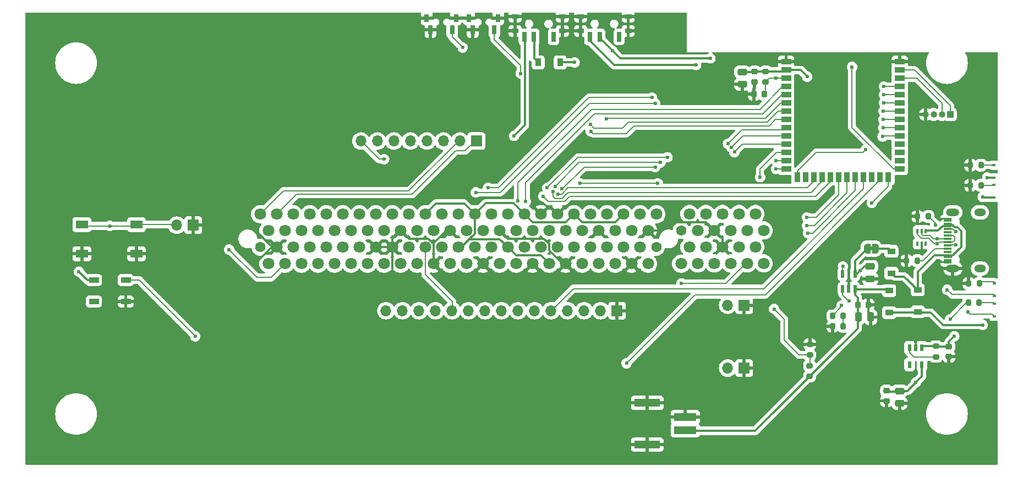
<source format=gbr>
%TF.GenerationSoftware,KiCad,Pcbnew,8.0.8*%
%TF.CreationDate,2025-04-06T01:52:48-03:00*%
%TF.ProjectId,nsec-badge-2025-baseboard,6e736563-2d62-4616-9467-652d32303235,rev?*%
%TF.SameCoordinates,Original*%
%TF.FileFunction,Copper,L1,Top*%
%TF.FilePolarity,Positive*%
%FSLAX46Y46*%
G04 Gerber Fmt 4.6, Leading zero omitted, Abs format (unit mm)*
G04 Created by KiCad (PCBNEW 8.0.8) date 2025-04-06 01:52:48*
%MOMM*%
%LPD*%
G01*
G04 APERTURE LIST*
G04 Aperture macros list*
%AMRoundRect*
0 Rectangle with rounded corners*
0 $1 Rounding radius*
0 $2 $3 $4 $5 $6 $7 $8 $9 X,Y pos of 4 corners*
0 Add a 4 corners polygon primitive as box body*
4,1,4,$2,$3,$4,$5,$6,$7,$8,$9,$2,$3,0*
0 Add four circle primitives for the rounded corners*
1,1,$1+$1,$2,$3*
1,1,$1+$1,$4,$5*
1,1,$1+$1,$6,$7*
1,1,$1+$1,$8,$9*
0 Add four rect primitives between the rounded corners*
20,1,$1+$1,$2,$3,$4,$5,0*
20,1,$1+$1,$4,$5,$6,$7,0*
20,1,$1+$1,$6,$7,$8,$9,0*
20,1,$1+$1,$8,$9,$2,$3,0*%
%AMFreePoly0*
4,1,19,0.500000,-0.750000,0.000000,-0.750000,0.000000,-0.744911,-0.071157,-0.744911,-0.207708,-0.704816,-0.327430,-0.627875,-0.420627,-0.520320,-0.479746,-0.390866,-0.500000,-0.250000,-0.500000,0.250000,-0.479746,0.390866,-0.420627,0.520320,-0.327430,0.627875,-0.207708,0.704816,-0.071157,0.744911,0.000000,0.744911,0.000000,0.750000,0.500000,0.750000,0.500000,-0.750000,0.500000,-0.750000,
$1*%
%AMFreePoly1*
4,1,19,0.000000,0.744911,0.071157,0.744911,0.207708,0.704816,0.327430,0.627875,0.420627,0.520320,0.479746,0.390866,0.500000,0.250000,0.500000,-0.250000,0.479746,-0.390866,0.420627,-0.520320,0.327430,-0.627875,0.207708,-0.704816,0.071157,-0.744911,0.000000,-0.744911,0.000000,-0.750000,-0.500000,-0.750000,-0.500000,0.750000,0.000000,0.750000,0.000000,0.744911,0.000000,0.744911,
$1*%
G04 Aperture macros list end*
%TA.AperFunction,EtchedComponent*%
%ADD10C,0.000000*%
%TD*%
%TA.AperFunction,SMDPad,CuDef*%
%ADD11R,0.622301X1.104902*%
%TD*%
%TA.AperFunction,SMDPad,CuDef*%
%ADD12RoundRect,0.225000X-0.250000X0.225000X-0.250000X-0.225000X0.250000X-0.225000X0.250000X0.225000X0*%
%TD*%
%TA.AperFunction,SMDPad,CuDef*%
%ADD13RoundRect,0.200000X0.200000X0.275000X-0.200000X0.275000X-0.200000X-0.275000X0.200000X-0.275000X0*%
%TD*%
%TA.AperFunction,SMDPad,CuDef*%
%ADD14RoundRect,0.090000X-0.660000X-0.360000X0.660000X-0.360000X0.660000X0.360000X-0.660000X0.360000X0*%
%TD*%
%TA.AperFunction,SMDPad,CuDef*%
%ADD15RoundRect,0.200000X-0.275000X0.200000X-0.275000X-0.200000X0.275000X-0.200000X0.275000X0.200000X0*%
%TD*%
%TA.AperFunction,SMDPad,CuDef*%
%ADD16RoundRect,0.225000X-0.225000X-0.250000X0.225000X-0.250000X0.225000X0.250000X-0.225000X0.250000X0*%
%TD*%
%TA.AperFunction,SMDPad,CuDef*%
%ADD17R,0.600000X0.400000*%
%TD*%
%TA.AperFunction,ComponentPad*%
%ADD18R,1.700000X1.700000*%
%TD*%
%TA.AperFunction,ComponentPad*%
%ADD19O,1.700000X1.700000*%
%TD*%
%TA.AperFunction,SMDPad,CuDef*%
%ADD20RoundRect,0.225000X0.225000X0.250000X-0.225000X0.250000X-0.225000X-0.250000X0.225000X-0.250000X0*%
%TD*%
%TA.AperFunction,SMDPad,CuDef*%
%ADD21RoundRect,0.200000X0.275000X-0.200000X0.275000X0.200000X-0.275000X0.200000X-0.275000X-0.200000X0*%
%TD*%
%TA.AperFunction,SMDPad,CuDef*%
%ADD22R,1.900000X1.300000*%
%TD*%
%TA.AperFunction,SMDPad,CuDef*%
%ADD23FreePoly0,0.000000*%
%TD*%
%TA.AperFunction,SMDPad,CuDef*%
%ADD24FreePoly1,0.000000*%
%TD*%
%TA.AperFunction,SMDPad,CuDef*%
%ADD25RoundRect,0.250000X-0.250000X-0.475000X0.250000X-0.475000X0.250000X0.475000X-0.250000X0.475000X0*%
%TD*%
%TA.AperFunction,ComponentPad*%
%ADD26C,1.800000*%
%TD*%
%TA.AperFunction,ComponentPad*%
%ADD27C,1.600000*%
%TD*%
%TA.AperFunction,SMDPad,CuDef*%
%ADD28R,0.489992X1.156998*%
%TD*%
%TA.AperFunction,SMDPad,CuDef*%
%ADD29R,0.489992X1.175006*%
%TD*%
%TA.AperFunction,SMDPad,CuDef*%
%ADD30RoundRect,0.200000X-0.200000X-0.275000X0.200000X-0.275000X0.200000X0.275000X-0.200000X0.275000X0*%
%TD*%
%TA.AperFunction,SMDPad,CuDef*%
%ADD31R,1.150013X0.950013*%
%TD*%
%TA.AperFunction,SMDPad,CuDef*%
%ADD32R,1.300000X0.300000*%
%TD*%
%TA.AperFunction,ComponentPad*%
%ADD33O,1.800000X1.200000*%
%TD*%
%TA.AperFunction,ComponentPad*%
%ADD34O,2.000000X1.200000*%
%TD*%
%TA.AperFunction,SMDPad,CuDef*%
%ADD35R,0.350013X0.780010*%
%TD*%
%TA.AperFunction,SMDPad,CuDef*%
%ADD36RoundRect,0.250000X-0.475000X0.250000X-0.475000X-0.250000X0.475000X-0.250000X0.475000X0.250000X0*%
%TD*%
%TA.AperFunction,SMDPad,CuDef*%
%ADD37R,0.800000X1.200000*%
%TD*%
%TA.AperFunction,SMDPad,CuDef*%
%ADD38R,0.800000X1.400000*%
%TD*%
%TA.AperFunction,ComponentPad*%
%ADD39O,1.000000X1.000000*%
%TD*%
%TA.AperFunction,ComponentPad*%
%ADD40R,1.000000X1.000000*%
%TD*%
%TA.AperFunction,SMDPad,CuDef*%
%ADD41R,3.500000X1.200000*%
%TD*%
%TA.AperFunction,SMDPad,CuDef*%
%ADD42R,4.000000X1.200000*%
%TD*%
%TA.AperFunction,HeatsinkPad*%
%ADD43R,3.900000X3.900000*%
%TD*%
%TA.AperFunction,SMDPad,CuDef*%
%ADD44R,1.500000X0.900000*%
%TD*%
%TA.AperFunction,SMDPad,CuDef*%
%ADD45R,0.900000X1.500000*%
%TD*%
%TA.AperFunction,SMDPad,CuDef*%
%ADD46R,0.700000X1.500000*%
%TD*%
%TA.AperFunction,SMDPad,CuDef*%
%ADD47R,1.000000X0.800000*%
%TD*%
%TA.AperFunction,SMDPad,CuDef*%
%ADD48R,0.950013X1.150013*%
%TD*%
%TA.AperFunction,ViaPad*%
%ADD49C,0.600000*%
%TD*%
%TA.AperFunction,Conductor*%
%ADD50C,0.200000*%
%TD*%
%TA.AperFunction,Conductor*%
%ADD51C,0.300000*%
%TD*%
G04 APERTURE END LIST*
D10*
%TA.AperFunction,EtchedComponent*%
%TO.C,JP1*%
G36*
X203800000Y-80150000D02*
G01*
X203300000Y-80150000D01*
X203300000Y-79550000D01*
X203800000Y-79550000D01*
X203800000Y-80150000D01*
G37*
%TD.AperFunction*%
%TD*%
D11*
%TO.P,U2,5,VOUT*%
%TO.N,+3V3*%
X211349733Y-97699975D03*
%TO.P,U2,4,NC*%
%TO.N,unconnected-(U2-NC-Pad4)*%
X209450318Y-97699975D03*
%TO.P,U2,3,EN*%
%TO.N,Net-(U2-EN)*%
X209450318Y-95100025D03*
%TO.P,U2,2,GND*%
%TO.N,GND*%
X210400533Y-95100025D03*
%TO.P,U2,1,VIN*%
%TO.N,VDD*%
X211349733Y-95100025D03*
%TD*%
D12*
%TO.P,C1,2*%
%TO.N,GND*%
X215500000Y-96475000D03*
%TO.P,C1,1*%
%TO.N,VDD*%
X215500000Y-94925000D03*
%TD*%
D13*
%TO.P,R4,1*%
%TO.N,Net-(U3-CC2)*%
X212325000Y-74900000D03*
%TO.P,R4,2*%
%TO.N,GND*%
X210675000Y-74900000D03*
%TD*%
D14*
%TO.P,D4,1,VDD*%
%TO.N,BADGE_VDD*%
X83950000Y-84700000D03*
%TO.P,D4,2,DOUT*%
%TO.N,unconnected-(D4-DOUT-Pad2)*%
X83950000Y-88000000D03*
%TO.P,D4,3,VSS*%
%TO.N,GND*%
X88850000Y-88000000D03*
%TO.P,D4,4,DIN*%
%TO.N,DOCK_RGB_LED*%
X88850000Y-84700000D03*
%TD*%
D13*
%TO.P,R5,1*%
%TO.N,Net-(U3-CC1)*%
X210625000Y-81700000D03*
%TO.P,R5,2*%
%TO.N,GND*%
X208975000Y-81700000D03*
%TD*%
D15*
%TO.P,R6,1*%
%TO.N,+3V3*%
X187300000Y-52575000D03*
%TO.P,R6,2*%
%TO.N,RESET*%
X187300000Y-54225000D03*
%TD*%
D16*
%TO.P,C9,1*%
%TO.N,VBAT*%
X201525000Y-88500000D03*
%TO.P,C9,2*%
%TO.N,GND*%
X203075000Y-88500000D03*
%TD*%
D17*
%TO.P,LED2,2,A*%
%TO.N,+3V3*%
X222400000Y-71975235D03*
%TO.P,LED2,1,C*%
%TO.N,Net-(LED2-C)*%
X222400000Y-70024765D03*
%TD*%
D18*
%TO.P,J1,1,Pin_1*%
%TO.N,GND*%
X164450000Y-89400000D03*
D19*
%TO.P,J1,2,Pin_2*%
%TO.N,RGB_OUT*%
X161910000Y-89400000D03*
%TO.P,J1,3,Pin_3*%
%TO.N,I2C_SCL*%
X159370000Y-89400000D03*
%TO.P,J1,4,Pin_4*%
%TO.N,I2C_SDA*%
X156830000Y-89400000D03*
%TO.P,J1,5,Pin_5*%
%TO.N,BTN_A*%
X154290000Y-89400000D03*
%TO.P,J1,6,Pin_6*%
%TO.N,BADGE_RESET*%
X151750000Y-89400000D03*
%TO.P,J1,7,Pin_7*%
%TO.N,UART_RX*%
X149210000Y-89400000D03*
%TO.P,J1,8,Pin_8*%
%TO.N,UART_TX*%
X146670000Y-89400000D03*
%TO.P,J1,9,Pin_9*%
%TO.N,GPIO1*%
X144130000Y-89400000D03*
%TO.P,J1,10,Pin_10*%
%TO.N,GPIO2*%
X141590000Y-89400000D03*
%TO.P,J1,11,Pin_11*%
%TO.N,GPIO3*%
X139050000Y-89400000D03*
%TO.P,J1,12,Pin_12*%
%TO.N,IR_OUT*%
X136510000Y-89400000D03*
%TO.P,J1,13,Pin_13*%
%TO.N,IR_IN*%
X133970000Y-89400000D03*
%TO.P,J1,14,Pin_14*%
%TO.N,BTN_DOWN*%
X131430000Y-89400000D03*
%TO.P,J1,15,Pin_15*%
%TO.N,BTN_UP*%
X128890000Y-89400000D03*
%TD*%
D20*
%TO.P,C6,1*%
%TO.N,RESET*%
X187075000Y-56100000D03*
%TO.P,C6,2*%
%TO.N,GND*%
X185525000Y-56100000D03*
%TD*%
D21*
%TO.P,R11,1*%
%TO.N,ADC_BATT*%
X194100000Y-96225000D03*
%TO.P,R11,2*%
%TO.N,GND*%
X194100000Y-94575000D03*
%TD*%
D22*
%TO.P,U9,1,1*%
%TO.N,BTN_TRIGGER*%
X82100102Y-76150064D03*
%TO.P,U9,2,2*%
X90499898Y-76150064D03*
%TO.P,U9,3,3*%
%TO.N,GND*%
X82100102Y-80649936D03*
%TO.P,U9,4,4*%
X90499898Y-80649936D03*
%TD*%
D17*
%TO.P,LED1,1,C*%
%TO.N,Net-(LED1-C)*%
X222400000Y-67024765D03*
%TO.P,LED1,2,A*%
%TO.N,VDD*%
X222400000Y-68975235D03*
%TD*%
D23*
%TO.P,JP1,1,A*%
%TO.N,VBUS_CHRG*%
X202900000Y-79850000D03*
D24*
%TO.P,JP1,2,B*%
%TO.N,Net-(D5-C)*%
X204200000Y-79850000D03*
%TD*%
D18*
%TO.P,J4,1,Pin_1*%
%TO.N,GND*%
X184000000Y-88550000D03*
D19*
%TO.P,J4,2,Pin_2*%
%TO.N,BADGE_+3V3*%
X181460000Y-88550000D03*
%TD*%
D13*
%TO.P,R3,1*%
%TO.N,Net-(LED2-C)*%
X220425000Y-70100000D03*
%TO.P,R3,2*%
%TO.N,GND*%
X218775000Y-70100000D03*
%TD*%
D17*
%TO.P,LED4,1,C*%
%TO.N,Net-(LED4-C)*%
X222500000Y-85224765D03*
%TO.P,LED4,2,A*%
%TO.N,STAT_LED*%
X222500000Y-87175235D03*
%TD*%
D25*
%TO.P,C8,1*%
%TO.N,VBAT*%
X201550000Y-90400000D03*
%TO.P,C8,2*%
%TO.N,GND*%
X203450000Y-90400000D03*
%TD*%
D26*
%TO.P,J5,B62,+5V*%
%TO.N,BADGE_VDD*%
X187000000Y-82135002D03*
%TO.P,J5,B61,+5V*%
X185729998Y-79594997D03*
%TO.P,J5,B60,~{ACK64#}*%
%TO.N,RGB_OUT*%
X184459995Y-82135002D03*
%TO.P,J5,B59,VIO*%
%TO.N,unconnected-(J5-VIO-PadB59)*%
X183189993Y-79594997D03*
%TO.P,J5,B58,AD[01]*%
%TO.N,unconnected-(J5-AD[01]-PadB58)*%
X181919990Y-82135002D03*
%TO.P,J5,B57,GND*%
%TO.N,GND*%
X180649988Y-79594997D03*
%TO.P,J5,B56,AD[03]*%
%TO.N,unconnected-(J5-AD[03]-PadB56)*%
X179379985Y-82135002D03*
%TO.P,J5,B55,AD[05]*%
%TO.N,unconnected-(J5-AD[05]-PadB55)*%
X178109983Y-79594997D03*
%TO.P,J5,B54,+3.3V*%
%TO.N,BADGE_+3V3*%
X176839980Y-82135002D03*
%TO.P,J5,B53,AD[07]*%
%TO.N,unconnected-(J5-AD[07]-PadB53)*%
X175569978Y-79594997D03*
%TO.P,J5,B52,AD[08]*%
%TO.N,unconnected-(J5-AD[08]-PadB52)*%
X174299975Y-82174880D03*
D27*
%TO.P,J5,B49,M66EN*%
%TO.N,unconnected-(J5-M66EN-PadB49)*%
X170489967Y-79634875D03*
D26*
%TO.P,J5,B48,AD[10]*%
%TO.N,unconnected-(J5-AD[10]-PadB48)*%
X169219965Y-82174880D03*
%TO.P,J5,B47,AD[12]*%
%TO.N,unconnected-(J5-AD[12]-PadB47)*%
X167949962Y-79634875D03*
%TO.P,J5,B46,GND*%
%TO.N,GND*%
X166679960Y-82174880D03*
%TO.P,J5,B45,AD[14]*%
%TO.N,unconnected-(J5-AD[14]-PadB45)*%
X165409957Y-79634875D03*
%TO.P,J5,B44,~{C/BE#[1]}*%
%TO.N,unconnected-(J5-~{C{slash}BE#[1]}-PadB44)*%
X164139955Y-82174880D03*
%TO.P,J5,B43,+3.3V*%
%TO.N,BADGE_+3V3*%
X162869952Y-79634875D03*
%TO.P,J5,B42,~{SERR#}*%
%TO.N,unconnected-(J5-~{SERR#}-PadB42)*%
X161599950Y-82174880D03*
%TO.P,J5,B41,+3.3V*%
%TO.N,BADGE_+3V3*%
X160329947Y-79634875D03*
%TO.P,J5,B40,~{PERR#}*%
%TO.N,unconnected-(J5-~{PERR#}-PadB40)*%
X159059945Y-82174880D03*
%TO.P,J5,B39,~{LOCK#}*%
%TO.N,unconnected-(J5-~{LOCK#}-PadB39)*%
X157789942Y-79634875D03*
%TO.P,J5,B38,GND*%
%TO.N,GND*%
X156519940Y-82174880D03*
%TO.P,J5,B37,~{DEVSEL#}*%
%TO.N,unconnected-(J5-~{DEVSEL#}-PadB37)*%
X155249937Y-79634875D03*
%TO.P,J5,B36,+3.3V*%
%TO.N,BADGE_+3V3*%
X153979934Y-82174880D03*
%TO.P,J5,B35,~{IRDY#}*%
%TO.N,unconnected-(J5-~{IRDY#}-PadB35)*%
X152709932Y-79634875D03*
%TO.P,J5,B34,GND*%
%TO.N,GND*%
X151439929Y-82174880D03*
%TO.P,J5,B33,~{C/BE#[2]}*%
%TO.N,I2C_SCL*%
X150169927Y-79634875D03*
%TO.P,J5,B32,AD[17]*%
%TO.N,I2C_SDA*%
X148899924Y-82174880D03*
%TO.P,J5,B31,+3.3V*%
%TO.N,BADGE_+3V3*%
X147629922Y-79634875D03*
%TO.P,J5,B30,AD[19]*%
%TO.N,BTN_A*%
X146359919Y-82174880D03*
%TO.P,J5,B29,AD[21]*%
%TO.N,BADGE_RESET*%
X145089917Y-79634875D03*
%TO.P,J5,B28,GND*%
%TO.N,GND*%
X143819914Y-82174880D03*
%TO.P,J5,B27,AD[23]*%
%TO.N,unconnected-(J5-AD[23]-PadB27)*%
X142549912Y-79634875D03*
%TO.P,J5,B26,C/BE#[3]*%
%TO.N,unconnected-(J5-C{slash}BE#[3]-PadB26)*%
X141279909Y-82174880D03*
%TO.P,J5,B25,+3.3V*%
%TO.N,BADGE_+3V3*%
X140009906Y-79634875D03*
%TO.P,J5,B24,AD[25]*%
%TO.N,UART_RX*%
X138739904Y-82174880D03*
%TO.P,J5,B23,AD[27]*%
%TO.N,UART_TX*%
X137469901Y-79634875D03*
%TO.P,J5,B22,GND*%
%TO.N,GND*%
X136199899Y-82174880D03*
%TO.P,J5,B21,AD[29]*%
%TO.N,GPIO3*%
X134929896Y-79634875D03*
%TO.P,J5,B20,AD[31]*%
%TO.N,GPIO2*%
X133659894Y-82174880D03*
%TO.P,J5,B19,VIO*%
%TO.N,GPIO1*%
X132389891Y-79634875D03*
%TO.P,J5,B18,~{REQ#}*%
%TO.N,unconnected-(J5-~{REQ#}-PadB18)*%
X131119889Y-82174880D03*
%TO.P,J5,B17,GND*%
%TO.N,GND*%
X129849886Y-79634875D03*
%TO.P,J5,B16,CLK*%
%TO.N,unconnected-(J5-CLK-PadB16)*%
X128579884Y-82174880D03*
%TO.P,J5,B15,GND*%
%TO.N,GND*%
X127309881Y-79634875D03*
%TO.P,J5,B14,RESERVED*%
%TO.N,unconnected-(J5-RESERVED-PadB14)*%
X126039879Y-82174880D03*
%TO.P,J5,B13*%
%TO.N,N/C*%
X124769876Y-79634875D03*
%TO.P,J5,B12*%
X123499873Y-82174880D03*
%TO.P,J5,B11,~{PRSNT2#}*%
%TO.N,unconnected-(J5-~{PRSNT2#}-PadB11)*%
X122229871Y-79634875D03*
%TO.P,J5,B10,RESERVED*%
%TO.N,unconnected-(J5-RESERVED-PadB10)*%
X120959868Y-82174880D03*
%TO.P,J5,B9,~{PRSNT1#}*%
%TO.N,unconnected-(J5-~{PRSNT1#}-PadB9)*%
X119689866Y-79634875D03*
%TO.P,J5,B8,~{INTD#}*%
%TO.N,IR_OUT*%
X118419863Y-82174880D03*
%TO.P,J5,B7,~{INTB#}*%
%TO.N,IR_IN*%
X117149861Y-79634875D03*
%TO.P,J5,B6,+5V*%
%TO.N,BADGE_VDD*%
X115879858Y-82174880D03*
%TO.P,J5,B5,+5V*%
X114609856Y-79634875D03*
%TO.P,J5,B4,TDO*%
%TO.N,BTN_DOWN*%
X113339853Y-82174880D03*
%TO.P,J5,B3,GND*%
%TO.N,GND*%
X112069851Y-79634875D03*
%TO.P,J5,B2,TCK*%
%TO.N,BTN_UP*%
X110799848Y-82174880D03*
D27*
%TO.P,J5,B1,-12V*%
%TO.N,unconnected-(J5--12V-PadB1)*%
X109529846Y-79634875D03*
D26*
%TO.P,J5,A62,+5V*%
%TO.N,BADGE_VDD*%
X187000000Y-77054991D03*
%TO.P,J5,A61,+5V*%
X185729998Y-74514986D03*
%TO.P,J5,A60,~{REQ64#}*%
%TO.N,unconnected-(J5-~{REQ64#}-PadA60)*%
X184459995Y-77054991D03*
%TO.P,J5,A59,VIO*%
%TO.N,unconnected-(J5-VIO-PadA59)*%
X183189993Y-74514986D03*
%TO.P,J5,A58,AD[00]*%
%TO.N,unconnected-(J5-AD[00]-PadA58)*%
X181919990Y-77054991D03*
%TO.P,J5,A57,AD[02]*%
%TO.N,unconnected-(J5-AD[02]-PadA57)*%
X180649988Y-74514986D03*
%TO.P,J5,A56,GND*%
%TO.N,GND*%
X179379985Y-77054991D03*
%TO.P,J5,A55'*%
%TO.N,N/C*%
X178109983Y-74514986D03*
%TO.P,J5,A54,AD[06]*%
%TO.N,unconnected-(J5-AD[06]-PadA54)*%
X176839980Y-77054991D03*
%TO.P,J5,A53,+3.3V*%
%TO.N,BADGE_+3V3*%
X175569978Y-74514986D03*
D27*
%TO.P,J5,A52,~{C/BE#[0]}*%
%TO.N,unconnected-(J5-~{C{slash}BE#[0]}-PadA52)*%
X174299975Y-77054991D03*
D26*
%TO.P,J5,A49,AD[09]*%
%TO.N,SV3*%
X170489967Y-74554864D03*
%TO.P,J5,A48,GND*%
%TO.N,GND*%
X169219965Y-77054991D03*
%TO.P,J5,A47,AD[11]*%
%TO.N,SV4*%
X167949962Y-74554864D03*
%TO.P,J5,A46,AD[13]*%
%TO.N,unconnected-(J5-AD[13]-PadA46)*%
X166679960Y-77054991D03*
%TO.P,J5,A45,+3.3V*%
%TO.N,BADGE_+3V3*%
X165409957Y-74554864D03*
%TO.P,J5,A44,AD[15]*%
%TO.N,unconnected-(J5-AD[15]-PadA44)*%
X164139955Y-77054991D03*
%TO.P,J5,A43,PAR*%
%TO.N,unconnected-(J5-PAR-PadA43)*%
X162869952Y-74554864D03*
%TO.P,J5,A42,GND*%
%TO.N,GND*%
X161599950Y-77054991D03*
%TO.P,J5,A41,RESERVED*%
%TO.N,unconnected-(J5-RESERVED-PadA41)*%
X160329947Y-74554864D03*
%TO.P,J5,A40,RESERVED*%
%TO.N,unconnected-(J5-RESERVED-PadA40)*%
X159059945Y-77054991D03*
%TO.P,J5,A39,+3.3V*%
%TO.N,BADGE_+3V3*%
X157789942Y-74554864D03*
%TO.P,J5,A38,~{STOP#}*%
%TO.N,SV5*%
X156519940Y-77054991D03*
%TO.P,J5,A37,GND*%
%TO.N,GND*%
X155249937Y-74554864D03*
%TO.P,J5,A36,~{TRDY#}*%
%TO.N,SV6*%
X153979934Y-77054991D03*
%TO.P,J5,A35,GND*%
%TO.N,GND*%
X152709932Y-74554864D03*
%TO.P,J5,A34,~{FRAME#}*%
%TO.N,unconnected-(J5-~{FRAME#}-PadA34)*%
X151439929Y-77054991D03*
%TO.P,J5,A33,+3.3V*%
%TO.N,BADGE_+3V3*%
X150169927Y-74554864D03*
%TO.P,J5,A32,AD[16]*%
%TO.N,unconnected-(J5-AD[16]-PadA32)*%
X148899924Y-77054991D03*
%TO.P,J5,A31,AD[18]*%
%TO.N,unconnected-(J5-AD[18]-PadA31)*%
X147629922Y-74554864D03*
%TO.P,J5,A30,GND*%
%TO.N,GND*%
X146359919Y-77054991D03*
%TO.P,J5,A29,AD[20]*%
%TO.N,unconnected-(J5-AD[20]-PadA29)*%
X145089917Y-74554864D03*
%TO.P,J5,A28,AD[22]*%
%TO.N,unconnected-(J5-AD[22]-PadA28)*%
X143819914Y-77054991D03*
%TO.P,J5,A27,+3.3V*%
%TO.N,BADGE_+3V3*%
X142549912Y-74554864D03*
%TO.P,J5,A26,IDSEL*%
%TO.N,unconnected-(J5-IDSEL-PadA26)*%
X141279909Y-77054991D03*
%TO.P,J5,A25,AD[24]*%
%TO.N,unconnected-(J5-AD[24]-PadA25)*%
X140009906Y-74554864D03*
%TO.P,J5,A24,GND*%
%TO.N,GND*%
X138739904Y-77054991D03*
%TO.P,J5,A23,AD[26]*%
%TO.N,unconnected-(J5-AD[26]-PadA23)*%
X137469901Y-74554864D03*
%TO.P,J5,A22,AD[28]*%
%TO.N,unconnected-(J5-AD[28]-PadA22)*%
X136199899Y-77054991D03*
%TO.P,J5,A21,+3.3V*%
%TO.N,BADGE_+3V3*%
X134929896Y-74554864D03*
%TO.P,J5,A20,AD[30]*%
%TO.N,unconnected-(J5-AD[30]-PadA20)*%
X133659894Y-77054991D03*
%TO.P,J5,A19,PME#*%
%TO.N,unconnected-(J5-PME#-PadA19)*%
X132389891Y-74554864D03*
%TO.P,J5,A18,GND*%
%TO.N,GND*%
X131119889Y-77054991D03*
%TO.P,J5,A17,~{GNT#}*%
%TO.N,unconnected-(J5-~{GNT#}-PadA17)*%
X129849886Y-74554864D03*
%TO.P,J5,A16,VIO*%
%TO.N,unconnected-(J5-VIO-PadA16)*%
X128579884Y-77054991D03*
%TO.P,J5,A15,~{RST#}*%
%TO.N,unconnected-(J5-~{RST#}-PadA15)*%
X127309881Y-74554864D03*
%TO.P,J5,A14,3.3VAUX*%
%TO.N,unconnected-(J5-3.3VAUX-PadA14)*%
X126039879Y-77054991D03*
%TO.P,J5,A13*%
%TO.N,N/C*%
X124769876Y-74554864D03*
%TO.P,J5,A12*%
X123499873Y-77054991D03*
%TO.P,J5,A11,RESERVED*%
%TO.N,unconnected-(J5-RESERVED-PadA11)*%
X122229871Y-74554864D03*
%TO.P,J5,A10,VIO*%
%TO.N,SV7*%
X120959868Y-77054991D03*
%TO.P,J5,A9,RESERVED*%
%TO.N,SV8*%
X119689866Y-74554864D03*
%TO.P,J5,A8,+5V*%
%TO.N,BADGE_VDD*%
X118419863Y-77054991D03*
%TO.P,J5,A7,~{INTC#}*%
%TO.N,unconnected-(J5-~{INTC#}-PadA7)*%
X117149861Y-74554864D03*
%TO.P,J5,A6,~{INTA#}*%
%TO.N,unconnected-(J5-~{INTA#}-PadA6)*%
X115879858Y-77054991D03*
%TO.P,J5,A5,+5V*%
%TO.N,BADGE_VDD*%
X114609856Y-74554864D03*
%TO.P,J5,A4,TDI*%
%TO.N,unconnected-(J5-TDI-PadA4)*%
X113339853Y-77054991D03*
%TO.P,J5,A3,TMS*%
%TO.N,SV1*%
X112069851Y-74554864D03*
%TO.P,J5,A2,+12V*%
%TO.N,unconnected-(J5-+12V-PadA2)*%
X110799848Y-77054991D03*
%TO.P,J5,A1,~{TRST#}*%
%TO.N,SV2*%
X109529846Y-74554864D03*
%TD*%
D28*
%TO.P,U8,1,CHRG#*%
%TO.N,CHRG*%
X199150038Y-86053670D03*
%TO.P,U8,2,GND*%
%TO.N,GND*%
X200100000Y-86053670D03*
%TO.P,U8,3,BAT*%
%TO.N,VBAT*%
X201049962Y-86053670D03*
D29*
%TO.P,U8,4,VCC*%
%TO.N,VBUS_CHRG*%
X201049962Y-83746330D03*
%TO.P,U8,5,PROG*%
%TO.N,RPROG*%
X199150038Y-83746330D03*
%TD*%
D30*
%TO.P,R7,1*%
%TO.N,RPROG*%
X197575000Y-90200000D03*
%TO.P,R7,2*%
%TO.N,Net-(R7-Pad2)*%
X199225000Y-90200000D03*
%TD*%
D13*
%TO.P,R1,1*%
%TO.N,Net-(LED1-C)*%
X220425000Y-67000000D03*
%TO.P,R1,2*%
%TO.N,GND*%
X218775000Y-67000000D03*
%TD*%
D15*
%TO.P,R2,2*%
%TO.N,Net-(U2-EN)*%
X213500000Y-96525000D03*
%TO.P,R2,1*%
%TO.N,VDD*%
X213500000Y-94875000D03*
%TD*%
D12*
%TO.P,C3,2*%
%TO.N,GND*%
X205900000Y-103275000D03*
%TO.P,C3,1*%
%TO.N,+3V3*%
X205900000Y-101725000D03*
%TD*%
D21*
%TO.P,R10,1*%
%TO.N,VBAT*%
X194050000Y-99525000D03*
%TO.P,R10,2*%
%TO.N,ADC_BATT*%
X194050000Y-97875000D03*
%TD*%
D13*
%TO.P,R12,1*%
%TO.N,Net-(LED4-C)*%
X220175000Y-85200000D03*
%TO.P,R12,2*%
%TO.N,GND*%
X218525000Y-85200000D03*
%TD*%
D18*
%TO.P,J2,1,Pin_1*%
%TO.N,SV1*%
X142799965Y-63300000D03*
D19*
%TO.P,J2,2,Pin_2*%
%TO.N,SV2*%
X140259965Y-63300000D03*
%TO.P,J2,3,Pin_3*%
%TO.N,SV3*%
X137719965Y-63300000D03*
%TO.P,J2,4,Pin_4*%
%TO.N,SV4*%
X135179965Y-63300000D03*
%TO.P,J2,5,Pin_5*%
%TO.N,SV5*%
X132639965Y-63300000D03*
%TO.P,J2,6,Pin_6*%
%TO.N,SV6*%
X130099965Y-63300000D03*
%TO.P,J2,7,Pin_7*%
%TO.N,SV7*%
X127559965Y-63300000D03*
%TO.P,J2,8,Pin_8*%
%TO.N,SV8*%
X125019965Y-63300000D03*
%TD*%
D31*
%TO.P,D5,1,C*%
%TO.N,Net-(D5-C)*%
X206650000Y-80257595D03*
%TO.P,D5,2,A*%
%TO.N,VBUS*%
X206650000Y-83642405D03*
%TD*%
D18*
%TO.P,J6,1,Pin_1*%
%TO.N,GND*%
X99250000Y-76250000D03*
D19*
%TO.P,J6,2,Pin_2*%
%TO.N,BTN_TRIGGER*%
X96710000Y-76250000D03*
%TD*%
D13*
%TO.P,R9,1*%
%TO.N,Net-(LED3-C)*%
X220125000Y-88200000D03*
%TO.P,R9,2*%
%TO.N,CHRG*%
X218475000Y-88200000D03*
%TD*%
D32*
%TO.P,U3,B12,GND*%
%TO.N,GND*%
X215325857Y-81650038D03*
%TO.P,U3,B9,VBUS*%
%TO.N,VBUS*%
X215325857Y-80849936D03*
%TO.P,U3,B8,SBU2*%
%TO.N,unconnected-(U3-SBU2-PadB8)*%
X215325857Y-80350064D03*
%TO.P,U3,B7,DN2*%
%TO.N,USB_D-*%
X215325857Y-79350064D03*
%TO.P,U3,B6,DP2*%
%TO.N,USB_D+*%
X215325857Y-77849936D03*
%TO.P,U3,B5,CC2*%
%TO.N,Net-(U3-CC2)*%
X215325857Y-76849936D03*
%TO.P,U3,B4,VBUS*%
%TO.N,VBUS*%
X215325857Y-76350000D03*
%TO.P,U3,B1,GND*%
%TO.N,GND*%
X215325857Y-75549962D03*
%TO.P,U3,A12,GND*%
X215325857Y-75249987D03*
%TO.P,U3,A9,VBUS*%
%TO.N,VBUS*%
X215325857Y-76050000D03*
%TO.P,U3,A8,SBU1*%
%TO.N,unconnected-(U3-SBU1-PadA8)*%
X215325857Y-77350318D03*
%TO.P,U3,A7,DN1*%
%TO.N,USB_D-*%
X215325857Y-78350064D03*
%TO.P,U3,A6,DP1*%
%TO.N,USB_D+*%
X215325857Y-78849936D03*
%TO.P,U3,A5,CC1*%
%TO.N,Net-(U3-CC1)*%
X215325857Y-79849936D03*
%TO.P,U3,A4,VBUS*%
%TO.N,VBUS*%
X215325857Y-81149911D03*
%TO.P,U3,A1,GND*%
%TO.N,GND*%
X215325857Y-81950013D03*
D33*
%TO.P,U3,3*%
%TO.N,N/C*%
X220274041Y-82925121D03*
%TO.P,U3,2*%
X220274041Y-74274879D03*
D34*
%TO.P,U3,1*%
X216094209Y-74274879D03*
%TO.P,U3,0,SH*%
%TO.N,GND*%
X216094209Y-82925121D03*
%TD*%
D35*
%TO.P,U4,1,1*%
%TO.N,unconnected-(U4-Pad1)*%
X210650013Y-79089992D03*
%TO.P,U4,2,2*%
%TO.N,GND*%
X211300000Y-79089992D03*
%TO.P,U4,3,3*%
%TO.N,unconnected-(U4-Pad3)*%
X211949987Y-79089992D03*
%TO.P,U4,4,4*%
%TO.N,VBUS*%
X211949987Y-77110008D03*
%TO.P,U4,5,5*%
%TO.N,USB_D-*%
X211300000Y-77110008D03*
%TO.P,U4,6,6*%
%TO.N,USB_D+*%
X210650013Y-77110008D03*
%TD*%
D18*
%TO.P,J3,1,Pin_1*%
%TO.N,GND*%
X184000000Y-98225000D03*
D19*
%TO.P,J3,2,Pin_2*%
%TO.N,BADGE_VDD*%
X181460000Y-98225000D03*
%TD*%
D31*
%TO.P,D2,1,C*%
%TO.N,POWER_IN*%
X210700000Y-89592405D03*
%TO.P,D2,2,A*%
%TO.N,VBUS*%
X210700000Y-86207595D03*
%TD*%
%TO.P,D1,1,C*%
%TO.N,POWER_IN*%
X206300000Y-89692405D03*
%TO.P,D1,2,A*%
%TO.N,VBAT*%
X206300000Y-86307595D03*
%TD*%
D36*
%TO.P,C4,1*%
%TO.N,+3V3*%
X183700000Y-52650000D03*
%TO.P,C4,2*%
%TO.N,GND*%
X183700000Y-54550000D03*
%TD*%
%TO.P,C7,1*%
%TO.N,VBUS_CHRG*%
X203400000Y-82600000D03*
%TO.P,C7,2*%
%TO.N,GND*%
X203400000Y-84500000D03*
%TD*%
D13*
%TO.P,R8,1*%
%TO.N,Net-(R7-Pad2)*%
X199225000Y-91800000D03*
%TO.P,R8,2*%
%TO.N,GND*%
X197575000Y-91800000D03*
%TD*%
D37*
%TO.P,U6,4,4*%
%TO.N,GND*%
X146149936Y-44364999D03*
%TO.P,U6,3,3*%
X141650064Y-44364999D03*
D38*
%TO.P,U6,2,2*%
%TO.N,BOOTSEL*%
X145575133Y-46199899D03*
%TO.P,U6,1,1*%
%TO.N,GND*%
X142225121Y-46199899D03*
%TD*%
D36*
%TO.P,C2,2*%
%TO.N,GND*%
X207900000Y-103650000D03*
%TO.P,C2,1*%
%TO.N,+3V3*%
X207900000Y-101750000D03*
%TD*%
D39*
%TO.P,J7,4,Pin_4*%
%TO.N,GND*%
X211890000Y-59200000D03*
%TO.P,J7,3,Pin_3*%
%TO.N,Net-(J7-Pin_3)*%
X213160000Y-59200000D03*
%TO.P,J7,2,Pin_2*%
%TO.N,Net-(J7-Pin_2)*%
X214430000Y-59200000D03*
D40*
%TO.P,J7,1,Pin_1*%
%TO.N,Net-(J7-Pin_1)*%
X215700000Y-59200000D03*
%TD*%
D12*
%TO.P,C5,1*%
%TO.N,+3V3*%
X185600000Y-52625000D03*
%TO.P,C5,2*%
%TO.N,GND*%
X185600000Y-54175000D03*
%TD*%
D37*
%TO.P,U5,4,4*%
%TO.N,GND*%
X139649936Y-44364999D03*
%TO.P,U5,3,3*%
X135150064Y-44364999D03*
D38*
%TO.P,U5,2,2*%
%TO.N,RESET*%
X139075133Y-46199899D03*
%TO.P,U5,1,1*%
%TO.N,GND*%
X135725121Y-46199899D03*
%TD*%
D17*
%TO.P,LED3,1,C*%
%TO.N,Net-(LED3-C)*%
X222484851Y-88324765D03*
%TO.P,LED3,2,A*%
%TO.N,VBUS_CHRG*%
X222484851Y-90275235D03*
%TD*%
D41*
%TO.P,U7,1,1*%
%TO.N,GND*%
X174925070Y-105800000D03*
%TO.P,U7,2,2*%
%TO.N,VBAT*%
X174925070Y-107800000D03*
D42*
%TO.P,U7,3,3*%
%TO.N,GND*%
X169074930Y-109999898D03*
%TO.P,U7,4,4*%
X169075184Y-103600102D03*
%TD*%
D43*
%TO.P,U1,41,GND*%
%TO.N,GND*%
X197700000Y-58810000D03*
D44*
%TO.P,U1,40,GND*%
X207950000Y-51090000D03*
%TO.P,U1,39,IO1*%
%TO.N,Net-(J7-Pin_1)*%
X207950000Y-52360000D03*
%TO.P,U1,38,IO2*%
%TO.N,Net-(J7-Pin_2)*%
X207950000Y-53630000D03*
%TO.P,U1,37,TXD0*%
%TO.N,UART_RX*%
X207950000Y-54900000D03*
%TO.P,U1,36,RXD0*%
%TO.N,UART_TX*%
X207950000Y-56170000D03*
%TO.P,U1,35,IO42*%
%TO.N,SV8*%
X207950000Y-57440000D03*
%TO.P,U1,34,IO41*%
%TO.N,SV7*%
X207950000Y-58710000D03*
%TO.P,U1,33,IO40*%
%TO.N,SV6*%
X207950000Y-59980000D03*
%TO.P,U1,32,IO39*%
%TO.N,SV5*%
X207950000Y-61250000D03*
%TO.P,U1,31,IO38*%
%TO.N,SV4*%
X207950000Y-62520000D03*
%TO.P,U1,30,IO37*%
%TO.N,unconnected-(U1-IO37-Pad30)*%
X207950000Y-63790000D03*
%TO.P,U1,29,IO36*%
%TO.N,unconnected-(U1-IO36-Pad29)*%
X207950000Y-65060000D03*
%TO.P,U1,28,IO35*%
%TO.N,unconnected-(U1-IO35-Pad28)*%
X207950000Y-66330000D03*
%TO.P,U1,27,IO0*%
%TO.N,BOOTSEL*%
X207950000Y-67600000D03*
D45*
%TO.P,U1,26,IO45*%
%TO.N,STAT_LED*%
X206185000Y-68850000D03*
%TO.P,U1,25,IO48*%
%TO.N,DOCK_RGB_LED*%
X204915000Y-68850000D03*
%TO.P,U1,24,IO47*%
%TO.N,unconnected-(U1-IO47-Pad24)*%
X203645000Y-68850000D03*
%TO.P,U1,23,IO21*%
%TO.N,BTN_A*%
X202375000Y-68850000D03*
%TO.P,U1,22,IO14*%
%TO.N,IR_IN*%
X201105000Y-68850000D03*
%TO.P,U1,21,IO13*%
%TO.N,IR_OUT*%
X199835000Y-68850000D03*
%TO.P,U1,20,IO12*%
%TO.N,Net-(JP2-B)*%
X198565000Y-68850000D03*
%TO.P,U1,19,IO11*%
%TO.N,GPIO1*%
X197295000Y-68850000D03*
%TO.P,U1,18,IO10*%
%TO.N,GPIO2*%
X196025000Y-68850000D03*
%TO.P,U1,17,IO9*%
%TO.N,GPIO3*%
X194755000Y-68850000D03*
%TO.P,U1,16,IO46*%
%TO.N,unconnected-(U1-IO46-Pad16)*%
X193485000Y-68850000D03*
%TO.P,U1,15,IO3*%
%TO.N,Net-(J7-Pin_3)*%
X192215000Y-68850000D03*
D44*
%TO.P,U1,14,USB_D+*%
%TO.N,USB_D+*%
X190450000Y-67600000D03*
%TO.P,U1,13,USB_D-*%
%TO.N,USB_D-*%
X190450000Y-66330000D03*
%TO.P,U1,12,IO8*%
%TO.N,ADC_BATT*%
X190450000Y-65060000D03*
%TO.P,U1,11,IO18*%
%TO.N,SV3*%
X190450000Y-63790000D03*
%TO.P,U1,10,IO17*%
%TO.N,SV2*%
X190450000Y-62520000D03*
%TO.P,U1,9,IO16*%
%TO.N,SV1*%
X190450000Y-61250000D03*
%TO.P,U1,8,IO15*%
%TO.N,BTN_UP*%
X190450000Y-59980000D03*
%TO.P,U1,7,IO7*%
%TO.N,BTN_DOWN*%
X190450000Y-58710000D03*
%TO.P,U1,6,IO6*%
%TO.N,BTN_TRIGGER*%
X190450000Y-57440000D03*
%TO.P,U1,5,IO5*%
%TO.N,I2C_SCL*%
X190450000Y-56170000D03*
%TO.P,U1,4,IO4*%
%TO.N,I2C_SDA*%
X190450000Y-54900000D03*
%TO.P,U1,3,EN*%
%TO.N,RESET*%
X190450000Y-53630000D03*
%TO.P,U1,2,3V3*%
%TO.N,+3V3*%
X190450000Y-52360000D03*
%TO.P,U1,1,GND*%
%TO.N,GND*%
X190450000Y-51090000D03*
%TD*%
D46*
%TO.P,KEY1,1,1*%
%TO.N,unconnected-(KEY1-Pad1)*%
X164749936Y-47250038D03*
%TO.P,KEY1,2,2*%
%TO.N,VDD*%
X161749936Y-47250038D03*
%TO.P,KEY1,3,3*%
%TO.N,POWER_IN*%
X160250064Y-47250038D03*
D47*
%TO.P,KEY1,4,4*%
%TO.N,GND*%
X166149987Y-46350114D03*
%TO.P,KEY1,5,5*%
X158850013Y-46350114D03*
%TO.P,KEY1,6,6*%
X158850013Y-44149962D03*
%TO.P,KEY1,7,7*%
X166149987Y-44149962D03*
%TD*%
D48*
%TO.P,D3,1,C*%
%TO.N,Net-(D3-C)*%
X152307595Y-51200000D03*
%TO.P,D3,2,A*%
%TO.N,VDD*%
X155692405Y-51200000D03*
%TD*%
D46*
%TO.P,KEY2,1,1*%
%TO.N,unconnected-(KEY2-Pad1)*%
X154649936Y-47250038D03*
%TO.P,KEY2,2,2*%
%TO.N,Net-(D3-C)*%
X151649936Y-47250038D03*
%TO.P,KEY2,3,3*%
%TO.N,BADGE_VDD*%
X150150064Y-47250038D03*
D47*
%TO.P,KEY2,4,4*%
%TO.N,GND*%
X156049987Y-46350114D03*
%TO.P,KEY2,5,5*%
X148750013Y-46350114D03*
%TO.P,KEY2,6,6*%
X148750013Y-44149962D03*
%TO.P,KEY2,7,7*%
X156049987Y-44149962D03*
%TD*%
D49*
%TO.N,VDD*%
X221400000Y-68900000D03*
%TO.N,VBUS_CHRG*%
X218400000Y-89600000D03*
X201850000Y-83250000D03*
%TO.N,CHRG*%
X215700000Y-90700000D03*
X200130344Y-87878648D03*
%TO.N,Net-(U3-CC2)*%
X216550000Y-77250000D03*
%TO.N,RESET*%
X140700000Y-48900000D03*
X188900000Y-53630000D03*
%TO.N,BADGE_VDD*%
X148600000Y-62500000D03*
%TO.N,BOOTSEL*%
X149600000Y-52900000D03*
X200600000Y-51900000D03*
%TO.N,VDD*%
X157900000Y-51200000D03*
X163705718Y-49394282D03*
%TO.N,POWER_IN*%
X220700000Y-91600000D03*
X176600000Y-51600000D03*
%TO.N,VDD*%
X178805349Y-50563540D03*
%TO.N,+3V3*%
X210424867Y-100424867D03*
X193700000Y-53400000D03*
X220700000Y-71900000D03*
%TO.N,IR_OUT*%
X193650000Y-76300000D03*
%TO.N,I2C_SCL*%
X150400000Y-72600000D03*
%TO.N,IR_IN*%
X193800000Y-77450000D03*
%TO.N,I2C_SDA*%
X149200000Y-72500000D03*
%TO.N,UART_RX*%
X205500000Y-54900000D03*
X144600000Y-70500000D03*
X169800000Y-56600000D03*
%TO.N,GPIO2*%
X154556525Y-71053224D03*
%TO.N,GPIO1*%
X153100000Y-71800000D03*
%TO.N,UART_TX*%
X205500000Y-56170000D03*
X170300000Y-57500000D03*
X142700000Y-71200000D03*
%TO.N,VDD*%
X216324968Y-93324968D03*
%TO.N,BTN_UP*%
X160400000Y-61800000D03*
%TO.N,BTN_DOWN*%
X104750000Y-80000000D03*
X160350000Y-60750000D03*
%TO.N,GPIO3*%
X155319940Y-71500000D03*
%TO.N,RGB_OUT*%
X174350000Y-85200000D03*
%TO.N,SV2*%
X182050000Y-64300000D03*
%TO.N,SV1*%
X181500000Y-63700000D03*
%TO.N,SV6*%
X205400000Y-60000000D03*
X170300000Y-67300000D03*
X155919940Y-70639967D03*
%TO.N,SV8*%
X172200000Y-65800000D03*
X153700000Y-70500000D03*
X205500000Y-57400000D03*
X128600000Y-66100000D03*
%TO.N,SV4*%
X205300000Y-62600000D03*
%TO.N,SV3*%
X182500000Y-65000000D03*
%TO.N,SV7*%
X205400000Y-58700000D03*
X154900000Y-70300000D03*
X171100000Y-66600000D03*
%TO.N,SV5*%
X158719940Y-69800000D03*
X205392251Y-61252398D03*
X170700000Y-69800000D03*
%TO.N,Net-(U3-CC2)*%
X213400000Y-76200000D03*
%TO.N,USB_D-*%
X213700000Y-78300000D03*
X216600000Y-79300000D03*
X188900000Y-66330000D03*
%TO.N,Net-(JP2-B)*%
X193650000Y-75050000D03*
%TO.N,USB_D+*%
X188900000Y-67600000D03*
X213700000Y-79100000D03*
%TO.N,Net-(J7-Pin_3)*%
X202700000Y-64600000D03*
%TO.N,RPROG*%
X199200000Y-82600000D03*
X199000000Y-88600000D03*
%TO.N,BADGE_VDD*%
X81650000Y-83400000D03*
%TO.N,BTN_TRIGGER*%
X162800000Y-59900000D03*
X86400000Y-76350064D03*
%TO.N,DOCK_RGB_LED*%
X99550000Y-93350000D03*
X165900000Y-97500000D03*
%TO.N,ADC_BATT*%
X186450000Y-68850000D03*
X188600000Y-89150000D03*
%TO.N,STAT_LED*%
X215225000Y-86175000D03*
X203650000Y-72800000D03*
%TD*%
D50*
%TO.N,Net-(J7-Pin_3)*%
X202250000Y-65050000D02*
X195065000Y-65050000D01*
X202700000Y-64600000D02*
X202250000Y-65050000D01*
X192215000Y-67900000D02*
X192215000Y-68850000D01*
X195065000Y-65050000D02*
X192215000Y-67900000D01*
D51*
%TO.N,+3V3*%
X210424867Y-100424867D02*
X210424866Y-100424867D01*
X210424867Y-100424867D02*
X211349733Y-99500001D01*
X211349733Y-99500001D02*
X211349733Y-97699975D01*
X209099733Y-101750000D02*
X207900000Y-101750000D01*
X210424866Y-100424867D02*
X209099733Y-101750000D01*
D50*
%TO.N,BOOTSEL*%
X145575133Y-46199899D02*
X145575133Y-47675133D01*
X149600000Y-51700000D02*
X149600000Y-52900000D01*
X145575133Y-47675133D02*
X149600000Y-51700000D01*
%TO.N,CHRG*%
X218200000Y-88200000D02*
X218475000Y-88200000D01*
X215700000Y-90700000D02*
X218200000Y-88200000D01*
%TO.N,VBUS_CHRG*%
X218400000Y-89600000D02*
X218775235Y-89975235D01*
X218775235Y-89975235D02*
X222184851Y-89975235D01*
X222184851Y-89975235D02*
X222484851Y-90275235D01*
%TO.N,STAT_LED*%
X215975235Y-86925235D02*
X222500000Y-86925235D01*
X215225000Y-86175000D02*
X215975235Y-86925235D01*
%TO.N,Net-(LED2-C)*%
X220425000Y-70100000D02*
X222324765Y-70100000D01*
X222324765Y-70100000D02*
X222400000Y-70024765D01*
%TO.N,Net-(LED1-C)*%
X220425000Y-67000000D02*
X222375235Y-67000000D01*
X222375235Y-67000000D02*
X222400000Y-67024765D01*
D51*
%TO.N,+3V3*%
X222400000Y-71975235D02*
X220775235Y-71975235D01*
X220775235Y-71975235D02*
X220700000Y-71900000D01*
D50*
%TO.N,Net-(LED3-C)*%
X222484851Y-88324765D02*
X222360086Y-88200000D01*
X222360086Y-88200000D02*
X220125000Y-88200000D01*
D51*
%TO.N,VBUS_CHRG*%
X201850000Y-83250000D02*
X202500000Y-82600000D01*
%TO.N,POWER_IN*%
X220700000Y-91600000D02*
X214600000Y-91600000D01*
X214600000Y-91600000D02*
X212700000Y-89700000D01*
X212700000Y-89700000D02*
X210807595Y-89700000D01*
X210807595Y-89700000D02*
X210700000Y-89592405D01*
D50*
%TO.N,CHRG*%
X199150038Y-86950038D02*
X200100000Y-87900000D01*
X199150038Y-86053670D02*
X199150038Y-86950038D01*
D51*
%TO.N,VDD*%
X216324968Y-93324968D02*
X215500000Y-94149936D01*
X215500000Y-94149936D02*
X215500000Y-94925000D01*
D50*
%TO.N,RESET*%
X139075133Y-47275133D02*
X140700000Y-48900000D01*
X139075133Y-46199899D02*
X139075133Y-47275133D01*
%TO.N,Net-(U3-CC2)*%
X216550000Y-77250000D02*
X216300000Y-77000000D01*
X216300000Y-77000000D02*
X216200000Y-77000000D01*
X216200000Y-77000000D02*
X216049936Y-76849936D01*
X216049936Y-76849936D02*
X215325857Y-76849936D01*
D51*
%TO.N,VBUS*%
X215325857Y-76050000D02*
X215842578Y-76050000D01*
X215842578Y-76050000D02*
X216392578Y-76600000D01*
X216392578Y-76600000D02*
X216819239Y-76600000D01*
X216819239Y-76600000D02*
X217400000Y-77180761D01*
X217400000Y-77180761D02*
X217400000Y-79582183D01*
X217400000Y-79582183D02*
X215832272Y-81149911D01*
X215832272Y-81149911D02*
X215325857Y-81149911D01*
D50*
%TO.N,USB_D+*%
X216400000Y-78100000D02*
X216400000Y-78550000D01*
D51*
%TO.N,VBUS*%
X211949987Y-77110008D02*
X211959995Y-77100000D01*
X213250064Y-80849936D02*
X210700000Y-83400000D01*
X214525793Y-76350000D02*
X215325857Y-76350000D01*
D50*
%TO.N,USB_D+*%
X216100064Y-78849936D02*
X215325857Y-78849936D01*
X216400000Y-78550000D02*
X216100064Y-78849936D01*
D51*
%TO.N,VBUS*%
X215325857Y-80849936D02*
X213250064Y-80849936D01*
D50*
%TO.N,USB_D-*%
X215375921Y-79300000D02*
X215325857Y-79350064D01*
%TO.N,USB_D+*%
X213950064Y-78849936D02*
X215325857Y-78849936D01*
X216149936Y-77849936D02*
X216400000Y-78100000D01*
X215325857Y-77849936D02*
X216149936Y-77849936D01*
%TO.N,USB_D-*%
X216600000Y-79300000D02*
X215375921Y-79300000D01*
D51*
%TO.N,VBUS*%
X210700000Y-83400000D02*
X210700000Y-86207595D01*
X211959995Y-77100000D02*
X213775793Y-77100000D01*
X213775793Y-77100000D02*
X214525793Y-76350000D01*
D50*
%TO.N,USB_D-*%
X213700000Y-78300000D02*
X215275793Y-78300000D01*
X215275793Y-78300000D02*
X215325857Y-78350064D01*
%TO.N,USB_D+*%
X213700000Y-79100000D02*
X213950064Y-78849936D01*
%TO.N,Net-(U3-CC1)*%
X215325857Y-79849936D02*
X213350064Y-79849936D01*
X213350064Y-79849936D02*
X211500000Y-81700000D01*
X211500000Y-81700000D02*
X210625000Y-81700000D01*
D51*
%TO.N,+3V3*%
X193700000Y-53400000D02*
X192660000Y-52360000D01*
X192660000Y-52360000D02*
X190450000Y-52360000D01*
%TO.N,Net-(D3-C)*%
X152307595Y-51200000D02*
X151700000Y-50592405D01*
X151700000Y-50592405D02*
X151700000Y-47300102D01*
X151700000Y-47300102D02*
X151649936Y-47250038D01*
%TO.N,BADGE_VDD*%
X148600000Y-62500000D02*
X150250000Y-60850000D01*
X150250000Y-60850000D02*
X150250000Y-47349974D01*
X150250000Y-47349974D02*
X150150064Y-47250038D01*
%TO.N,VDD*%
X157900000Y-51200000D02*
X155692405Y-51200000D01*
D50*
%TO.N,RESET*%
X188900000Y-53630000D02*
X187895000Y-53630000D01*
%TO.N,BOOTSEL*%
X200600000Y-61200000D02*
X200600000Y-51900000D01*
X207000000Y-67600000D02*
X200600000Y-61200000D01*
X207950000Y-67600000D02*
X207000000Y-67600000D01*
D51*
%TO.N,VDD*%
X163705718Y-49394282D02*
X164911436Y-50600000D01*
D50*
%TO.N,Net-(J7-Pin_1)*%
X207950000Y-52360000D02*
X210210000Y-52360000D01*
X210210000Y-52360000D02*
X215700000Y-57850000D01*
X215700000Y-57850000D02*
X215700000Y-59200000D01*
%TO.N,Net-(J7-Pin_2)*%
X207950000Y-53630000D02*
X210580000Y-53630000D01*
X210580000Y-53630000D02*
X214430000Y-57480000D01*
X214430000Y-57480000D02*
X214430000Y-58810000D01*
X214430000Y-58810000D02*
X214770000Y-59150000D01*
D51*
%TO.N,POWER_IN*%
X164011564Y-51600000D02*
X176600000Y-51600000D01*
X160250064Y-47838500D02*
X164011564Y-51600000D01*
X160250064Y-47438500D02*
X160250064Y-47838500D01*
%TO.N,VDD*%
X161749936Y-47438500D02*
X163705718Y-49394282D01*
%TO.N,GND*%
X203075000Y-88500000D02*
X203075000Y-90025000D01*
X172615724Y-75804991D02*
X171365724Y-77054991D01*
X180649988Y-78324994D02*
X180649988Y-79594997D01*
X129849886Y-79634875D02*
X127309881Y-79634875D01*
X136199899Y-79041028D02*
X136199899Y-82174880D01*
X111297613Y-79634875D02*
X109157608Y-81774880D01*
X146359919Y-77054991D02*
X147609919Y-78304991D01*
X138739904Y-77054991D02*
X138185936Y-77054991D01*
X211300000Y-80000000D02*
X211100000Y-80200000D01*
X211300000Y-79089992D02*
X211300000Y-80000000D01*
X153999937Y-79117108D02*
X153999937Y-80152642D01*
X129849886Y-78324994D02*
X131119889Y-77054991D01*
X136199899Y-79137111D02*
X135367779Y-78304991D01*
X179379985Y-77054991D02*
X178129985Y-75804991D01*
X135367779Y-78304991D02*
X132369889Y-78304991D01*
X171365724Y-77054991D02*
X169219965Y-77054991D01*
X112069851Y-79634875D02*
X111297613Y-79634875D01*
X129849886Y-79634875D02*
X129849886Y-83404801D01*
X179379985Y-77054991D02*
X180649988Y-78324994D01*
X153187820Y-78304991D02*
X153999937Y-79117108D01*
X129849886Y-83404801D02*
X130219965Y-83774880D01*
X147609919Y-78304991D02*
X153187820Y-78304991D01*
X90499898Y-80649936D02*
X82100102Y-80649936D01*
X178129985Y-75804991D02*
X172615724Y-75804991D01*
X138185936Y-77054991D02*
X136199899Y-79041028D01*
X109157608Y-81774880D02*
X109019965Y-81774880D01*
X136199899Y-82174880D02*
X136199899Y-79137111D01*
X129849886Y-79634875D02*
X129849886Y-78324994D01*
X112069851Y-79634875D02*
X111375394Y-79634875D01*
X132369889Y-78304991D02*
X131119889Y-77054991D01*
X153999937Y-80152642D02*
X156022175Y-82174880D01*
X111375394Y-79634875D02*
X108767682Y-77027163D01*
X203075000Y-90025000D02*
X203450000Y-90400000D01*
X156022175Y-82174880D02*
X156519940Y-82174880D01*
%TO.N,+3V3*%
X187250000Y-52625000D02*
X187300000Y-52575000D01*
X187300000Y-52575000D02*
X190235000Y-52575000D01*
X190235000Y-52575000D02*
X190450000Y-52360000D01*
X185575000Y-52650000D02*
X185600000Y-52625000D01*
X185600000Y-52625000D02*
X187250000Y-52625000D01*
X183700000Y-52650000D02*
X185575000Y-52650000D01*
D50*
%TO.N,IR_OUT*%
X199835000Y-71265000D02*
X199835000Y-68850000D01*
X193650000Y-76300000D02*
X194800000Y-76300000D01*
X194800000Y-76300000D02*
X199835000Y-71265000D01*
%TO.N,I2C_SCL*%
X160950000Y-59150000D02*
X186850000Y-59150000D01*
X150400000Y-69700000D02*
X160950000Y-59150000D01*
X186850000Y-59150000D02*
X189830000Y-56170000D01*
X189830000Y-56170000D02*
X190450000Y-56170000D01*
X150400000Y-72600000D02*
X150400000Y-69700000D01*
%TO.N,IR_IN*%
X194550000Y-77450000D02*
X201105000Y-70895000D01*
X201105000Y-70895000D02*
X201105000Y-68850000D01*
X193800000Y-77450000D02*
X194550000Y-77450000D01*
%TO.N,I2C_SDA*%
X149200000Y-72500000D02*
X149200000Y-69700000D01*
X189920000Y-54900000D02*
X190450000Y-54900000D01*
X160500000Y-58400000D02*
X186420000Y-58400000D01*
X149200000Y-69700000D02*
X160500000Y-58400000D01*
X186420000Y-58400000D02*
X189920000Y-54900000D01*
%TO.N,UART_RX*%
X207950000Y-54900000D02*
X205500000Y-54900000D01*
X144600000Y-70500000D02*
X146200000Y-70500000D01*
X146200000Y-70500000D02*
X160100000Y-56600000D01*
X160100000Y-56600000D02*
X169800000Y-56600000D01*
%TO.N,GPIO2*%
X155950000Y-72150000D02*
X156890000Y-71210000D01*
X156890000Y-71210000D02*
X194290000Y-71210000D01*
X154600000Y-71100000D02*
X154600000Y-71850000D01*
X196025000Y-69475000D02*
X196025000Y-68850000D01*
X154600000Y-71850000D02*
X154900000Y-72150000D01*
X194290000Y-71210000D02*
X196025000Y-69475000D01*
X154900000Y-72150000D02*
X155950000Y-72150000D01*
%TO.N,GPIO1*%
X197295000Y-68850000D02*
X197295000Y-69505000D01*
X195000000Y-71800000D02*
X157100000Y-71800000D01*
X153850000Y-72550000D02*
X153100000Y-71800000D01*
X157100000Y-71800000D02*
X156350000Y-72550000D01*
X156350000Y-72550000D02*
X153850000Y-72550000D01*
X197295000Y-69505000D02*
X195000000Y-71800000D01*
%TO.N,UART_TX*%
X160150000Y-57500000D02*
X146450000Y-71200000D01*
X146450000Y-71200000D02*
X142700000Y-71200000D01*
X170300000Y-57500000D02*
X160150000Y-57500000D01*
X205500000Y-56170000D02*
X207950000Y-56170000D01*
%TO.N,RESET*%
X187300000Y-54225000D02*
X187300000Y-55875000D01*
X190450000Y-53630000D02*
X188900000Y-53630000D01*
X187895000Y-53630000D02*
X187300000Y-54225000D01*
X187300000Y-55875000D02*
X187075000Y-56100000D01*
D51*
%TO.N,VDD*%
X215500000Y-94925000D02*
X213550000Y-94925000D01*
X213550000Y-94925000D02*
X213500000Y-94875000D01*
X211574758Y-94875000D02*
X211349733Y-95100025D01*
X213500000Y-94875000D02*
X211574758Y-94875000D01*
D50*
%TO.N,BTN_UP*%
X188820000Y-59980000D02*
X190450000Y-59980000D01*
X160740000Y-62140000D02*
X165860000Y-62140000D01*
X187850000Y-60950000D02*
X188820000Y-59980000D01*
X165860000Y-62140000D02*
X167050000Y-60950000D01*
X160400000Y-61800000D02*
X160740000Y-62140000D01*
X167050000Y-60950000D02*
X187850000Y-60950000D01*
%TO.N,BTN_DOWN*%
X160350000Y-60750000D02*
X160900000Y-61300000D01*
X111214733Y-84300000D02*
X113339853Y-82174880D01*
X160900000Y-61300000D02*
X165300000Y-61300000D01*
X166200000Y-60400000D02*
X187550000Y-60400000D01*
X189240000Y-58710000D02*
X190450000Y-58710000D01*
X104750000Y-80000000D02*
X109050000Y-84300000D01*
X109050000Y-84300000D02*
X111214733Y-84300000D01*
X187550000Y-60400000D02*
X189240000Y-58710000D01*
X165300000Y-61300000D02*
X166200000Y-60400000D01*
%TO.N,BTN_A*%
X154300000Y-89400000D02*
X154290000Y-89400000D01*
X157700000Y-86000000D02*
X154300000Y-89400000D01*
X202375000Y-70625000D02*
X187000000Y-86000000D01*
X202375000Y-68850000D02*
X202375000Y-70625000D01*
X187000000Y-86000000D02*
X157700000Y-86000000D01*
%TO.N,GPIO3*%
X139100000Y-88000000D02*
X139100000Y-89350000D01*
X155908436Y-71500000D02*
X156908436Y-70500000D01*
X155319940Y-71500000D02*
X155908436Y-71500000D01*
X134929896Y-79634875D02*
X134929896Y-83829896D01*
X193700000Y-70500000D02*
X194755000Y-69445000D01*
X139100000Y-89350000D02*
X139050000Y-89400000D01*
X134929896Y-83829896D02*
X139100000Y-88000000D01*
X156908436Y-70500000D02*
X193700000Y-70500000D01*
X194755000Y-69445000D02*
X194755000Y-68850000D01*
%TO.N,RGB_OUT*%
X181194845Y-85200000D02*
X184259843Y-82135002D01*
X184259843Y-82135002D02*
X184459995Y-82135002D01*
X174350000Y-85200000D02*
X181194845Y-85200000D01*
%TO.N,SV2*%
X109529846Y-74554864D02*
X113084710Y-71000000D01*
X113084710Y-71000000D02*
X132334845Y-71000000D01*
X132334845Y-71000000D02*
X140259965Y-63074880D01*
X182050000Y-64300000D02*
X183830000Y-62520000D01*
X183830000Y-62520000D02*
X190450000Y-62520000D01*
%TO.N,SV1*%
X115124715Y-71500000D02*
X132900000Y-71500000D01*
X139600000Y-64800000D02*
X141074845Y-64800000D01*
X141074845Y-64800000D02*
X142799965Y-63074880D01*
X132900000Y-71500000D02*
X139600000Y-64800000D01*
X190100000Y-61600000D02*
X190450000Y-61250000D01*
X112069851Y-74554864D02*
X115124715Y-71500000D01*
X181500000Y-63700000D02*
X183600000Y-61600000D01*
X183600000Y-61600000D02*
X190100000Y-61600000D01*
%TO.N,SV6*%
X159379934Y-67300000D02*
X170300000Y-67300000D01*
X207950000Y-59980000D02*
X205420000Y-59980000D01*
X156039967Y-70639967D02*
X159379934Y-67300000D01*
X155919940Y-70639967D02*
X156039967Y-70639967D01*
X205420000Y-59980000D02*
X205400000Y-60000000D01*
%TO.N,SV8*%
X205540000Y-57440000D02*
X205500000Y-57400000D01*
X127819965Y-66100000D02*
X125019965Y-63300000D01*
X128600000Y-66100000D02*
X127819965Y-66100000D01*
X153700000Y-70500000D02*
X158400000Y-65800000D01*
X207950000Y-57440000D02*
X205540000Y-57440000D01*
X158400000Y-65800000D02*
X172200000Y-65800000D01*
%TO.N,SV4*%
X207950000Y-62520000D02*
X205380000Y-62520000D01*
X205380000Y-62520000D02*
X205300000Y-62600000D01*
%TO.N,SV3*%
X183710000Y-63790000D02*
X190450000Y-63790000D01*
X182500000Y-65000000D02*
X183710000Y-63790000D01*
%TO.N,SV7*%
X207950000Y-58710000D02*
X205410000Y-58710000D01*
X154900000Y-70300000D02*
X158600000Y-66600000D01*
X205410000Y-58710000D02*
X205400000Y-58700000D01*
X158600000Y-66600000D02*
X171100000Y-66600000D01*
%TO.N,SV5*%
X207950000Y-61250000D02*
X205450000Y-61250000D01*
X158719940Y-69800000D02*
X170700000Y-69800000D01*
X205450000Y-61250000D02*
X205400000Y-61300000D01*
D51*
%TO.N,VBAT*%
X201475000Y-92108358D02*
X185683358Y-107900000D01*
X206300000Y-86307595D02*
X206092405Y-86100000D01*
X201475000Y-87375000D02*
X201475000Y-92108358D01*
X206092405Y-86100000D02*
X201096292Y-86100000D01*
X201049962Y-86949962D02*
X201475000Y-87375000D01*
X201096292Y-86100000D02*
X201049962Y-86053670D01*
X175025070Y-107900000D02*
X174925070Y-107800000D01*
X185683358Y-107900000D02*
X175025070Y-107900000D01*
X201049962Y-86053670D02*
X201049962Y-86949962D01*
%TO.N,POWER_IN*%
X210600000Y-89692405D02*
X210700000Y-89592405D01*
X206300000Y-89692405D02*
X210600000Y-89692405D01*
%TO.N,VBUS*%
X208642405Y-84150000D02*
X207157595Y-84150000D01*
X210700000Y-86207595D02*
X208642405Y-84150000D01*
X207157595Y-84150000D02*
X206650000Y-83642405D01*
D50*
%TO.N,Net-(U2-EN)*%
X213500000Y-96525000D02*
X210122842Y-96525000D01*
X209450318Y-95852476D02*
X209450318Y-95100025D01*
X210122842Y-96525000D02*
X209450318Y-95852476D01*
%TO.N,Net-(U3-CC2)*%
X212325000Y-74900000D02*
X213400000Y-75975000D01*
X213400000Y-75975000D02*
X213400000Y-76200000D01*
%TO.N,USB_D-*%
X211300000Y-77625032D02*
X211300000Y-77110008D01*
X211474981Y-77800013D02*
X211300000Y-77625032D01*
X190450000Y-66330000D02*
X188900000Y-66330000D01*
X212600013Y-77800013D02*
X211474981Y-77800013D01*
X213700000Y-78300000D02*
X213100000Y-78300000D01*
X213100000Y-78300000D02*
X212600013Y-77800013D01*
%TO.N,Net-(JP2-B)*%
X198565000Y-68850000D02*
X198565000Y-71535000D01*
X198565000Y-71535000D02*
X195050000Y-75050000D01*
X195050000Y-75050000D02*
X193650000Y-75050000D01*
%TO.N,USB_D+*%
X190450000Y-67600000D02*
X188900000Y-67600000D01*
X211274981Y-78250000D02*
X210650013Y-77625032D01*
X213250000Y-79100000D02*
X212400000Y-78250000D01*
X210650013Y-77625032D02*
X210650013Y-77110008D01*
X212400000Y-78250000D02*
X211274981Y-78250000D01*
X213700000Y-79100000D02*
X213250000Y-79100000D01*
%TO.N,RPROG*%
X199150038Y-83746330D02*
X199150038Y-82649962D01*
X199150038Y-82649962D02*
X199200000Y-82600000D01*
X199000000Y-88775000D02*
X197575000Y-90200000D01*
X199000000Y-88600000D02*
X199000000Y-88775000D01*
%TO.N,Net-(R7-Pad2)*%
X199225000Y-90200000D02*
X199225000Y-91800000D01*
D51*
%TO.N,BADGE_VDD*%
X81650000Y-83400000D02*
X82950000Y-84700000D01*
X82950000Y-84700000D02*
X83950000Y-84700000D01*
%TO.N,BADGE_+3V3*%
X142549912Y-77552755D02*
X140467792Y-79634875D01*
X150169927Y-74554864D02*
X151420054Y-75804991D01*
X148879922Y-80884875D02*
X152689929Y-80884875D01*
X142549912Y-74554864D02*
X142549912Y-77552755D01*
X147629922Y-79634875D02*
X148879922Y-80884875D01*
X148489943Y-72874880D02*
X144229896Y-72874880D01*
X159039942Y-75804864D02*
X164159957Y-75804864D01*
X164159957Y-75804864D02*
X165409957Y-74554864D01*
X150169927Y-74554864D02*
X148489943Y-72874880D01*
X142549912Y-74554864D02*
X140919928Y-72924880D01*
X146379922Y-78384875D02*
X147629922Y-79634875D01*
X140919928Y-72924880D02*
X136559880Y-72924880D01*
X151420054Y-75804991D02*
X156539815Y-75804991D01*
X140467792Y-79634875D02*
X141717792Y-78384875D01*
X136559880Y-72924880D02*
X134929896Y-74554864D01*
X140467792Y-79634875D02*
X140009906Y-79634875D01*
X144229896Y-72874880D02*
X142549912Y-74554864D01*
X157789942Y-74554864D02*
X159039942Y-75804864D01*
X156539815Y-75804991D02*
X157789942Y-74554864D01*
X152689929Y-80884875D02*
X153979934Y-82174880D01*
X141717792Y-78384875D02*
X146379922Y-78384875D01*
D50*
%TO.N,BTN_TRIGGER*%
X162800000Y-59900000D02*
X162900000Y-59800000D01*
X90299898Y-76350064D02*
X90499898Y-76150064D01*
X96610064Y-76150064D02*
X96710000Y-76250000D01*
X189660000Y-57440000D02*
X190450000Y-57440000D01*
X86400000Y-76350064D02*
X90299898Y-76350064D01*
X90499898Y-76150064D02*
X96610064Y-76150064D01*
X82100102Y-76150064D02*
X82300102Y-76350064D01*
X187300000Y-59800000D02*
X189660000Y-57440000D01*
X82300102Y-76350064D02*
X86400000Y-76350064D01*
X162900000Y-59800000D02*
X187300000Y-59800000D01*
%TO.N,DOCK_RGB_LED*%
X187250000Y-86950000D02*
X204915000Y-69285000D01*
X90950000Y-84700000D02*
X88850000Y-84700000D01*
X204915000Y-69285000D02*
X204915000Y-68850000D01*
X165900000Y-97500000D02*
X176450000Y-86950000D01*
X99550000Y-93300000D02*
X90950000Y-84700000D01*
X99550000Y-93350000D02*
X99550000Y-93300000D01*
X176450000Y-86950000D02*
X187250000Y-86950000D01*
%TO.N,ADC_BATT*%
X190150000Y-93900000D02*
X192475000Y-96225000D01*
X188940000Y-65060000D02*
X186450000Y-67550000D01*
X190150000Y-90700000D02*
X190150000Y-93900000D01*
X194100000Y-97825000D02*
X194050000Y-97875000D01*
X186450000Y-67550000D02*
X186450000Y-68850000D01*
X190450000Y-65060000D02*
X188940000Y-65060000D01*
X194100000Y-96225000D02*
X194100000Y-97825000D01*
X192475000Y-96225000D02*
X194100000Y-96225000D01*
X188600000Y-89150000D02*
X190150000Y-90700000D01*
%TO.N,Net-(LED4-C)*%
X222500000Y-84974765D02*
X220400235Y-84974765D01*
X220400235Y-84974765D02*
X220175000Y-85200000D01*
%TO.N,STAT_LED*%
X203650000Y-72800000D02*
X206185000Y-70265000D01*
X206185000Y-70265000D02*
X206185000Y-68850000D01*
D51*
%TO.N,Net-(D5-C)*%
X206242405Y-79850000D02*
X204200000Y-79850000D01*
X206650000Y-80257595D02*
X206242405Y-79850000D01*
%TO.N,VBUS_CHRG*%
X201353670Y-83746330D02*
X201850000Y-83250000D01*
X202500000Y-82600000D02*
X203400000Y-82600000D01*
X202900000Y-79850000D02*
X201049962Y-81700038D01*
X201049962Y-81700038D02*
X201049962Y-83746330D01*
X201049962Y-83746330D02*
X201353670Y-83746330D01*
%TO.N,VDD*%
X164911436Y-50600000D02*
X178800000Y-50600000D01*
X222324765Y-68900000D02*
X222400000Y-68975235D01*
X221400000Y-68900000D02*
X222324765Y-68900000D01*
%TO.N,+3V3*%
X207800000Y-101850000D02*
X206025000Y-101850000D01*
X207900000Y-101750000D02*
X207800000Y-101850000D01*
X206025000Y-101850000D02*
X205900000Y-101725000D01*
%TD*%
%TA.AperFunction,Conductor*%
%TO.N,GND*%
G36*
X174001565Y-78321409D02*
G01*
X174073283Y-78340626D01*
X174226823Y-78354059D01*
X174299973Y-78360459D01*
X174299975Y-78360459D01*
X174299976Y-78360459D01*
X174322564Y-78358482D01*
X174526667Y-78340626D01*
X174526671Y-78340624D01*
X174530464Y-78340293D01*
X174598964Y-78354059D01*
X174649147Y-78402674D01*
X174665081Y-78470703D01*
X174641706Y-78536547D01*
X174621674Y-78557287D01*
X174621970Y-78557608D01*
X174618197Y-78561081D01*
X174460994Y-78731849D01*
X174334053Y-78926148D01*
X174240820Y-79138696D01*
X174183844Y-79363688D01*
X174183842Y-79363699D01*
X174164678Y-79594990D01*
X174164678Y-79595003D01*
X174183842Y-79826294D01*
X174183844Y-79826305D01*
X174240820Y-80051297D01*
X174334053Y-80263845D01*
X174460996Y-80458147D01*
X174568473Y-80574899D01*
X174599395Y-80637553D01*
X174591534Y-80706979D01*
X174547387Y-80761135D01*
X174480970Y-80782825D01*
X174456834Y-80781190D01*
X174416024Y-80774380D01*
X174183926Y-80774380D01*
X174158541Y-80778616D01*
X173954990Y-80812582D01*
X173735479Y-80887941D01*
X173735470Y-80887944D01*
X173531346Y-80998411D01*
X173531340Y-80998415D01*
X173348197Y-81140961D01*
X173348194Y-81140964D01*
X173348191Y-81140966D01*
X173348191Y-81140967D01*
X173292360Y-81201616D01*
X173190991Y-81311732D01*
X173064050Y-81506031D01*
X172970817Y-81718579D01*
X172913841Y-81943571D01*
X172913839Y-81943582D01*
X172894675Y-82174873D01*
X172894675Y-82174886D01*
X172913839Y-82406177D01*
X172913841Y-82406188D01*
X172970817Y-82631180D01*
X173064050Y-82843728D01*
X173190991Y-83038027D01*
X173190993Y-83038029D01*
X173190996Y-83038033D01*
X173348191Y-83208793D01*
X173348194Y-83208795D01*
X173348197Y-83208798D01*
X173531340Y-83351344D01*
X173531346Y-83351348D01*
X173531349Y-83351350D01*
X173661782Y-83421937D01*
X173734627Y-83461359D01*
X173735472Y-83461816D01*
X173838833Y-83497300D01*
X173954990Y-83537177D01*
X173954992Y-83537177D01*
X173954994Y-83537178D01*
X174183926Y-83575380D01*
X174183927Y-83575380D01*
X174416023Y-83575380D01*
X174416024Y-83575380D01*
X174644956Y-83537178D01*
X174864478Y-83461816D01*
X175068601Y-83351350D01*
X175069145Y-83350927D01*
X175171713Y-83271095D01*
X175251759Y-83208793D01*
X175408954Y-83038033D01*
X175435012Y-82998149D01*
X175479195Y-82930521D01*
X175532341Y-82885164D01*
X175601573Y-82875740D01*
X175664908Y-82905242D01*
X175686813Y-82930520D01*
X175730995Y-82998147D01*
X175731001Y-82998155D01*
X175888196Y-83168915D01*
X175888199Y-83168917D01*
X175888202Y-83168920D01*
X176071345Y-83311466D01*
X176071351Y-83311470D01*
X176071354Y-83311472D01*
X176275477Y-83421938D01*
X176380304Y-83457925D01*
X176494995Y-83497299D01*
X176494997Y-83497299D01*
X176494999Y-83497300D01*
X176723931Y-83535502D01*
X176723932Y-83535502D01*
X176956028Y-83535502D01*
X176956029Y-83535502D01*
X177184961Y-83497300D01*
X177404483Y-83421938D01*
X177608606Y-83311472D01*
X177621064Y-83301776D01*
X177693751Y-83245201D01*
X177791764Y-83168915D01*
X177948959Y-82998155D01*
X178006173Y-82910581D01*
X178059319Y-82865225D01*
X178128550Y-82855801D01*
X178191886Y-82885303D01*
X178213790Y-82910581D01*
X178271000Y-82998147D01*
X178271002Y-82998149D01*
X178271006Y-82998155D01*
X178428201Y-83168915D01*
X178428204Y-83168917D01*
X178428207Y-83168920D01*
X178611350Y-83311466D01*
X178611356Y-83311470D01*
X178611359Y-83311472D01*
X178815482Y-83421938D01*
X178920309Y-83457925D01*
X179035000Y-83497299D01*
X179035002Y-83497299D01*
X179035004Y-83497300D01*
X179263936Y-83535502D01*
X179263937Y-83535502D01*
X179496033Y-83535502D01*
X179496034Y-83535502D01*
X179724966Y-83497300D01*
X179944488Y-83421938D01*
X180148611Y-83311472D01*
X180161069Y-83301776D01*
X180233756Y-83245201D01*
X180331769Y-83168915D01*
X180488964Y-82998155D01*
X180546178Y-82910581D01*
X180599324Y-82865225D01*
X180668555Y-82855801D01*
X180731891Y-82885303D01*
X180753795Y-82910581D01*
X180811005Y-82998147D01*
X180811007Y-82998149D01*
X180811011Y-82998155D01*
X180968206Y-83168915D01*
X180968209Y-83168917D01*
X180968212Y-83168920D01*
X181151355Y-83311466D01*
X181151361Y-83311470D01*
X181151364Y-83311472D01*
X181355487Y-83421938D01*
X181575009Y-83497300D01*
X181743015Y-83525335D01*
X181805898Y-83555784D01*
X181842338Y-83615399D01*
X181840764Y-83685251D01*
X181810285Y-83735324D01*
X180982429Y-84563181D01*
X180921106Y-84596666D01*
X180894748Y-84599500D01*
X174932412Y-84599500D01*
X174865373Y-84579815D01*
X174855097Y-84572445D01*
X174852263Y-84570185D01*
X174852262Y-84570184D01*
X174789382Y-84530674D01*
X174699523Y-84474211D01*
X174529254Y-84414631D01*
X174529249Y-84414630D01*
X174350004Y-84394435D01*
X174349996Y-84394435D01*
X174170750Y-84414630D01*
X174170745Y-84414631D01*
X174000476Y-84474211D01*
X173847737Y-84570184D01*
X173720184Y-84697737D01*
X173624211Y-84850476D01*
X173564631Y-85020745D01*
X173564630Y-85020750D01*
X173544435Y-85199996D01*
X173544435Y-85200000D01*
X173551377Y-85261617D01*
X173539322Y-85330439D01*
X173491973Y-85381818D01*
X173428157Y-85399500D01*
X157620943Y-85399500D01*
X157468214Y-85440423D01*
X157455816Y-85447581D01*
X157452995Y-85449211D01*
X157452494Y-85449500D01*
X157452491Y-85449501D01*
X157331290Y-85519475D01*
X157331282Y-85519481D01*
X157219478Y-85631286D01*
X154781417Y-88069346D01*
X154720094Y-88102831D01*
X154661643Y-88101440D01*
X154525413Y-88064938D01*
X154525403Y-88064936D01*
X154290001Y-88044341D01*
X154289999Y-88044341D01*
X154054596Y-88064936D01*
X154054586Y-88064938D01*
X153826344Y-88126094D01*
X153826335Y-88126098D01*
X153612171Y-88225964D01*
X153612169Y-88225965D01*
X153418597Y-88361505D01*
X153251505Y-88528597D01*
X153121575Y-88714158D01*
X153066998Y-88757783D01*
X152997500Y-88764977D01*
X152935145Y-88733454D01*
X152918425Y-88714158D01*
X152788494Y-88528597D01*
X152621402Y-88361506D01*
X152621395Y-88361501D01*
X152614911Y-88356961D01*
X152554408Y-88314596D01*
X152427834Y-88225967D01*
X152427830Y-88225965D01*
X152392358Y-88209424D01*
X152213663Y-88126097D01*
X152213659Y-88126096D01*
X152213655Y-88126094D01*
X151985413Y-88064938D01*
X151985403Y-88064936D01*
X151750001Y-88044341D01*
X151749999Y-88044341D01*
X151514596Y-88064936D01*
X151514586Y-88064938D01*
X151286344Y-88126094D01*
X151286335Y-88126098D01*
X151072171Y-88225964D01*
X151072169Y-88225965D01*
X150878597Y-88361505D01*
X150711505Y-88528597D01*
X150581575Y-88714158D01*
X150526998Y-88757783D01*
X150457500Y-88764977D01*
X150395145Y-88733454D01*
X150378425Y-88714158D01*
X150248494Y-88528597D01*
X150081402Y-88361506D01*
X150081395Y-88361501D01*
X150074911Y-88356961D01*
X150014408Y-88314596D01*
X149887834Y-88225967D01*
X149887830Y-88225965D01*
X149852358Y-88209424D01*
X149673663Y-88126097D01*
X149673659Y-88126096D01*
X149673655Y-88126094D01*
X149445413Y-88064938D01*
X149445403Y-88064936D01*
X149210001Y-88044341D01*
X149209999Y-88044341D01*
X148974596Y-88064936D01*
X148974586Y-88064938D01*
X148746344Y-88126094D01*
X148746335Y-88126098D01*
X148532171Y-88225964D01*
X148532169Y-88225965D01*
X148338597Y-88361505D01*
X148171505Y-88528597D01*
X148041575Y-88714158D01*
X147986998Y-88757783D01*
X147917500Y-88764977D01*
X147855145Y-88733454D01*
X147838425Y-88714158D01*
X147708494Y-88528597D01*
X147541402Y-88361506D01*
X147541395Y-88361501D01*
X147534911Y-88356961D01*
X147474408Y-88314596D01*
X147347834Y-88225967D01*
X147347830Y-88225965D01*
X147312358Y-88209424D01*
X147133663Y-88126097D01*
X147133659Y-88126096D01*
X147133655Y-88126094D01*
X146905413Y-88064938D01*
X146905403Y-88064936D01*
X146670001Y-88044341D01*
X146669999Y-88044341D01*
X146434596Y-88064936D01*
X146434586Y-88064938D01*
X146206344Y-88126094D01*
X146206335Y-88126098D01*
X145992171Y-88225964D01*
X145992169Y-88225965D01*
X145798597Y-88361505D01*
X145631505Y-88528597D01*
X145501575Y-88714158D01*
X145446998Y-88757783D01*
X145377500Y-88764977D01*
X145315145Y-88733454D01*
X145298425Y-88714158D01*
X145168494Y-88528597D01*
X145001402Y-88361506D01*
X145001395Y-88361501D01*
X144994911Y-88356961D01*
X144934408Y-88314596D01*
X144807834Y-88225967D01*
X144807830Y-88225965D01*
X144772358Y-88209424D01*
X144593663Y-88126097D01*
X144593659Y-88126096D01*
X144593655Y-88126094D01*
X144365413Y-88064938D01*
X144365403Y-88064936D01*
X144130001Y-88044341D01*
X144129999Y-88044341D01*
X143894596Y-88064936D01*
X143894586Y-88064938D01*
X143666344Y-88126094D01*
X143666335Y-88126098D01*
X143452171Y-88225964D01*
X143452169Y-88225965D01*
X143258597Y-88361505D01*
X143091505Y-88528597D01*
X142961575Y-88714158D01*
X142906998Y-88757783D01*
X142837500Y-88764977D01*
X142775145Y-88733454D01*
X142758425Y-88714158D01*
X142628494Y-88528597D01*
X142461402Y-88361506D01*
X142461395Y-88361501D01*
X142454911Y-88356961D01*
X142394408Y-88314596D01*
X142267834Y-88225967D01*
X142267830Y-88225965D01*
X142232358Y-88209424D01*
X142053663Y-88126097D01*
X142053659Y-88126096D01*
X142053655Y-88126094D01*
X141825413Y-88064938D01*
X141825403Y-88064936D01*
X141590001Y-88044341D01*
X141589999Y-88044341D01*
X141354596Y-88064936D01*
X141354586Y-88064938D01*
X141126344Y-88126094D01*
X141126335Y-88126098D01*
X140912171Y-88225964D01*
X140912169Y-88225965D01*
X140718597Y-88361505D01*
X140551505Y-88528597D01*
X140421575Y-88714158D01*
X140366998Y-88757783D01*
X140297500Y-88764977D01*
X140235145Y-88733454D01*
X140218425Y-88714158D01*
X140088494Y-88528597D01*
X139921402Y-88361506D01*
X139921401Y-88361505D01*
X139784088Y-88265357D01*
X139753376Y-88243852D01*
X139709751Y-88189275D01*
X139700500Y-88142277D01*
X139700500Y-88089060D01*
X139700501Y-88089047D01*
X139700501Y-87920944D01*
X139687432Y-87872171D01*
X139659577Y-87768216D01*
X139612494Y-87686665D01*
X139580524Y-87631290D01*
X139580518Y-87631282D01*
X135671963Y-83722727D01*
X135638478Y-83661404D01*
X135643462Y-83591712D01*
X135685334Y-83535779D01*
X135750798Y-83511362D01*
X135799907Y-83517765D01*
X135855038Y-83536691D01*
X136083892Y-83574880D01*
X136315906Y-83574880D01*
X136544759Y-83536691D01*
X136764192Y-83461359D01*
X136764200Y-83461356D01*
X136968254Y-83350927D01*
X136998696Y-83327231D01*
X136998697Y-83327231D01*
X136370143Y-82698677D01*
X136412196Y-82687410D01*
X136537615Y-82615000D01*
X136640019Y-82512596D01*
X136712429Y-82387177D01*
X136723696Y-82345125D01*
X137351085Y-82972514D01*
X137365793Y-82950003D01*
X137418939Y-82904645D01*
X137488170Y-82895221D01*
X137551506Y-82924722D01*
X137573411Y-82950001D01*
X137630919Y-83038025D01*
X137630925Y-83038033D01*
X137788120Y-83208793D01*
X137788123Y-83208795D01*
X137788126Y-83208798D01*
X137971269Y-83351344D01*
X137971275Y-83351348D01*
X137971278Y-83351350D01*
X138101711Y-83421937D01*
X138174556Y-83461359D01*
X138175401Y-83461816D01*
X138278762Y-83497300D01*
X138394919Y-83537177D01*
X138394921Y-83537177D01*
X138394923Y-83537178D01*
X138623855Y-83575380D01*
X138623856Y-83575380D01*
X138855952Y-83575380D01*
X138855953Y-83575380D01*
X139084885Y-83537178D01*
X139304407Y-83461816D01*
X139508530Y-83351350D01*
X139509074Y-83350927D01*
X139611642Y-83271095D01*
X139691688Y-83208793D01*
X139848883Y-83038033D01*
X139906097Y-82950459D01*
X139959243Y-82905103D01*
X140028474Y-82895679D01*
X140091810Y-82925181D01*
X140113714Y-82950459D01*
X140170924Y-83038025D01*
X140170926Y-83038027D01*
X140170930Y-83038033D01*
X140328125Y-83208793D01*
X140328128Y-83208795D01*
X140328131Y-83208798D01*
X140511274Y-83351344D01*
X140511280Y-83351348D01*
X140511283Y-83351350D01*
X140641716Y-83421937D01*
X140714561Y-83461359D01*
X140715406Y-83461816D01*
X140818767Y-83497300D01*
X140934924Y-83537177D01*
X140934926Y-83537177D01*
X140934928Y-83537178D01*
X141163860Y-83575380D01*
X141163861Y-83575380D01*
X141395957Y-83575380D01*
X141395958Y-83575380D01*
X141624890Y-83537178D01*
X141844412Y-83461816D01*
X142048535Y-83351350D01*
X142049079Y-83350927D01*
X142151647Y-83271095D01*
X142231693Y-83208793D01*
X142388888Y-83038033D01*
X142446401Y-82950001D01*
X142499546Y-82904646D01*
X142568777Y-82895222D01*
X142632113Y-82924723D01*
X142654017Y-82950002D01*
X142668725Y-82972514D01*
X143296115Y-82345124D01*
X143307384Y-82387177D01*
X143379794Y-82512596D01*
X143482198Y-82615000D01*
X143607617Y-82687410D01*
X143649668Y-82698677D01*
X143021115Y-83327231D01*
X143051563Y-83350930D01*
X143255611Y-83461356D01*
X143255620Y-83461359D01*
X143475053Y-83536691D01*
X143703907Y-83574880D01*
X143935921Y-83574880D01*
X144164774Y-83536691D01*
X144384207Y-83461359D01*
X144384215Y-83461356D01*
X144588269Y-83350927D01*
X144618711Y-83327231D01*
X144618712Y-83327230D01*
X143990159Y-82698677D01*
X144032211Y-82687410D01*
X144157630Y-82615000D01*
X144260034Y-82512596D01*
X144332444Y-82387177D01*
X144343711Y-82345125D01*
X144971100Y-82972514D01*
X144985808Y-82950003D01*
X145038954Y-82904645D01*
X145108185Y-82895221D01*
X145171521Y-82924722D01*
X145193426Y-82950001D01*
X145250934Y-83038025D01*
X145250940Y-83038033D01*
X145408135Y-83208793D01*
X145408138Y-83208795D01*
X145408141Y-83208798D01*
X145591284Y-83351344D01*
X145591290Y-83351348D01*
X145591293Y-83351350D01*
X145721726Y-83421937D01*
X145794571Y-83461359D01*
X145795416Y-83461816D01*
X145898777Y-83497300D01*
X146014934Y-83537177D01*
X146014936Y-83537177D01*
X146014938Y-83537178D01*
X146243870Y-83575380D01*
X146243871Y-83575380D01*
X146475967Y-83575380D01*
X146475968Y-83575380D01*
X146704900Y-83537178D01*
X146924422Y-83461816D01*
X147128545Y-83351350D01*
X147129089Y-83350927D01*
X147231657Y-83271095D01*
X147311703Y-83208793D01*
X147468898Y-83038033D01*
X147526112Y-82950459D01*
X147579258Y-82905103D01*
X147648489Y-82895679D01*
X147711825Y-82925181D01*
X147733729Y-82950459D01*
X147790939Y-83038025D01*
X147790941Y-83038027D01*
X147790945Y-83038033D01*
X147948140Y-83208793D01*
X147948143Y-83208795D01*
X147948146Y-83208798D01*
X148131289Y-83351344D01*
X148131295Y-83351348D01*
X148131298Y-83351350D01*
X148261731Y-83421937D01*
X148334576Y-83461359D01*
X148335421Y-83461816D01*
X148438782Y-83497300D01*
X148554939Y-83537177D01*
X148554941Y-83537177D01*
X148554943Y-83537178D01*
X148783875Y-83575380D01*
X148783876Y-83575380D01*
X149015972Y-83575380D01*
X149015973Y-83575380D01*
X149244905Y-83537178D01*
X149464427Y-83461816D01*
X149668550Y-83351350D01*
X149669094Y-83350927D01*
X149771662Y-83271095D01*
X149851708Y-83208793D01*
X150008903Y-83038033D01*
X150066416Y-82950001D01*
X150119561Y-82904646D01*
X150188792Y-82895222D01*
X150252128Y-82924723D01*
X150274032Y-82950002D01*
X150288740Y-82972514D01*
X150916130Y-82345123D01*
X150927399Y-82387177D01*
X150999809Y-82512596D01*
X151102213Y-82615000D01*
X151227632Y-82687410D01*
X151269683Y-82698677D01*
X150641130Y-83327231D01*
X150671578Y-83350930D01*
X150875626Y-83461356D01*
X150875635Y-83461359D01*
X151095068Y-83536691D01*
X151323922Y-83574880D01*
X151555936Y-83574880D01*
X151784789Y-83536691D01*
X152004222Y-83461359D01*
X152004230Y-83461356D01*
X152208284Y-83350927D01*
X152238726Y-83327231D01*
X152238727Y-83327230D01*
X151610174Y-82698677D01*
X151652226Y-82687410D01*
X151777645Y-82615000D01*
X151880049Y-82512596D01*
X151952459Y-82387177D01*
X151963726Y-82345125D01*
X152591115Y-82972514D01*
X152605823Y-82950003D01*
X152658969Y-82904645D01*
X152728200Y-82895221D01*
X152791536Y-82924722D01*
X152813441Y-82950001D01*
X152870949Y-83038025D01*
X152870955Y-83038033D01*
X153028150Y-83208793D01*
X153028153Y-83208795D01*
X153028156Y-83208798D01*
X153211299Y-83351344D01*
X153211305Y-83351348D01*
X153211308Y-83351350D01*
X153341741Y-83421937D01*
X153414586Y-83461359D01*
X153415431Y-83461816D01*
X153518792Y-83497300D01*
X153634949Y-83537177D01*
X153634951Y-83537177D01*
X153634953Y-83537178D01*
X153863885Y-83575380D01*
X153863886Y-83575380D01*
X154095982Y-83575380D01*
X154095983Y-83575380D01*
X154324915Y-83537178D01*
X154544437Y-83461816D01*
X154748560Y-83351350D01*
X154749104Y-83350927D01*
X154851672Y-83271095D01*
X154931718Y-83208793D01*
X155088913Y-83038033D01*
X155146427Y-82950001D01*
X155199572Y-82904645D01*
X155268803Y-82895221D01*
X155332139Y-82924722D01*
X155354044Y-82950002D01*
X155368751Y-82972513D01*
X155996141Y-82345123D01*
X156007410Y-82387177D01*
X156079820Y-82512596D01*
X156182224Y-82615000D01*
X156307643Y-82687410D01*
X156349694Y-82698677D01*
X155721141Y-83327231D01*
X155751589Y-83350930D01*
X155955637Y-83461356D01*
X155955646Y-83461359D01*
X156175079Y-83536691D01*
X156403933Y-83574880D01*
X156635947Y-83574880D01*
X156864800Y-83536691D01*
X157084233Y-83461359D01*
X157084241Y-83461356D01*
X157288295Y-83350927D01*
X157318737Y-83327231D01*
X157318738Y-83327230D01*
X156690185Y-82698677D01*
X156732237Y-82687410D01*
X156857656Y-82615000D01*
X156960060Y-82512596D01*
X157032470Y-82387177D01*
X157043737Y-82345125D01*
X157671126Y-82972514D01*
X157685834Y-82950003D01*
X157738980Y-82904645D01*
X157808211Y-82895221D01*
X157871547Y-82924722D01*
X157893452Y-82950001D01*
X157950960Y-83038025D01*
X157950966Y-83038033D01*
X158108161Y-83208793D01*
X158108164Y-83208795D01*
X158108167Y-83208798D01*
X158291310Y-83351344D01*
X158291316Y-83351348D01*
X158291319Y-83351350D01*
X158421752Y-83421937D01*
X158494597Y-83461359D01*
X158495442Y-83461816D01*
X158598803Y-83497300D01*
X158714960Y-83537177D01*
X158714962Y-83537177D01*
X158714964Y-83537178D01*
X158943896Y-83575380D01*
X158943897Y-83575380D01*
X159175993Y-83575380D01*
X159175994Y-83575380D01*
X159404926Y-83537178D01*
X159624448Y-83461816D01*
X159828571Y-83351350D01*
X159829115Y-83350927D01*
X159931683Y-83271095D01*
X160011729Y-83208793D01*
X160168924Y-83038033D01*
X160226138Y-82950459D01*
X160279284Y-82905103D01*
X160348515Y-82895679D01*
X160411851Y-82925181D01*
X160433755Y-82950459D01*
X160490965Y-83038025D01*
X160490967Y-83038027D01*
X160490971Y-83038033D01*
X160648166Y-83208793D01*
X160648169Y-83208795D01*
X160648172Y-83208798D01*
X160831315Y-83351344D01*
X160831321Y-83351348D01*
X160831324Y-83351350D01*
X160961757Y-83421937D01*
X161034602Y-83461359D01*
X161035447Y-83461816D01*
X161138808Y-83497300D01*
X161254965Y-83537177D01*
X161254967Y-83537177D01*
X161254969Y-83537178D01*
X161483901Y-83575380D01*
X161483902Y-83575380D01*
X161715998Y-83575380D01*
X161715999Y-83575380D01*
X161944931Y-83537178D01*
X162164453Y-83461816D01*
X162368576Y-83351350D01*
X162369120Y-83350927D01*
X162471688Y-83271095D01*
X162551734Y-83208793D01*
X162708929Y-83038033D01*
X162766143Y-82950459D01*
X162819289Y-82905103D01*
X162888520Y-82895679D01*
X162951856Y-82925181D01*
X162973760Y-82950459D01*
X163030970Y-83038025D01*
X163030972Y-83038027D01*
X163030976Y-83038033D01*
X163188171Y-83208793D01*
X163188174Y-83208795D01*
X163188177Y-83208798D01*
X163371320Y-83351344D01*
X163371326Y-83351348D01*
X163371329Y-83351350D01*
X163501762Y-83421937D01*
X163574607Y-83461359D01*
X163575452Y-83461816D01*
X163678813Y-83497300D01*
X163794970Y-83537177D01*
X163794972Y-83537177D01*
X163794974Y-83537178D01*
X164023906Y-83575380D01*
X164023907Y-83575380D01*
X164256003Y-83575380D01*
X164256004Y-83575380D01*
X164484936Y-83537178D01*
X164704458Y-83461816D01*
X164908581Y-83351350D01*
X164909125Y-83350927D01*
X165011693Y-83271095D01*
X165091739Y-83208793D01*
X165248934Y-83038033D01*
X165306447Y-82950001D01*
X165359592Y-82904646D01*
X165428823Y-82895222D01*
X165492159Y-82924723D01*
X165514063Y-82950002D01*
X165528771Y-82972514D01*
X166156161Y-82345124D01*
X166167430Y-82387177D01*
X166239840Y-82512596D01*
X166342244Y-82615000D01*
X166467663Y-82687410D01*
X166509714Y-82698677D01*
X165881161Y-83327231D01*
X165911609Y-83350930D01*
X166115657Y-83461356D01*
X166115666Y-83461359D01*
X166335099Y-83536691D01*
X166563953Y-83574880D01*
X166795967Y-83574880D01*
X167024820Y-83536691D01*
X167244253Y-83461359D01*
X167244261Y-83461356D01*
X167448315Y-83350927D01*
X167478757Y-83327231D01*
X167478758Y-83327230D01*
X166850205Y-82698677D01*
X166892257Y-82687410D01*
X167017676Y-82615000D01*
X167120080Y-82512596D01*
X167192490Y-82387177D01*
X167203757Y-82345125D01*
X167831146Y-82972514D01*
X167845854Y-82950003D01*
X167899000Y-82904645D01*
X167968231Y-82895221D01*
X168031567Y-82924722D01*
X168053472Y-82950001D01*
X168110980Y-83038025D01*
X168110986Y-83038033D01*
X168268181Y-83208793D01*
X168268184Y-83208795D01*
X168268187Y-83208798D01*
X168451330Y-83351344D01*
X168451336Y-83351348D01*
X168451339Y-83351350D01*
X168581772Y-83421937D01*
X168654617Y-83461359D01*
X168655462Y-83461816D01*
X168758823Y-83497300D01*
X168874980Y-83537177D01*
X168874982Y-83537177D01*
X168874984Y-83537178D01*
X169103916Y-83575380D01*
X169103917Y-83575380D01*
X169336013Y-83575380D01*
X169336014Y-83575380D01*
X169564946Y-83537178D01*
X169784468Y-83461816D01*
X169988591Y-83351350D01*
X169989135Y-83350927D01*
X170091703Y-83271095D01*
X170171749Y-83208793D01*
X170328944Y-83038033D01*
X170455889Y-82843729D01*
X170549122Y-82631180D01*
X170606099Y-82406185D01*
X170606100Y-82406177D01*
X170625265Y-82174886D01*
X170625265Y-82174873D01*
X170606100Y-81943582D01*
X170606098Y-81943571D01*
X170549122Y-81718579D01*
X170455889Y-81506031D01*
X170328948Y-81311732D01*
X170328945Y-81311729D01*
X170328944Y-81311727D01*
X170171749Y-81140967D01*
X170171744Y-81140963D01*
X170167973Y-81137491D01*
X170168874Y-81136512D01*
X170131692Y-81084834D01*
X170128026Y-81015061D01*
X170162664Y-80954382D01*
X170224609Y-80922062D01*
X170259480Y-80920177D01*
X170263269Y-80920508D01*
X170263275Y-80920510D01*
X170471079Y-80938690D01*
X170489966Y-80940343D01*
X170489967Y-80940343D01*
X170489969Y-80940343D01*
X170563119Y-80933943D01*
X170716659Y-80920510D01*
X170936463Y-80861614D01*
X171142701Y-80765443D01*
X171329106Y-80634922D01*
X171490014Y-80474014D01*
X171620535Y-80287609D01*
X171716706Y-80081371D01*
X171775602Y-79861567D01*
X171776713Y-79848858D01*
X171802162Y-79783793D01*
X171858752Y-79742812D01*
X171928513Y-79738931D01*
X171938549Y-79741731D01*
X171988156Y-79757849D01*
X172055307Y-79779668D01*
X172168060Y-79797526D01*
X172280813Y-79815385D01*
X172280814Y-79815385D01*
X172509128Y-79815385D01*
X172509129Y-79815385D01*
X172734634Y-79779668D01*
X172734637Y-79779667D01*
X172734638Y-79779667D01*
X172951772Y-79709116D01*
X172951772Y-79709115D01*
X172951775Y-79709115D01*
X173155205Y-79605462D01*
X173339917Y-79471261D01*
X173501360Y-79309818D01*
X173635561Y-79125106D01*
X173739214Y-78921676D01*
X173750414Y-78887205D01*
X173809766Y-78704539D01*
X173809766Y-78704538D01*
X173809767Y-78704535D01*
X173845484Y-78479030D01*
X173845484Y-78441187D01*
X173865169Y-78374148D01*
X173917973Y-78328393D01*
X173987131Y-78318449D01*
X174001565Y-78321409D01*
G37*
%TD.AperFunction*%
%TA.AperFunction,Conductor*%
G36*
X197896003Y-70109208D02*
G01*
X197947141Y-70156818D01*
X197964500Y-70220093D01*
X197964500Y-71234902D01*
X197944815Y-71301941D01*
X197928181Y-71322583D01*
X194837584Y-74413181D01*
X194776261Y-74446666D01*
X194749903Y-74449500D01*
X194232412Y-74449500D01*
X194165373Y-74429815D01*
X194155097Y-74422445D01*
X194152263Y-74420185D01*
X194152262Y-74420184D01*
X194095496Y-74384515D01*
X193999523Y-74324211D01*
X193829254Y-74264631D01*
X193829249Y-74264630D01*
X193650004Y-74244435D01*
X193649996Y-74244435D01*
X193470750Y-74264630D01*
X193470745Y-74264631D01*
X193300476Y-74324211D01*
X193147737Y-74420184D01*
X193020184Y-74547737D01*
X192924211Y-74700476D01*
X192864631Y-74870745D01*
X192864630Y-74870750D01*
X192844435Y-75049996D01*
X192844435Y-75050003D01*
X192864630Y-75229249D01*
X192864631Y-75229254D01*
X192924211Y-75399523D01*
X193020184Y-75552262D01*
X193055241Y-75587319D01*
X193088726Y-75648642D01*
X193083742Y-75718334D01*
X193055241Y-75762681D01*
X193020184Y-75797737D01*
X192924211Y-75950476D01*
X192864631Y-76120745D01*
X192864630Y-76120750D01*
X192844435Y-76299996D01*
X192844435Y-76300003D01*
X192864630Y-76479249D01*
X192864631Y-76479254D01*
X192924211Y-76649523D01*
X193020184Y-76802262D01*
X193098514Y-76880592D01*
X193131999Y-76941915D01*
X193127015Y-77011607D01*
X193115827Y-77034244D01*
X193074212Y-77100474D01*
X193014631Y-77270745D01*
X193014630Y-77270750D01*
X192994435Y-77449996D01*
X192994435Y-77450003D01*
X193014630Y-77629249D01*
X193014631Y-77629254D01*
X193074211Y-77799523D01*
X193148746Y-77918144D01*
X193170184Y-77952262D01*
X193297738Y-78079816D01*
X193379225Y-78131018D01*
X193448604Y-78174612D01*
X193450478Y-78175789D01*
X193620745Y-78235368D01*
X193629687Y-78236375D01*
X193694100Y-78263441D01*
X193733656Y-78321036D01*
X193735795Y-78390873D01*
X193703485Y-78447277D01*
X186787584Y-85363181D01*
X186726261Y-85396666D01*
X186699903Y-85399500D01*
X182143942Y-85399500D01*
X182076903Y-85379815D01*
X182031148Y-85327011D01*
X182021204Y-85257853D01*
X182050229Y-85194297D01*
X182056261Y-85187819D01*
X182485336Y-84758744D01*
X183786155Y-83457923D01*
X183847476Y-83424440D01*
X183914097Y-83428325D01*
X184115010Y-83497299D01*
X184115012Y-83497299D01*
X184115014Y-83497300D01*
X184343946Y-83535502D01*
X184343947Y-83535502D01*
X184576043Y-83535502D01*
X184576044Y-83535502D01*
X184804976Y-83497300D01*
X185024498Y-83421938D01*
X185228621Y-83311472D01*
X185241079Y-83301776D01*
X185313766Y-83245201D01*
X185411779Y-83168915D01*
X185568974Y-82998155D01*
X185626188Y-82910581D01*
X185679334Y-82865225D01*
X185748565Y-82855801D01*
X185811901Y-82885303D01*
X185833805Y-82910581D01*
X185891015Y-82998147D01*
X185891017Y-82998149D01*
X185891021Y-82998155D01*
X186048216Y-83168915D01*
X186048219Y-83168917D01*
X186048222Y-83168920D01*
X186231365Y-83311466D01*
X186231371Y-83311470D01*
X186231374Y-83311472D01*
X186435497Y-83421938D01*
X186540324Y-83457925D01*
X186655015Y-83497299D01*
X186655017Y-83497299D01*
X186655019Y-83497300D01*
X186883951Y-83535502D01*
X186883952Y-83535502D01*
X187116048Y-83535502D01*
X187116049Y-83535502D01*
X187344981Y-83497300D01*
X187564503Y-83421938D01*
X187768626Y-83311472D01*
X187781084Y-83301776D01*
X187853771Y-83245201D01*
X187951784Y-83168915D01*
X188108979Y-82998155D01*
X188235924Y-82803851D01*
X188329157Y-82591302D01*
X188386134Y-82366307D01*
X188387602Y-82348596D01*
X188405300Y-82135008D01*
X188405300Y-82134995D01*
X188386135Y-81903704D01*
X188386133Y-81903693D01*
X188329157Y-81678701D01*
X188235924Y-81466153D01*
X188108983Y-81271854D01*
X188108980Y-81271851D01*
X188108979Y-81271849D01*
X187951784Y-81101089D01*
X187951779Y-81101085D01*
X187951777Y-81101083D01*
X187768634Y-80958537D01*
X187768628Y-80958533D01*
X187564504Y-80848066D01*
X187564495Y-80848063D01*
X187344984Y-80772704D01*
X187171457Y-80743748D01*
X187116049Y-80734502D01*
X186883951Y-80734502D01*
X186883945Y-80734502D01*
X186878840Y-80734925D01*
X186878691Y-80733132D01*
X186817134Y-80725686D01*
X186763318Y-80681126D01*
X186742136Y-80614544D01*
X186760313Y-80547080D01*
X186774868Y-80527791D01*
X186838977Y-80458150D01*
X186965922Y-80263846D01*
X187059155Y-80051297D01*
X187116132Y-79826302D01*
X187116592Y-79820750D01*
X187135298Y-79595003D01*
X187135298Y-79594990D01*
X187116133Y-79363699D01*
X187116131Y-79363688D01*
X187059155Y-79138696D01*
X186965922Y-78926148D01*
X186913004Y-78845151D01*
X186838977Y-78731844D01*
X186774874Y-78662209D01*
X186743952Y-78599555D01*
X186751813Y-78530129D01*
X186795960Y-78475973D01*
X186862377Y-78454283D01*
X186878812Y-78455397D01*
X186878840Y-78455068D01*
X186883945Y-78455491D01*
X186883951Y-78455491D01*
X187116048Y-78455491D01*
X187116049Y-78455491D01*
X187344981Y-78417289D01*
X187347006Y-78416594D01*
X187408374Y-78395526D01*
X187564503Y-78341927D01*
X187768626Y-78231461D01*
X187775693Y-78225961D01*
X187884721Y-78141101D01*
X187951784Y-78088904D01*
X188108979Y-77918144D01*
X188235924Y-77723840D01*
X188329157Y-77511291D01*
X188386134Y-77286296D01*
X188386135Y-77286288D01*
X188405300Y-77054997D01*
X188405300Y-77054984D01*
X188386135Y-76823693D01*
X188386133Y-76823682D01*
X188329157Y-76598690D01*
X188235924Y-76386142D01*
X188108983Y-76191843D01*
X188108980Y-76191840D01*
X188108979Y-76191838D01*
X187951784Y-76021078D01*
X187951779Y-76021074D01*
X187951777Y-76021072D01*
X187768634Y-75878526D01*
X187768628Y-75878522D01*
X187564504Y-75768055D01*
X187564495Y-75768052D01*
X187344984Y-75692693D01*
X187173282Y-75664041D01*
X187116049Y-75654491D01*
X186883951Y-75654491D01*
X186883945Y-75654491D01*
X186878840Y-75654914D01*
X186878691Y-75653121D01*
X186817134Y-75645675D01*
X186763318Y-75601115D01*
X186742136Y-75534533D01*
X186760313Y-75467069D01*
X186774868Y-75447780D01*
X186838977Y-75378139D01*
X186965922Y-75183835D01*
X187059155Y-74971286D01*
X187116132Y-74746291D01*
X187116133Y-74746283D01*
X187135298Y-74514992D01*
X187135298Y-74514979D01*
X187116133Y-74283688D01*
X187116131Y-74283677D01*
X187059155Y-74058685D01*
X186965922Y-73846137D01*
X186838981Y-73651838D01*
X186838978Y-73651835D01*
X186838977Y-73651833D01*
X186681782Y-73481073D01*
X186681777Y-73481069D01*
X186681775Y-73481067D01*
X186498632Y-73338521D01*
X186498626Y-73338517D01*
X186294502Y-73228050D01*
X186294493Y-73228047D01*
X186074982Y-73152688D01*
X185903280Y-73124036D01*
X185846047Y-73114486D01*
X185613949Y-73114486D01*
X185568162Y-73122126D01*
X185385013Y-73152688D01*
X185165502Y-73228047D01*
X185165493Y-73228050D01*
X184961369Y-73338517D01*
X184961363Y-73338521D01*
X184778220Y-73481067D01*
X184778217Y-73481070D01*
X184778214Y-73481072D01*
X184778214Y-73481073D01*
X184682204Y-73585369D01*
X184621013Y-73651840D01*
X184563803Y-73739406D01*
X184510656Y-73784763D01*
X184441425Y-73794186D01*
X184378090Y-73764683D01*
X184356186Y-73739406D01*
X184325027Y-73691714D01*
X184298972Y-73651833D01*
X184141777Y-73481073D01*
X184141772Y-73481069D01*
X184141770Y-73481067D01*
X183958627Y-73338521D01*
X183958621Y-73338517D01*
X183754497Y-73228050D01*
X183754488Y-73228047D01*
X183534977Y-73152688D01*
X183363275Y-73124036D01*
X183306042Y-73114486D01*
X183073944Y-73114486D01*
X183028157Y-73122126D01*
X182845008Y-73152688D01*
X182625497Y-73228047D01*
X182625488Y-73228050D01*
X182421364Y-73338517D01*
X182421358Y-73338521D01*
X182238215Y-73481067D01*
X182238212Y-73481070D01*
X182238209Y-73481072D01*
X182238209Y-73481073D01*
X182142199Y-73585369D01*
X182081008Y-73651840D01*
X182023798Y-73739406D01*
X181970651Y-73784763D01*
X181901420Y-73794186D01*
X181838085Y-73764683D01*
X181816181Y-73739406D01*
X181785022Y-73691714D01*
X181758967Y-73651833D01*
X181601772Y-73481073D01*
X181601767Y-73481069D01*
X181601765Y-73481067D01*
X181418622Y-73338521D01*
X181418616Y-73338517D01*
X181214492Y-73228050D01*
X181214483Y-73228047D01*
X180994972Y-73152688D01*
X180823270Y-73124036D01*
X180766037Y-73114486D01*
X180533939Y-73114486D01*
X180488152Y-73122126D01*
X180305003Y-73152688D01*
X180085492Y-73228047D01*
X180085483Y-73228050D01*
X179881359Y-73338517D01*
X179881353Y-73338521D01*
X179698210Y-73481067D01*
X179698207Y-73481070D01*
X179698204Y-73481072D01*
X179698204Y-73481073D01*
X179602194Y-73585369D01*
X179541003Y-73651840D01*
X179483793Y-73739406D01*
X179430646Y-73784763D01*
X179361415Y-73794186D01*
X179298080Y-73764683D01*
X179276176Y-73739406D01*
X179245017Y-73691714D01*
X179218962Y-73651833D01*
X179061767Y-73481073D01*
X179061762Y-73481069D01*
X179061760Y-73481067D01*
X178878617Y-73338521D01*
X178878611Y-73338517D01*
X178674487Y-73228050D01*
X178674478Y-73228047D01*
X178454967Y-73152688D01*
X178283265Y-73124036D01*
X178226032Y-73114486D01*
X177993934Y-73114486D01*
X177948147Y-73122126D01*
X177764998Y-73152688D01*
X177545487Y-73228047D01*
X177545478Y-73228050D01*
X177341354Y-73338517D01*
X177341348Y-73338521D01*
X177158205Y-73481067D01*
X177158202Y-73481070D01*
X177158199Y-73481072D01*
X177158199Y-73481073D01*
X177062189Y-73585369D01*
X177000998Y-73651840D01*
X176943788Y-73739406D01*
X176890641Y-73784763D01*
X176821410Y-73794186D01*
X176758075Y-73764683D01*
X176736171Y-73739406D01*
X176705012Y-73691714D01*
X176678957Y-73651833D01*
X176521762Y-73481073D01*
X176521757Y-73481069D01*
X176521755Y-73481067D01*
X176338612Y-73338521D01*
X176338606Y-73338517D01*
X176134482Y-73228050D01*
X176134473Y-73228047D01*
X175914962Y-73152688D01*
X175743260Y-73124036D01*
X175686027Y-73114486D01*
X175453929Y-73114486D01*
X175408142Y-73122126D01*
X175224993Y-73152688D01*
X175005482Y-73228047D01*
X175005473Y-73228050D01*
X174801349Y-73338517D01*
X174801343Y-73338521D01*
X174618200Y-73481067D01*
X174618197Y-73481070D01*
X174460994Y-73651838D01*
X174334053Y-73846137D01*
X174240820Y-74058685D01*
X174183844Y-74283677D01*
X174183842Y-74283688D01*
X174164678Y-74514979D01*
X174164678Y-74514992D01*
X174183842Y-74746283D01*
X174183844Y-74746294D01*
X174240820Y-74971286D01*
X174334053Y-75183834D01*
X174460994Y-75378133D01*
X174460996Y-75378135D01*
X174460999Y-75378139D01*
X174618194Y-75548899D01*
X174618197Y-75548901D01*
X174621970Y-75552375D01*
X174621068Y-75553354D01*
X174658249Y-75605026D01*
X174661917Y-75674799D01*
X174627282Y-75735480D01*
X174565338Y-75767802D01*
X174530463Y-75769688D01*
X174299977Y-75749523D01*
X174299973Y-75749523D01*
X174073288Y-75769355D01*
X174073277Y-75769357D01*
X173853486Y-75828249D01*
X173853477Y-75828252D01*
X173647242Y-75924422D01*
X173647240Y-75924423D01*
X173460833Y-76054945D01*
X173299929Y-76215849D01*
X173169407Y-76402256D01*
X173169406Y-76402258D01*
X173073236Y-76608493D01*
X173073233Y-76608502D01*
X173014341Y-76828293D01*
X173014339Y-76828303D01*
X173009835Y-76879784D01*
X172984381Y-76944853D01*
X172927790Y-76985830D01*
X172858028Y-76989707D01*
X172847989Y-76986906D01*
X172734637Y-76950076D01*
X172565505Y-76923288D01*
X172509129Y-76914359D01*
X172280813Y-76914359D01*
X172205644Y-76926264D01*
X172055306Y-76950076D01*
X172055303Y-76950076D01*
X171838169Y-77020627D01*
X171634736Y-77124282D01*
X171450022Y-77258485D01*
X171288584Y-77419923D01*
X171154381Y-77604637D01*
X171050726Y-77808070D01*
X170980175Y-78025204D01*
X170980175Y-78025207D01*
X170944457Y-78250716D01*
X170944075Y-78255577D01*
X170942469Y-78255450D01*
X170924773Y-78315717D01*
X170871969Y-78361472D01*
X170802811Y-78371416D01*
X170788365Y-78368453D01*
X170716664Y-78349241D01*
X170716660Y-78349240D01*
X170716659Y-78349240D01*
X170716658Y-78349239D01*
X170716653Y-78349239D01*
X170489969Y-78329407D01*
X170489965Y-78329407D01*
X170263280Y-78349239D01*
X170263266Y-78349242D01*
X170172205Y-78373641D01*
X170102356Y-78371978D01*
X170044493Y-78332815D01*
X170016990Y-78268586D01*
X170016351Y-78246182D01*
X170018762Y-78207341D01*
X169390210Y-77578788D01*
X169432262Y-77567521D01*
X169557681Y-77495111D01*
X169660085Y-77392707D01*
X169732495Y-77267288D01*
X169743762Y-77225236D01*
X170371151Y-77852625D01*
X170455449Y-77723597D01*
X170548647Y-77511126D01*
X170605603Y-77286209D01*
X170624763Y-77054991D01*
X170624763Y-77054985D01*
X170605603Y-76823772D01*
X170548647Y-76598855D01*
X170455448Y-76386381D01*
X170328547Y-76192145D01*
X170302037Y-76163347D01*
X170271114Y-76100693D01*
X170278974Y-76031267D01*
X170323121Y-75977111D01*
X170389538Y-75955420D01*
X170393266Y-75955364D01*
X170606015Y-75955364D01*
X170606016Y-75955364D01*
X170834948Y-75917162D01*
X171054470Y-75841800D01*
X171258593Y-75731334D01*
X171259705Y-75730469D01*
X171355001Y-75656297D01*
X171441751Y-75588777D01*
X171598946Y-75418017D01*
X171725891Y-75223713D01*
X171819124Y-75011164D01*
X171876101Y-74786169D01*
X171879405Y-74746294D01*
X171895267Y-74554870D01*
X171895267Y-74554857D01*
X171876102Y-74323566D01*
X171876100Y-74323555D01*
X171819124Y-74098563D01*
X171725891Y-73886015D01*
X171598950Y-73691716D01*
X171598947Y-73691713D01*
X171598946Y-73691711D01*
X171441751Y-73520951D01*
X171441746Y-73520947D01*
X171441744Y-73520945D01*
X171258601Y-73378399D01*
X171258595Y-73378395D01*
X171054471Y-73267928D01*
X171054462Y-73267925D01*
X170834951Y-73192566D01*
X170611403Y-73155263D01*
X170606016Y-73154364D01*
X170373918Y-73154364D01*
X170368531Y-73155263D01*
X170144982Y-73192566D01*
X169925471Y-73267925D01*
X169925462Y-73267928D01*
X169721338Y-73378395D01*
X169721332Y-73378399D01*
X169538189Y-73520945D01*
X169538186Y-73520948D01*
X169538183Y-73520950D01*
X169538183Y-73520951D01*
X169417696Y-73651836D01*
X169380982Y-73691718D01*
X169323772Y-73779284D01*
X169270625Y-73824641D01*
X169201394Y-73834064D01*
X169138059Y-73804561D01*
X169116155Y-73779284D01*
X169058943Y-73691714D01*
X169058942Y-73691713D01*
X169058941Y-73691711D01*
X168901746Y-73520951D01*
X168901741Y-73520947D01*
X168901739Y-73520945D01*
X168718596Y-73378399D01*
X168718590Y-73378395D01*
X168514466Y-73267928D01*
X168514457Y-73267925D01*
X168294946Y-73192566D01*
X168071398Y-73155263D01*
X168066011Y-73154364D01*
X167833913Y-73154364D01*
X167828526Y-73155263D01*
X167604977Y-73192566D01*
X167385466Y-73267925D01*
X167385457Y-73267928D01*
X167181333Y-73378395D01*
X167181327Y-73378399D01*
X166998184Y-73520945D01*
X166998181Y-73520948D01*
X166998178Y-73520950D01*
X166998178Y-73520951D01*
X166877691Y-73651836D01*
X166840977Y-73691718D01*
X166783767Y-73779284D01*
X166730620Y-73824641D01*
X166661389Y-73834064D01*
X166598054Y-73804561D01*
X166576150Y-73779284D01*
X166518938Y-73691714D01*
X166518937Y-73691713D01*
X166518936Y-73691711D01*
X166361741Y-73520951D01*
X166361736Y-73520947D01*
X166361734Y-73520945D01*
X166178591Y-73378399D01*
X166178585Y-73378395D01*
X165974461Y-73267928D01*
X165974452Y-73267925D01*
X165754941Y-73192566D01*
X165531393Y-73155263D01*
X165526006Y-73154364D01*
X165293908Y-73154364D01*
X165288521Y-73155263D01*
X165064972Y-73192566D01*
X164845461Y-73267925D01*
X164845452Y-73267928D01*
X164641328Y-73378395D01*
X164641322Y-73378399D01*
X164458179Y-73520945D01*
X164458176Y-73520948D01*
X164458173Y-73520950D01*
X164458173Y-73520951D01*
X164337686Y-73651836D01*
X164300972Y-73691718D01*
X164243762Y-73779284D01*
X164190615Y-73824641D01*
X164121384Y-73834064D01*
X164058049Y-73804561D01*
X164036145Y-73779284D01*
X163978933Y-73691714D01*
X163978932Y-73691713D01*
X163978931Y-73691711D01*
X163821736Y-73520951D01*
X163821731Y-73520947D01*
X163821729Y-73520945D01*
X163638586Y-73378399D01*
X163638580Y-73378395D01*
X163434456Y-73267928D01*
X163434447Y-73267925D01*
X163214936Y-73192566D01*
X162991388Y-73155263D01*
X162986001Y-73154364D01*
X162753903Y-73154364D01*
X162748516Y-73155263D01*
X162524967Y-73192566D01*
X162305456Y-73267925D01*
X162305447Y-73267928D01*
X162101323Y-73378395D01*
X162101317Y-73378399D01*
X161918174Y-73520945D01*
X161918171Y-73520948D01*
X161918168Y-73520950D01*
X161918168Y-73520951D01*
X161797681Y-73651836D01*
X161760967Y-73691718D01*
X161703757Y-73779284D01*
X161650610Y-73824641D01*
X161581379Y-73834064D01*
X161518044Y-73804561D01*
X161496140Y-73779284D01*
X161438928Y-73691714D01*
X161438927Y-73691713D01*
X161438926Y-73691711D01*
X161281731Y-73520951D01*
X161281726Y-73520947D01*
X161281724Y-73520945D01*
X161098581Y-73378399D01*
X161098575Y-73378395D01*
X160894451Y-73267928D01*
X160894442Y-73267925D01*
X160674931Y-73192566D01*
X160451383Y-73155263D01*
X160445996Y-73154364D01*
X160213898Y-73154364D01*
X160208511Y-73155263D01*
X159984962Y-73192566D01*
X159765451Y-73267925D01*
X159765442Y-73267928D01*
X159561318Y-73378395D01*
X159561312Y-73378399D01*
X159378169Y-73520945D01*
X159378166Y-73520948D01*
X159378163Y-73520950D01*
X159378163Y-73520951D01*
X159257676Y-73651836D01*
X159220962Y-73691718D01*
X159163752Y-73779284D01*
X159110605Y-73824641D01*
X159041374Y-73834064D01*
X158978039Y-73804561D01*
X158956135Y-73779284D01*
X158898923Y-73691714D01*
X158898922Y-73691713D01*
X158898921Y-73691711D01*
X158741726Y-73520951D01*
X158741721Y-73520947D01*
X158741719Y-73520945D01*
X158558576Y-73378399D01*
X158558570Y-73378395D01*
X158354446Y-73267928D01*
X158354437Y-73267925D01*
X158134926Y-73192566D01*
X157911378Y-73155263D01*
X157905991Y-73154364D01*
X157673893Y-73154364D01*
X157668506Y-73155263D01*
X157444957Y-73192566D01*
X157225446Y-73267925D01*
X157225437Y-73267928D01*
X157021313Y-73378395D01*
X157021307Y-73378399D01*
X156838164Y-73520945D01*
X156838161Y-73520948D01*
X156838158Y-73520950D01*
X156838158Y-73520951D01*
X156680963Y-73691711D01*
X156680961Y-73691713D01*
X156680959Y-73691716D01*
X156623448Y-73779742D01*
X156570301Y-73825098D01*
X156501070Y-73834521D01*
X156437734Y-73805018D01*
X156415831Y-73779740D01*
X156401123Y-73757228D01*
X155773734Y-74384617D01*
X155762467Y-74342567D01*
X155690057Y-74217148D01*
X155587653Y-74114744D01*
X155462234Y-74042334D01*
X155420181Y-74031065D01*
X156048734Y-73402511D01*
X156048734Y-73402509D01*
X156018297Y-73378819D01*
X156017513Y-73378307D01*
X156017263Y-73378014D01*
X156014242Y-73375663D01*
X156014726Y-73375041D01*
X155972158Y-73325159D01*
X155962737Y-73255927D01*
X155992240Y-73192592D01*
X156051302Y-73155263D01*
X156085338Y-73150500D01*
X156263331Y-73150500D01*
X156263347Y-73150501D01*
X156270943Y-73150501D01*
X156429054Y-73150501D01*
X156429057Y-73150501D01*
X156581785Y-73109577D01*
X156632113Y-73080520D01*
X156632114Y-73080520D01*
X156718709Y-73030524D01*
X156718708Y-73030524D01*
X156718716Y-73030520D01*
X156830520Y-72918716D01*
X156830520Y-72918714D01*
X156840724Y-72908511D01*
X156840727Y-72908506D01*
X157312416Y-72436819D01*
X157373739Y-72403334D01*
X157400097Y-72400500D01*
X194913331Y-72400500D01*
X194913347Y-72400501D01*
X194920943Y-72400501D01*
X195079054Y-72400501D01*
X195079057Y-72400501D01*
X195231785Y-72359577D01*
X195282113Y-72330520D01*
X195282114Y-72330520D01*
X195368709Y-72280524D01*
X195368708Y-72280524D01*
X195368716Y-72280520D01*
X195480520Y-72168716D01*
X195480520Y-72168714D01*
X195490724Y-72158511D01*
X195490728Y-72158506D01*
X197512416Y-70136818D01*
X197573739Y-70103333D01*
X197600097Y-70100499D01*
X197792871Y-70100499D01*
X197792872Y-70100499D01*
X197792873Y-70100498D01*
X197792887Y-70100498D01*
X197821803Y-70097388D01*
X197827244Y-70096804D01*
X197896003Y-70109208D01*
G37*
%TD.AperFunction*%
%TA.AperFunction,Conductor*%
G36*
X143024715Y-81026128D02*
G01*
X143649669Y-81651081D01*
X143607617Y-81662350D01*
X143482198Y-81734760D01*
X143379794Y-81837164D01*
X143307384Y-81962583D01*
X143296116Y-82004635D01*
X142668725Y-81377244D01*
X142654017Y-81399757D01*
X142600871Y-81445114D01*
X142531639Y-81454537D01*
X142468304Y-81425035D01*
X142446400Y-81399756D01*
X142425904Y-81368384D01*
X142388888Y-81311727D01*
X142324786Y-81242093D01*
X142293864Y-81179439D01*
X142301725Y-81110012D01*
X142345872Y-81055857D01*
X142412290Y-81034167D01*
X142428724Y-81035281D01*
X142428752Y-81034952D01*
X142433857Y-81035375D01*
X142433863Y-81035375D01*
X142665960Y-81035375D01*
X142665961Y-81035375D01*
X142894893Y-80997173D01*
X142896757Y-80996532D01*
X142897567Y-80996496D01*
X142899867Y-80995914D01*
X142899986Y-80996386D01*
X142966555Y-80993374D01*
X143024715Y-81026128D01*
G37*
%TD.AperFunction*%
%TA.AperFunction,Conductor*%
G36*
X155724741Y-81026128D02*
G01*
X156349695Y-81651081D01*
X156307643Y-81662350D01*
X156182224Y-81734760D01*
X156079820Y-81837164D01*
X156007410Y-81962583D01*
X155996142Y-82004635D01*
X155368751Y-81377244D01*
X155354044Y-81399757D01*
X155300897Y-81445114D01*
X155231666Y-81454538D01*
X155168330Y-81425036D01*
X155146426Y-81399757D01*
X155119727Y-81358892D01*
X155088913Y-81311727D01*
X155024811Y-81242093D01*
X154993889Y-81179439D01*
X155001750Y-81110012D01*
X155045897Y-81055857D01*
X155112315Y-81034167D01*
X155128749Y-81035281D01*
X155128777Y-81034952D01*
X155133882Y-81035375D01*
X155133888Y-81035375D01*
X155365985Y-81035375D01*
X155365986Y-81035375D01*
X155594918Y-80997173D01*
X155596788Y-80996530D01*
X155597600Y-80996494D01*
X155599892Y-80995914D01*
X155600011Y-80996385D01*
X155666586Y-80993376D01*
X155724741Y-81026128D01*
G37*
%TD.AperFunction*%
%TA.AperFunction,Conductor*%
G36*
X165884761Y-81026128D02*
G01*
X166509715Y-81651081D01*
X166467663Y-81662350D01*
X166342244Y-81734760D01*
X166239840Y-81837164D01*
X166167430Y-81962583D01*
X166156162Y-82004635D01*
X165528771Y-81377244D01*
X165514063Y-81399757D01*
X165460917Y-81445114D01*
X165391685Y-81454537D01*
X165328350Y-81425035D01*
X165306446Y-81399756D01*
X165285950Y-81368384D01*
X165248934Y-81311727D01*
X165184832Y-81242093D01*
X165153910Y-81179439D01*
X165161771Y-81110012D01*
X165205918Y-81055857D01*
X165272336Y-81034167D01*
X165288769Y-81035282D01*
X165288797Y-81034952D01*
X165293902Y-81035375D01*
X165293908Y-81035375D01*
X165526005Y-81035375D01*
X165526006Y-81035375D01*
X165754938Y-80997173D01*
X165756808Y-80996530D01*
X165757620Y-80996494D01*
X165759912Y-80995914D01*
X165760031Y-80996385D01*
X165826606Y-80993376D01*
X165884761Y-81026128D01*
G37*
%TD.AperFunction*%
%TA.AperFunction,Conductor*%
G36*
X137119838Y-80996340D02*
G01*
X137119946Y-80995914D01*
X137122166Y-80996476D01*
X137123037Y-80996527D01*
X137124917Y-80997172D01*
X137124920Y-80997173D01*
X137353852Y-81035375D01*
X137353853Y-81035375D01*
X137585956Y-81035375D01*
X137591061Y-81034952D01*
X137591210Y-81036754D01*
X137652722Y-81044171D01*
X137706556Y-81088710D01*
X137727764Y-81155284D01*
X137709613Y-81222754D01*
X137695027Y-81242093D01*
X137630925Y-81311727D01*
X137630923Y-81311729D01*
X137630921Y-81311732D01*
X137573410Y-81399758D01*
X137520263Y-81445114D01*
X137451032Y-81454537D01*
X137387696Y-81425034D01*
X137365793Y-81399756D01*
X137351085Y-81377244D01*
X136723696Y-82004633D01*
X136712429Y-81962583D01*
X136640019Y-81837164D01*
X136537615Y-81734760D01*
X136412196Y-81662350D01*
X136370141Y-81651081D01*
X136995095Y-81026128D01*
X137056418Y-80992643D01*
X137119838Y-80996340D01*
G37*
%TD.AperFunction*%
%TA.AperFunction,Conductor*%
G36*
X144739853Y-80996343D02*
G01*
X144739962Y-80995914D01*
X144742197Y-80996480D01*
X144743065Y-80996530D01*
X144744936Y-80997173D01*
X144973868Y-81035375D01*
X144973869Y-81035375D01*
X145205972Y-81035375D01*
X145211077Y-81034952D01*
X145211226Y-81036756D01*
X145272730Y-81044168D01*
X145326566Y-81088704D01*
X145347779Y-81155275D01*
X145329632Y-81222748D01*
X145315042Y-81242093D01*
X145250940Y-81311727D01*
X145250938Y-81311729D01*
X145250936Y-81311732D01*
X145193425Y-81399758D01*
X145140278Y-81445114D01*
X145071047Y-81454537D01*
X145007711Y-81425034D01*
X144985808Y-81399756D01*
X144971100Y-81377244D01*
X144343711Y-82004633D01*
X144332444Y-81962583D01*
X144260034Y-81837164D01*
X144157630Y-81734760D01*
X144032211Y-81662350D01*
X143990158Y-81651081D01*
X144615111Y-81026127D01*
X144676434Y-80992642D01*
X144739853Y-80996343D01*
G37*
%TD.AperFunction*%
%TA.AperFunction,Conductor*%
G36*
X157439879Y-80996340D02*
G01*
X157439987Y-80995914D01*
X157442207Y-80996476D01*
X157443078Y-80996527D01*
X157444958Y-80997172D01*
X157444961Y-80997173D01*
X157673893Y-81035375D01*
X157673894Y-81035375D01*
X157905997Y-81035375D01*
X157911102Y-81034952D01*
X157911251Y-81036754D01*
X157972763Y-81044171D01*
X158026597Y-81088710D01*
X158047805Y-81155284D01*
X158029654Y-81222754D01*
X158015068Y-81242093D01*
X157950966Y-81311727D01*
X157950964Y-81311729D01*
X157950962Y-81311732D01*
X157893451Y-81399758D01*
X157840304Y-81445114D01*
X157771073Y-81454537D01*
X157707737Y-81425034D01*
X157685834Y-81399756D01*
X157671126Y-81377244D01*
X157043737Y-82004633D01*
X157032470Y-81962583D01*
X156960060Y-81837164D01*
X156857656Y-81734760D01*
X156732237Y-81662350D01*
X156690184Y-81651081D01*
X157315136Y-81026128D01*
X157376459Y-80992643D01*
X157439879Y-80996340D01*
G37*
%TD.AperFunction*%
%TA.AperFunction,Conductor*%
G36*
X167599899Y-80996340D02*
G01*
X167600007Y-80995914D01*
X167602227Y-80996476D01*
X167603098Y-80996527D01*
X167604978Y-80997172D01*
X167604981Y-80997173D01*
X167833913Y-81035375D01*
X167833914Y-81035375D01*
X168066017Y-81035375D01*
X168071122Y-81034952D01*
X168071271Y-81036754D01*
X168132783Y-81044171D01*
X168186617Y-81088710D01*
X168207825Y-81155284D01*
X168189674Y-81222754D01*
X168175088Y-81242093D01*
X168110986Y-81311727D01*
X168110984Y-81311729D01*
X168110982Y-81311732D01*
X168053471Y-81399758D01*
X168000324Y-81445114D01*
X167931093Y-81454537D01*
X167867757Y-81425034D01*
X167845854Y-81399756D01*
X167831146Y-81377244D01*
X167203757Y-82004633D01*
X167192490Y-81962583D01*
X167120080Y-81837164D01*
X167017676Y-81734760D01*
X166892257Y-81662350D01*
X166850204Y-81651081D01*
X167475156Y-81026128D01*
X167536479Y-80992643D01*
X167599899Y-80996340D01*
G37*
%TD.AperFunction*%
%TA.AperFunction,Conductor*%
G36*
X129728745Y-81034723D02*
G01*
X129728768Y-81034452D01*
X129733873Y-81034875D01*
X129965899Y-81034875D01*
X129971004Y-81034452D01*
X129971138Y-81036080D01*
X130033269Y-81043577D01*
X130087099Y-81088120D01*
X130108301Y-81154695D01*
X130090144Y-81222165D01*
X130075565Y-81241492D01*
X130035175Y-81285369D01*
X130010904Y-81311734D01*
X129953694Y-81399300D01*
X129900547Y-81444657D01*
X129831316Y-81454080D01*
X129767981Y-81424577D01*
X129746077Y-81399300D01*
X129688865Y-81311730D01*
X129688864Y-81311729D01*
X129688863Y-81311727D01*
X129624207Y-81241492D01*
X129593287Y-81178840D01*
X129601147Y-81109414D01*
X129645295Y-81055259D01*
X129711712Y-81033568D01*
X129728745Y-81034723D01*
G37*
%TD.AperFunction*%
%TA.AperFunction,Conductor*%
G36*
X111557321Y-79847172D02*
G01*
X111629731Y-79972591D01*
X111732135Y-80074995D01*
X111857554Y-80147405D01*
X111899605Y-80158672D01*
X111274652Y-80783626D01*
X111213329Y-80817111D01*
X111149910Y-80813415D01*
X111149803Y-80813841D01*
X111147586Y-80813279D01*
X111146715Y-80813229D01*
X111144830Y-80812582D01*
X111030363Y-80793481D01*
X110915897Y-80774380D01*
X110683799Y-80774380D01*
X110520329Y-80801658D01*
X110450964Y-80793276D01*
X110397142Y-80748723D01*
X110375952Y-80682144D01*
X110394120Y-80614678D01*
X110412235Y-80591671D01*
X110529893Y-80474014D01*
X110639906Y-80316897D01*
X110694480Y-80273274D01*
X110763978Y-80266080D01*
X110826333Y-80297602D01*
X110845288Y-80320200D01*
X110918663Y-80432508D01*
X111546052Y-79805119D01*
X111557321Y-79847172D01*
G37*
%TD.AperFunction*%
%TA.AperFunction,Conductor*%
G36*
X126797351Y-79847172D02*
G01*
X126869761Y-79972591D01*
X126972165Y-80074995D01*
X127097584Y-80147405D01*
X127139635Y-80158672D01*
X126514682Y-80783626D01*
X126453359Y-80817111D01*
X126389942Y-80813413D01*
X126389834Y-80813841D01*
X126387609Y-80813277D01*
X126386739Y-80813227D01*
X126384860Y-80812581D01*
X126168608Y-80776496D01*
X126155928Y-80774380D01*
X125923830Y-80774380D01*
X125923824Y-80774380D01*
X125918719Y-80774803D01*
X125918570Y-80773012D01*
X125857005Y-80765560D01*
X125803192Y-80720997D01*
X125782014Y-80654414D01*
X125800195Y-80586951D01*
X125814746Y-80567669D01*
X125878855Y-80498028D01*
X125936368Y-80409996D01*
X125989513Y-80364641D01*
X126058744Y-80355217D01*
X126122080Y-80384718D01*
X126143984Y-80409997D01*
X126158692Y-80432509D01*
X126786082Y-79805119D01*
X126797351Y-79847172D01*
G37*
%TD.AperFunction*%
%TA.AperFunction,Conductor*%
G36*
X129337356Y-79847172D02*
G01*
X129409766Y-79972591D01*
X129512170Y-80074995D01*
X129637589Y-80147405D01*
X129679640Y-80158672D01*
X129054687Y-80783626D01*
X128993364Y-80817111D01*
X128929947Y-80813413D01*
X128929839Y-80813841D01*
X128927614Y-80813277D01*
X128926744Y-80813227D01*
X128924865Y-80812581D01*
X128708613Y-80776496D01*
X128695933Y-80774380D01*
X128463835Y-80774380D01*
X128451155Y-80776496D01*
X128234897Y-80812582D01*
X128234894Y-80812583D01*
X128233011Y-80813230D01*
X128232197Y-80813266D01*
X128229929Y-80813841D01*
X128229810Y-80813374D01*
X128163212Y-80816373D01*
X128105079Y-80783626D01*
X127480126Y-80158672D01*
X127522178Y-80147405D01*
X127647597Y-80074995D01*
X127750001Y-79972591D01*
X127822411Y-79847172D01*
X127833678Y-79805120D01*
X128461067Y-80432509D01*
X128476074Y-80409540D01*
X128529220Y-80364183D01*
X128598451Y-80354759D01*
X128661787Y-80384260D01*
X128683692Y-80409540D01*
X128698698Y-80432508D01*
X129326087Y-79805119D01*
X129337356Y-79847172D01*
G37*
%TD.AperFunction*%
%TA.AperFunction,Conductor*%
G36*
X113221037Y-80432509D02*
G01*
X113235745Y-80409998D01*
X113288891Y-80364640D01*
X113358122Y-80355216D01*
X113421458Y-80384717D01*
X113443362Y-80409995D01*
X113500877Y-80498028D01*
X113544712Y-80545645D01*
X113564978Y-80567661D01*
X113595900Y-80630315D01*
X113588039Y-80699742D01*
X113543892Y-80753897D01*
X113477474Y-80775587D01*
X113461040Y-80774475D01*
X113461013Y-80774803D01*
X113455908Y-80774380D01*
X113455902Y-80774380D01*
X113223804Y-80774380D01*
X113178260Y-80781980D01*
X112994870Y-80812582D01*
X112992986Y-80813229D01*
X112992169Y-80813265D01*
X112989898Y-80813841D01*
X112989779Y-80813373D01*
X112923187Y-80816374D01*
X112865049Y-80783626D01*
X112240096Y-80158672D01*
X112282148Y-80147405D01*
X112407567Y-80074995D01*
X112509971Y-79972591D01*
X112582381Y-79847172D01*
X112593648Y-79805120D01*
X113221037Y-80432509D01*
G37*
%TD.AperFunction*%
%TA.AperFunction,Conductor*%
G36*
X131001072Y-80432509D02*
G01*
X131015780Y-80409998D01*
X131068926Y-80364640D01*
X131138157Y-80355216D01*
X131201493Y-80384717D01*
X131223397Y-80409995D01*
X131280912Y-80498028D01*
X131324747Y-80545645D01*
X131345013Y-80567661D01*
X131375935Y-80630315D01*
X131368074Y-80699742D01*
X131323927Y-80753897D01*
X131257509Y-80775587D01*
X131241076Y-80774474D01*
X131241049Y-80774803D01*
X131235944Y-80774380D01*
X131235938Y-80774380D01*
X131003840Y-80774380D01*
X130991160Y-80776496D01*
X130774902Y-80812582D01*
X130774899Y-80812583D01*
X130773016Y-80813230D01*
X130772202Y-80813266D01*
X130769934Y-80813841D01*
X130769815Y-80813374D01*
X130703217Y-80816373D01*
X130645084Y-80783626D01*
X130020131Y-80158672D01*
X130062183Y-80147405D01*
X130187602Y-80074995D01*
X130290006Y-79972591D01*
X130362416Y-79847172D01*
X130373683Y-79805120D01*
X131001072Y-80432509D01*
G37*
%TD.AperFunction*%
%TA.AperFunction,Conductor*%
G36*
X180137458Y-79807294D02*
G01*
X180209868Y-79932713D01*
X180312272Y-80035117D01*
X180437691Y-80107527D01*
X180479742Y-80118794D01*
X179854789Y-80743748D01*
X179793466Y-80777233D01*
X179730047Y-80773537D01*
X179729940Y-80773963D01*
X179727723Y-80773401D01*
X179726852Y-80773351D01*
X179724967Y-80772704D01*
X179551442Y-80743748D01*
X179496034Y-80734502D01*
X179263936Y-80734502D01*
X179263930Y-80734502D01*
X179258825Y-80734925D01*
X179258676Y-80733132D01*
X179197119Y-80725686D01*
X179143303Y-80681126D01*
X179122121Y-80614544D01*
X179140298Y-80547080D01*
X179154853Y-80527791D01*
X179218962Y-80458150D01*
X179276475Y-80370118D01*
X179329620Y-80324763D01*
X179398851Y-80315339D01*
X179462187Y-80344840D01*
X179484091Y-80370119D01*
X179498799Y-80392631D01*
X180126189Y-79765241D01*
X180137458Y-79807294D01*
G37*
%TD.AperFunction*%
%TA.AperFunction,Conductor*%
G36*
X181801174Y-80392631D02*
G01*
X181815882Y-80370120D01*
X181869028Y-80324762D01*
X181938259Y-80315338D01*
X182001595Y-80344839D01*
X182023499Y-80370117D01*
X182081014Y-80458150D01*
X182117723Y-80498027D01*
X182145115Y-80527783D01*
X182176037Y-80590437D01*
X182168176Y-80659864D01*
X182124029Y-80714019D01*
X182057611Y-80735709D01*
X182041177Y-80734597D01*
X182041150Y-80734925D01*
X182036045Y-80734502D01*
X182036039Y-80734502D01*
X181803941Y-80734502D01*
X181748533Y-80743748D01*
X181575007Y-80772704D01*
X181573123Y-80773351D01*
X181572306Y-80773387D01*
X181570035Y-80773963D01*
X181569916Y-80773495D01*
X181503324Y-80776496D01*
X181445186Y-80743748D01*
X180820233Y-80118794D01*
X180862285Y-80107527D01*
X180987704Y-80035117D01*
X181090108Y-79932713D01*
X181162518Y-79807294D01*
X181173785Y-79765242D01*
X181801174Y-80392631D01*
G37*
%TD.AperFunction*%
%TA.AperFunction,Conductor*%
G36*
X136281802Y-80385176D02*
G01*
X136303706Y-80410454D01*
X136360916Y-80498020D01*
X136360917Y-80498021D01*
X136360922Y-80498028D01*
X136425576Y-80568261D01*
X136456497Y-80630914D01*
X136448637Y-80700340D01*
X136404489Y-80754495D01*
X136338072Y-80776186D01*
X136321039Y-80775033D01*
X136321017Y-80775303D01*
X136315912Y-80774880D01*
X136083886Y-80774880D01*
X136078781Y-80775303D01*
X136078646Y-80773684D01*
X136016473Y-80766159D01*
X135962660Y-80721596D01*
X135941482Y-80655013D01*
X135959663Y-80587550D01*
X135974217Y-80568265D01*
X136038875Y-80498028D01*
X136096089Y-80410454D01*
X136149235Y-80365098D01*
X136218466Y-80355674D01*
X136281802Y-80385176D01*
G37*
%TD.AperFunction*%
%TA.AperFunction,Conductor*%
G36*
X154061838Y-80385176D02*
G01*
X154083742Y-80410454D01*
X154140954Y-80498024D01*
X154205059Y-80567661D01*
X154235981Y-80630315D01*
X154228120Y-80699742D01*
X154183973Y-80753897D01*
X154117555Y-80775587D01*
X154101121Y-80774475D01*
X154101094Y-80774803D01*
X154095989Y-80774380D01*
X154095983Y-80774380D01*
X153863885Y-80774380D01*
X153863879Y-80774380D01*
X153858774Y-80774803D01*
X153858625Y-80773010D01*
X153797068Y-80765564D01*
X153743252Y-80721004D01*
X153722070Y-80654422D01*
X153740247Y-80586958D01*
X153754802Y-80567669D01*
X153818911Y-80498028D01*
X153876125Y-80410454D01*
X153929271Y-80365098D01*
X153998502Y-80355674D01*
X154061838Y-80385176D01*
G37*
%TD.AperFunction*%
%TA.AperFunction,Conductor*%
G36*
X111203503Y-78427454D02*
G01*
X111242229Y-78453700D01*
X111899606Y-79111076D01*
X111857554Y-79122345D01*
X111732135Y-79194755D01*
X111629731Y-79297159D01*
X111557321Y-79422578D01*
X111546053Y-79464630D01*
X110918663Y-78837240D01*
X110845289Y-78949549D01*
X110792143Y-78994906D01*
X110722912Y-79004330D01*
X110659576Y-78974829D01*
X110639905Y-78952851D01*
X110593942Y-78887209D01*
X110546795Y-78819875D01*
X110529891Y-78795733D01*
X110365157Y-78630999D01*
X110366774Y-78629381D01*
X110333472Y-78579364D01*
X110332338Y-78509504D01*
X110369153Y-78450120D01*
X110432229Y-78420068D01*
X110472275Y-78420193D01*
X110683799Y-78455491D01*
X110683800Y-78455491D01*
X110915896Y-78455491D01*
X110915897Y-78455491D01*
X111134141Y-78419072D01*
X111203503Y-78427454D01*
G37*
%TD.AperFunction*%
%TA.AperFunction,Conductor*%
G36*
X126443534Y-78427455D02*
G01*
X126482260Y-78453701D01*
X127139636Y-79111076D01*
X127097584Y-79122345D01*
X126972165Y-79194755D01*
X126869761Y-79297159D01*
X126797351Y-79422578D01*
X126786083Y-79464630D01*
X126158692Y-78837239D01*
X126143984Y-78859752D01*
X126090838Y-78905109D01*
X126021606Y-78914532D01*
X125958271Y-78885030D01*
X125936367Y-78859751D01*
X125926829Y-78845152D01*
X125878855Y-78771722D01*
X125771379Y-78654971D01*
X125740457Y-78592317D01*
X125748317Y-78522891D01*
X125792465Y-78468735D01*
X125858882Y-78447045D01*
X125883009Y-78448679D01*
X125923830Y-78455491D01*
X125923833Y-78455491D01*
X126155927Y-78455491D01*
X126155928Y-78455491D01*
X126374169Y-78419073D01*
X126443534Y-78427455D01*
G37*
%TD.AperFunction*%
%TA.AperFunction,Conductor*%
G36*
X128463835Y-78455491D02*
G01*
X128463836Y-78455491D01*
X128695932Y-78455491D01*
X128695933Y-78455491D01*
X128914174Y-78419073D01*
X128983539Y-78427455D01*
X129022265Y-78453701D01*
X129679641Y-79111076D01*
X129637589Y-79122345D01*
X129512170Y-79194755D01*
X129409766Y-79297159D01*
X129337356Y-79422578D01*
X129326088Y-79464630D01*
X128698698Y-78837240D01*
X128683692Y-78860209D01*
X128630545Y-78905565D01*
X128561314Y-78914989D01*
X128497978Y-78885487D01*
X128476074Y-78860209D01*
X128461067Y-78837239D01*
X127833678Y-79464628D01*
X127822411Y-79422578D01*
X127750001Y-79297159D01*
X127647597Y-79194755D01*
X127522178Y-79122345D01*
X127480125Y-79111076D01*
X128137500Y-78453700D01*
X128198823Y-78420215D01*
X128245588Y-78419072D01*
X128463835Y-78455491D01*
G37*
%TD.AperFunction*%
%TA.AperFunction,Conductor*%
G36*
X113223804Y-78455491D02*
G01*
X113223805Y-78455491D01*
X113455904Y-78455491D01*
X113475875Y-78452157D01*
X113496711Y-78448681D01*
X113566075Y-78457061D01*
X113619898Y-78501613D01*
X113641090Y-78568191D01*
X113622923Y-78635658D01*
X113608353Y-78654971D01*
X113500877Y-78771722D01*
X113500875Y-78771724D01*
X113500873Y-78771727D01*
X113443362Y-78859753D01*
X113390215Y-78905109D01*
X113320984Y-78914532D01*
X113257648Y-78885029D01*
X113235745Y-78859751D01*
X113221037Y-78837239D01*
X112593648Y-79464628D01*
X112582381Y-79422578D01*
X112509971Y-79297159D01*
X112407567Y-79194755D01*
X112282148Y-79122345D01*
X112240095Y-79111076D01*
X112897470Y-78453700D01*
X112958793Y-78420215D01*
X113005557Y-78419072D01*
X113223804Y-78455491D01*
G37*
%TD.AperFunction*%
%TA.AperFunction,Conductor*%
G36*
X131003883Y-78454991D02*
G01*
X131235895Y-78454991D01*
X131277298Y-78448082D01*
X131346663Y-78456464D01*
X131400485Y-78501017D01*
X131421676Y-78567595D01*
X131403508Y-78635062D01*
X131388938Y-78654373D01*
X131280910Y-78771723D01*
X131223397Y-78859753D01*
X131170250Y-78905109D01*
X131101019Y-78914532D01*
X131037683Y-78885029D01*
X131015780Y-78859751D01*
X131001072Y-78837239D01*
X130373683Y-79464628D01*
X130362416Y-79422578D01*
X130290006Y-79297159D01*
X130187602Y-79194755D01*
X130062183Y-79122345D01*
X130020130Y-79111076D01*
X130677940Y-78453265D01*
X130739263Y-78419780D01*
X130786031Y-78418637D01*
X131003883Y-78454991D01*
G37*
%TD.AperFunction*%
%TA.AperFunction,Conductor*%
G36*
X179788221Y-78395526D02*
G01*
X179832572Y-78424028D01*
X180479743Y-79071198D01*
X180437691Y-79082467D01*
X180312272Y-79154877D01*
X180209868Y-79257281D01*
X180137458Y-79382700D01*
X180126190Y-79424752D01*
X179498799Y-78797361D01*
X179484091Y-78819874D01*
X179430945Y-78865231D01*
X179361713Y-78874654D01*
X179298378Y-78845152D01*
X179276474Y-78819873D01*
X179218966Y-78731849D01*
X179218963Y-78731846D01*
X179218962Y-78731844D01*
X179154305Y-78661608D01*
X179123385Y-78598956D01*
X179131245Y-78529530D01*
X179175392Y-78475375D01*
X179241810Y-78453684D01*
X179258844Y-78454839D01*
X179258867Y-78454568D01*
X179263972Y-78454991D01*
X179495991Y-78454991D01*
X179652335Y-78428901D01*
X179657207Y-78424030D01*
X179718530Y-78390543D01*
X179788221Y-78395526D01*
G37*
%TD.AperFunction*%
%TA.AperFunction,Conductor*%
G36*
X181569926Y-78416457D02*
G01*
X181570035Y-78416030D01*
X181572263Y-78416594D01*
X181573133Y-78416645D01*
X181575009Y-78417289D01*
X181803941Y-78455491D01*
X181803942Y-78455491D01*
X182036045Y-78455491D01*
X182041150Y-78455068D01*
X182041299Y-78456866D01*
X182102828Y-78464294D01*
X182156656Y-78508840D01*
X182177855Y-78575416D01*
X182159696Y-78642884D01*
X182145117Y-78662209D01*
X182081012Y-78731845D01*
X182023499Y-78819875D01*
X181970352Y-78865231D01*
X181901121Y-78874654D01*
X181837785Y-78845151D01*
X181815882Y-78819873D01*
X181801174Y-78797361D01*
X181173785Y-79424750D01*
X181162518Y-79382700D01*
X181090108Y-79257281D01*
X180987704Y-79154877D01*
X180862285Y-79082467D01*
X180820232Y-79071198D01*
X181445185Y-78446244D01*
X181506508Y-78412759D01*
X181569926Y-78416457D01*
G37*
%TD.AperFunction*%
%TA.AperFunction,Conductor*%
G36*
X133503024Y-78448679D02*
G01*
X133543845Y-78455491D01*
X133543848Y-78455491D01*
X133775945Y-78455491D01*
X133791989Y-78452813D01*
X133816751Y-78448681D01*
X133886115Y-78457061D01*
X133939938Y-78501613D01*
X133961130Y-78568191D01*
X133942964Y-78635657D01*
X133928393Y-78654971D01*
X133820917Y-78771722D01*
X133820915Y-78771723D01*
X133820911Y-78771729D01*
X133763701Y-78859295D01*
X133710554Y-78904652D01*
X133641323Y-78914075D01*
X133577988Y-78884572D01*
X133556084Y-78859295D01*
X133546844Y-78845152D01*
X133498870Y-78771722D01*
X133391394Y-78654971D01*
X133360472Y-78592317D01*
X133368332Y-78522891D01*
X133412480Y-78468735D01*
X133478897Y-78447045D01*
X133503024Y-78448679D01*
G37*
%TD.AperFunction*%
%TA.AperFunction,Conductor*%
G36*
X136043029Y-78448679D02*
G01*
X136083850Y-78455491D01*
X136083853Y-78455491D01*
X136315950Y-78455491D01*
X136331994Y-78452813D01*
X136356756Y-78448681D01*
X136426120Y-78457061D01*
X136479943Y-78501613D01*
X136501135Y-78568191D01*
X136482969Y-78635657D01*
X136468398Y-78654971D01*
X136360922Y-78771722D01*
X136360920Y-78771723D01*
X136360916Y-78771729D01*
X136303706Y-78859295D01*
X136250559Y-78904652D01*
X136181328Y-78914075D01*
X136117993Y-78884572D01*
X136096089Y-78859295D01*
X136086849Y-78845152D01*
X136038875Y-78771722D01*
X135931399Y-78654971D01*
X135900477Y-78592317D01*
X135908337Y-78522891D01*
X135952485Y-78468735D01*
X136018902Y-78447045D01*
X136043029Y-78448679D01*
G37*
%TD.AperFunction*%
%TA.AperFunction,Conductor*%
G36*
X148743063Y-78448680D02*
G01*
X148763901Y-78452157D01*
X148783873Y-78455491D01*
X148783875Y-78455491D01*
X149015975Y-78455491D01*
X149035946Y-78452157D01*
X149056782Y-78448681D01*
X149126146Y-78457061D01*
X149179969Y-78501613D01*
X149201161Y-78568191D01*
X149182994Y-78635658D01*
X149168424Y-78654971D01*
X149060948Y-78771722D01*
X149060946Y-78771723D01*
X149060942Y-78771729D01*
X149003732Y-78859295D01*
X148950585Y-78904652D01*
X148881354Y-78914075D01*
X148818019Y-78884572D01*
X148796115Y-78859295D01*
X148786875Y-78845152D01*
X148738901Y-78771722D01*
X148631425Y-78654971D01*
X148600503Y-78592317D01*
X148608363Y-78522891D01*
X148652511Y-78468735D01*
X148718928Y-78447045D01*
X148743063Y-78448680D01*
G37*
%TD.AperFunction*%
%TA.AperFunction,Conductor*%
G36*
X151283068Y-78448680D02*
G01*
X151303906Y-78452157D01*
X151323878Y-78455491D01*
X151323880Y-78455491D01*
X151555980Y-78455491D01*
X151575951Y-78452157D01*
X151596787Y-78448681D01*
X151666151Y-78457061D01*
X151719974Y-78501613D01*
X151741166Y-78568191D01*
X151722999Y-78635658D01*
X151708429Y-78654971D01*
X151600953Y-78771722D01*
X151600951Y-78771723D01*
X151600947Y-78771729D01*
X151543737Y-78859295D01*
X151490590Y-78904652D01*
X151421359Y-78914075D01*
X151358024Y-78884572D01*
X151336120Y-78859295D01*
X151326880Y-78845152D01*
X151278906Y-78771722D01*
X151171430Y-78654971D01*
X151140508Y-78592317D01*
X151148368Y-78522891D01*
X151192516Y-78468735D01*
X151258933Y-78447045D01*
X151283068Y-78448680D01*
G37*
%TD.AperFunction*%
%TA.AperFunction,Conductor*%
G36*
X153823073Y-78448680D02*
G01*
X153843911Y-78452157D01*
X153863883Y-78455491D01*
X153863885Y-78455491D01*
X154095985Y-78455491D01*
X154115956Y-78452157D01*
X154136792Y-78448681D01*
X154206156Y-78457061D01*
X154259979Y-78501613D01*
X154281171Y-78568191D01*
X154263004Y-78635658D01*
X154248434Y-78654971D01*
X154140958Y-78771722D01*
X154140956Y-78771723D01*
X154140952Y-78771729D01*
X154083742Y-78859295D01*
X154030595Y-78904652D01*
X153961364Y-78914075D01*
X153898029Y-78884572D01*
X153876125Y-78859295D01*
X153866885Y-78845152D01*
X153818911Y-78771722D01*
X153711435Y-78654971D01*
X153680513Y-78592317D01*
X153688373Y-78522891D01*
X153732521Y-78468735D01*
X153798938Y-78447045D01*
X153823073Y-78448680D01*
G37*
%TD.AperFunction*%
%TA.AperFunction,Conductor*%
G36*
X130607359Y-77267288D02*
G01*
X130679769Y-77392707D01*
X130782173Y-77495111D01*
X130907592Y-77567521D01*
X130949643Y-77578788D01*
X130291833Y-78236599D01*
X130230510Y-78270084D01*
X130183743Y-78271227D01*
X129965893Y-78234875D01*
X129733876Y-78234875D01*
X129692473Y-78241783D01*
X129623108Y-78233400D01*
X129569287Y-78188846D01*
X129548097Y-78122267D01*
X129566267Y-78054801D01*
X129580827Y-78035502D01*
X129688863Y-77918144D01*
X129746376Y-77830112D01*
X129799521Y-77784757D01*
X129868752Y-77775333D01*
X129932088Y-77804834D01*
X129953992Y-77830113D01*
X129968700Y-77852625D01*
X130596090Y-77225234D01*
X130607359Y-77267288D01*
G37*
%TD.AperFunction*%
%TA.AperFunction,Conductor*%
G36*
X138227374Y-77267288D02*
G01*
X138299784Y-77392707D01*
X138402188Y-77495111D01*
X138527607Y-77567521D01*
X138569658Y-77578788D01*
X137912282Y-78236165D01*
X137850959Y-78269650D01*
X137804191Y-78270793D01*
X137585950Y-78234375D01*
X137353852Y-78234375D01*
X137313041Y-78241185D01*
X137243676Y-78232803D01*
X137189854Y-78188250D01*
X137168664Y-78121671D01*
X137186832Y-78054205D01*
X137201395Y-78034901D01*
X137308878Y-77918144D01*
X137366391Y-77830112D01*
X137419536Y-77784757D01*
X137488767Y-77775333D01*
X137552103Y-77804834D01*
X137574007Y-77830113D01*
X137588715Y-77852625D01*
X138216105Y-77225234D01*
X138227374Y-77267288D01*
G37*
%TD.AperFunction*%
%TA.AperFunction,Conductor*%
G36*
X147511105Y-77852625D02*
G01*
X147525813Y-77830114D01*
X147578959Y-77784756D01*
X147648190Y-77775332D01*
X147711526Y-77804833D01*
X147733430Y-77830111D01*
X147790945Y-77918144D01*
X147822353Y-77952262D01*
X147898420Y-78034894D01*
X147929342Y-78097548D01*
X147921481Y-78166974D01*
X147877334Y-78221130D01*
X147810917Y-78242820D01*
X147786781Y-78241185D01*
X147745971Y-78234375D01*
X147513873Y-78234375D01*
X147295629Y-78270793D01*
X147226264Y-78262411D01*
X147187539Y-78236165D01*
X146530163Y-77578789D01*
X146572216Y-77567521D01*
X146697635Y-77495111D01*
X146800039Y-77392707D01*
X146872449Y-77267288D01*
X146883716Y-77225236D01*
X147511105Y-77852625D01*
G37*
%TD.AperFunction*%
%TA.AperFunction,Conductor*%
G36*
X161087420Y-77267288D02*
G01*
X161159830Y-77392707D01*
X161262234Y-77495111D01*
X161387653Y-77567521D01*
X161429704Y-77578788D01*
X160772328Y-78236165D01*
X160711005Y-78269650D01*
X160664237Y-78270793D01*
X160445996Y-78234375D01*
X160213898Y-78234375D01*
X160173087Y-78241185D01*
X160103722Y-78232803D01*
X160049900Y-78188250D01*
X160028710Y-78121671D01*
X160046878Y-78054205D01*
X160061441Y-78034901D01*
X160168924Y-77918144D01*
X160226437Y-77830112D01*
X160279582Y-77784757D01*
X160348813Y-77775333D01*
X160412149Y-77804834D01*
X160434053Y-77830113D01*
X160448761Y-77852625D01*
X161076151Y-77225234D01*
X161087420Y-77267288D01*
G37*
%TD.AperFunction*%
%TA.AperFunction,Conductor*%
G36*
X168707435Y-77267288D02*
G01*
X168779845Y-77392707D01*
X168882249Y-77495111D01*
X169007668Y-77567521D01*
X169049719Y-77578788D01*
X168392343Y-78236165D01*
X168331020Y-78269650D01*
X168284252Y-78270793D01*
X168066011Y-78234375D01*
X167833913Y-78234375D01*
X167793102Y-78241185D01*
X167723737Y-78232803D01*
X167669915Y-78188250D01*
X167648725Y-78121671D01*
X167666893Y-78054205D01*
X167681456Y-78034901D01*
X167788939Y-77918144D01*
X167846452Y-77830112D01*
X167899597Y-77784757D01*
X167968828Y-77775333D01*
X168032164Y-77804834D01*
X168054068Y-77830113D01*
X168068776Y-77852625D01*
X168696166Y-77225234D01*
X168707435Y-77267288D01*
G37*
%TD.AperFunction*%
%TA.AperFunction,Conductor*%
G36*
X132271075Y-77852625D02*
G01*
X132285783Y-77830114D01*
X132338929Y-77784756D01*
X132408160Y-77775332D01*
X132471496Y-77804833D01*
X132493400Y-77830111D01*
X132550915Y-77918144D01*
X132582323Y-77952262D01*
X132658390Y-78034894D01*
X132689312Y-78097548D01*
X132681451Y-78166974D01*
X132637304Y-78221130D01*
X132570887Y-78242820D01*
X132546751Y-78241185D01*
X132505940Y-78234375D01*
X132273842Y-78234375D01*
X132055599Y-78270792D01*
X131986234Y-78262410D01*
X131947509Y-78236164D01*
X131290134Y-77578788D01*
X131332186Y-77567521D01*
X131457605Y-77495111D01*
X131560009Y-77392707D01*
X131632419Y-77267288D01*
X131643686Y-77225236D01*
X132271075Y-77852625D01*
G37*
%TD.AperFunction*%
%TA.AperFunction,Conductor*%
G36*
X139891090Y-77852625D02*
G01*
X139905798Y-77830114D01*
X139958944Y-77784756D01*
X140028175Y-77775332D01*
X140091511Y-77804833D01*
X140113415Y-77830111D01*
X140170930Y-77918144D01*
X140202338Y-77952262D01*
X140278405Y-78034894D01*
X140309327Y-78097548D01*
X140301466Y-78166974D01*
X140257319Y-78221130D01*
X140190902Y-78242820D01*
X140166766Y-78241185D01*
X140125955Y-78234375D01*
X139893857Y-78234375D01*
X139675614Y-78270792D01*
X139606249Y-78262410D01*
X139567524Y-78236164D01*
X138910149Y-77578788D01*
X138952201Y-77567521D01*
X139077620Y-77495111D01*
X139180024Y-77392707D01*
X139252434Y-77267288D01*
X139263701Y-77225236D01*
X139891090Y-77852625D01*
G37*
%TD.AperFunction*%
%TA.AperFunction,Conductor*%
G36*
X162751136Y-77852625D02*
G01*
X162765844Y-77830114D01*
X162818990Y-77784756D01*
X162888221Y-77775332D01*
X162951557Y-77804833D01*
X162973461Y-77830111D01*
X163030976Y-77918144D01*
X163062384Y-77952262D01*
X163138451Y-78034894D01*
X163169373Y-78097548D01*
X163161512Y-78166974D01*
X163117365Y-78221130D01*
X163050948Y-78242820D01*
X163026812Y-78241185D01*
X162986001Y-78234375D01*
X162753903Y-78234375D01*
X162535660Y-78270792D01*
X162466295Y-78262410D01*
X162427570Y-78236164D01*
X161770195Y-77578788D01*
X161812247Y-77567521D01*
X161937666Y-77495111D01*
X162040070Y-77392707D01*
X162112480Y-77267288D01*
X162123747Y-77225236D01*
X162751136Y-77852625D01*
G37*
%TD.AperFunction*%
%TA.AperFunction,Conductor*%
G36*
X180531171Y-77852625D02*
G01*
X180545879Y-77830114D01*
X180599025Y-77784756D01*
X180668256Y-77775332D01*
X180731592Y-77804833D01*
X180753497Y-77830112D01*
X180811005Y-77918136D01*
X180811011Y-77918144D01*
X180875666Y-77988378D01*
X180906587Y-78051031D01*
X180898727Y-78120457D01*
X180854579Y-78174612D01*
X180788162Y-78196303D01*
X180771128Y-78195150D01*
X180771106Y-78195420D01*
X180766001Y-78194997D01*
X180533981Y-78194997D01*
X180377635Y-78221084D01*
X180372759Y-78225961D01*
X180311435Y-78259444D01*
X180241743Y-78254458D01*
X180197399Y-78225958D01*
X179550230Y-77578788D01*
X179592282Y-77567521D01*
X179717701Y-77495111D01*
X179820105Y-77392707D01*
X179892515Y-77267288D01*
X179903782Y-77225236D01*
X180531171Y-77852625D01*
G37*
%TD.AperFunction*%
%TA.AperFunction,Conductor*%
G36*
X135011800Y-77805292D02*
G01*
X135033704Y-77830570D01*
X135090916Y-77918140D01*
X135198395Y-78034894D01*
X135229317Y-78097548D01*
X135221456Y-78166974D01*
X135177309Y-78221130D01*
X135110892Y-78242820D01*
X135086756Y-78241185D01*
X135045945Y-78234375D01*
X134813847Y-78234375D01*
X134773036Y-78241185D01*
X134703671Y-78232803D01*
X134649849Y-78188250D01*
X134628659Y-78121671D01*
X134646827Y-78054205D01*
X134661390Y-78034901D01*
X134768873Y-77918144D01*
X134826087Y-77830570D01*
X134879233Y-77785214D01*
X134948464Y-77775790D01*
X135011800Y-77805292D01*
G37*
%TD.AperFunction*%
%TA.AperFunction,Conductor*%
G36*
X150251830Y-77805292D02*
G01*
X150273734Y-77830570D01*
X150330946Y-77918140D01*
X150438425Y-78034894D01*
X150469347Y-78097548D01*
X150461486Y-78166974D01*
X150417339Y-78221130D01*
X150350922Y-78242820D01*
X150326786Y-78241185D01*
X150285976Y-78234375D01*
X150053878Y-78234375D01*
X150013066Y-78241185D01*
X149943701Y-78232803D01*
X149889879Y-78188249D01*
X149868688Y-78121671D01*
X149886857Y-78054205D01*
X149901420Y-78034901D01*
X150008903Y-77918144D01*
X150066117Y-77830570D01*
X150119263Y-77785214D01*
X150188494Y-77775790D01*
X150251830Y-77805292D01*
G37*
%TD.AperFunction*%
%TA.AperFunction,Conductor*%
G36*
X152791835Y-77805292D02*
G01*
X152813739Y-77830570D01*
X152870951Y-77918140D01*
X152978430Y-78034894D01*
X153009352Y-78097548D01*
X153001491Y-78166974D01*
X152957344Y-78221130D01*
X152890927Y-78242820D01*
X152866791Y-78241185D01*
X152825981Y-78234375D01*
X152593883Y-78234375D01*
X152553071Y-78241185D01*
X152483706Y-78232803D01*
X152429884Y-78188249D01*
X152408693Y-78121671D01*
X152426862Y-78054205D01*
X152441425Y-78034901D01*
X152548908Y-77918144D01*
X152606122Y-77830570D01*
X152659268Y-77785214D01*
X152728499Y-77775790D01*
X152791835Y-77805292D01*
G37*
%TD.AperFunction*%
%TA.AperFunction,Conductor*%
G36*
X178867455Y-77267288D02*
G01*
X178939865Y-77392707D01*
X179042269Y-77495111D01*
X179167688Y-77567521D01*
X179209739Y-77578788D01*
X178584785Y-78203743D01*
X178523462Y-78237228D01*
X178460046Y-78233529D01*
X178459938Y-78233958D01*
X178457705Y-78233392D01*
X178456837Y-78233342D01*
X178454964Y-78232699D01*
X178389212Y-78221727D01*
X178226032Y-78194497D01*
X177993934Y-78194497D01*
X177993928Y-78194497D01*
X177988823Y-78194920D01*
X177988674Y-78193132D01*
X177927092Y-78185671D01*
X177873285Y-78141101D01*
X177852116Y-78074515D01*
X177870306Y-78007055D01*
X177884844Y-77987791D01*
X177948959Y-77918144D01*
X178006472Y-77830112D01*
X178059617Y-77784757D01*
X178128848Y-77775333D01*
X178192184Y-77804834D01*
X178214088Y-77830113D01*
X178228796Y-77852625D01*
X178856186Y-77225235D01*
X178867455Y-77267288D01*
G37*
%TD.AperFunction*%
%TA.AperFunction,Conductor*%
G36*
X178584786Y-75906239D02*
G01*
X179209740Y-76531192D01*
X179167688Y-76542461D01*
X179042269Y-76614871D01*
X178939865Y-76717275D01*
X178867455Y-76842694D01*
X178856187Y-76884746D01*
X178228796Y-76257355D01*
X178214088Y-76279868D01*
X178160942Y-76325225D01*
X178091710Y-76334648D01*
X178028375Y-76305146D01*
X178006471Y-76279867D01*
X178004081Y-76276209D01*
X177948959Y-76191838D01*
X177884857Y-76122204D01*
X177853935Y-76059550D01*
X177861796Y-75990123D01*
X177905943Y-75935968D01*
X177972361Y-75914278D01*
X177988795Y-75915392D01*
X177988823Y-75915063D01*
X177993928Y-75915486D01*
X177993934Y-75915486D01*
X178226031Y-75915486D01*
X178226032Y-75915486D01*
X178454964Y-75877284D01*
X178456828Y-75876643D01*
X178457638Y-75876607D01*
X178459938Y-75876025D01*
X178460057Y-75876497D01*
X178526626Y-75873485D01*
X178584786Y-75906239D01*
G37*
%TD.AperFunction*%
%TA.AperFunction,Conductor*%
G36*
X180299924Y-75876454D02*
G01*
X180300033Y-75876025D01*
X180302268Y-75876591D01*
X180303136Y-75876641D01*
X180305007Y-75877284D01*
X180533939Y-75915486D01*
X180533940Y-75915486D01*
X180766043Y-75915486D01*
X180771148Y-75915063D01*
X180771297Y-75916867D01*
X180832801Y-75924279D01*
X180886637Y-75968815D01*
X180907850Y-76035386D01*
X180889703Y-76102859D01*
X180875113Y-76122204D01*
X180811011Y-76191838D01*
X180811009Y-76191840D01*
X180811007Y-76191843D01*
X180753496Y-76279869D01*
X180700349Y-76325225D01*
X180631118Y-76334648D01*
X180567782Y-76305145D01*
X180545879Y-76279867D01*
X180531171Y-76257355D01*
X179903782Y-76884744D01*
X179892515Y-76842694D01*
X179820105Y-76717275D01*
X179717701Y-76614871D01*
X179592282Y-76542461D01*
X179550229Y-76531192D01*
X180175182Y-75906238D01*
X180236505Y-75872753D01*
X180299924Y-75876454D01*
G37*
%TD.AperFunction*%
%TA.AperFunction,Conductor*%
G36*
X175290453Y-75888206D02*
G01*
X175453929Y-75915486D01*
X175453930Y-75915486D01*
X175686033Y-75915486D01*
X175691138Y-75915063D01*
X175691287Y-75916867D01*
X175752791Y-75924279D01*
X175806627Y-75968815D01*
X175827840Y-76035386D01*
X175809693Y-76102859D01*
X175795103Y-76122204D01*
X175738057Y-76184174D01*
X175730995Y-76191845D01*
X175615107Y-76369224D01*
X175561961Y-76414581D01*
X175492729Y-76424004D01*
X175429394Y-76394502D01*
X175409726Y-76372528D01*
X175310335Y-76230581D01*
X175300020Y-76215849D01*
X175182368Y-76098197D01*
X175148883Y-76036874D01*
X175153867Y-75967182D01*
X175195739Y-75911249D01*
X175261203Y-75886832D01*
X175290453Y-75888206D01*
G37*
%TD.AperFunction*%
%TA.AperFunction,Conductor*%
G36*
X176921884Y-75265287D02*
G01*
X176943788Y-75290565D01*
X177001000Y-75378135D01*
X177065105Y-75447772D01*
X177096027Y-75510426D01*
X177088166Y-75579853D01*
X177044019Y-75634008D01*
X176977601Y-75655698D01*
X176961167Y-75654586D01*
X176961140Y-75654914D01*
X176956035Y-75654491D01*
X176956029Y-75654491D01*
X176723931Y-75654491D01*
X176723925Y-75654491D01*
X176718820Y-75654914D01*
X176718671Y-75653121D01*
X176657114Y-75645675D01*
X176603298Y-75601115D01*
X176582116Y-75534533D01*
X176600293Y-75467069D01*
X176614848Y-75447780D01*
X176678957Y-75378139D01*
X176736171Y-75290565D01*
X176789317Y-75245209D01*
X176858548Y-75235785D01*
X176921884Y-75265287D01*
G37*
%TD.AperFunction*%
%TA.AperFunction,Conductor*%
G36*
X159531402Y-61520345D02*
G01*
X159587335Y-61562217D01*
X159611752Y-61627681D01*
X159611288Y-61650410D01*
X159594435Y-61799995D01*
X159594435Y-61800003D01*
X159614630Y-61979249D01*
X159614631Y-61979254D01*
X159674211Y-62149523D01*
X159744575Y-62261506D01*
X159770184Y-62302262D01*
X159897738Y-62429816D01*
X159988080Y-62486582D01*
X160023306Y-62508716D01*
X160050478Y-62525789D01*
X160220745Y-62585368D01*
X160309243Y-62595338D01*
X160363745Y-62617321D01*
X160364245Y-62616457D01*
X160370370Y-62619993D01*
X160370850Y-62620187D01*
X160371288Y-62620523D01*
X160473015Y-62679254D01*
X160508216Y-62699577D01*
X160660943Y-62740501D01*
X160660945Y-62740501D01*
X160826654Y-62740501D01*
X160826670Y-62740500D01*
X165773331Y-62740500D01*
X165773347Y-62740501D01*
X165780943Y-62740501D01*
X165939054Y-62740501D01*
X165939057Y-62740501D01*
X166091785Y-62699577D01*
X166165845Y-62656818D01*
X166228716Y-62620520D01*
X166340520Y-62508716D01*
X166340520Y-62508714D01*
X166350724Y-62498511D01*
X166350727Y-62498506D01*
X167262416Y-61586819D01*
X167323739Y-61553334D01*
X167350097Y-61550500D01*
X182500903Y-61550500D01*
X182567942Y-61570185D01*
X182613697Y-61622989D01*
X182623641Y-61692147D01*
X182594616Y-61755703D01*
X182588584Y-61762181D01*
X181481465Y-62869298D01*
X181420142Y-62902783D01*
X181407668Y-62904837D01*
X181320750Y-62914630D01*
X181150478Y-62974210D01*
X180997737Y-63070184D01*
X180870184Y-63197737D01*
X180774211Y-63350476D01*
X180714631Y-63520745D01*
X180714630Y-63520750D01*
X180694435Y-63699996D01*
X180694435Y-63700003D01*
X180714630Y-63879249D01*
X180714631Y-63879254D01*
X180774211Y-64049523D01*
X180850793Y-64171401D01*
X180870184Y-64202262D01*
X180997738Y-64329816D01*
X181025852Y-64347481D01*
X181150479Y-64425790D01*
X181190483Y-64439787D01*
X181202874Y-64444123D01*
X181259651Y-64484844D01*
X181278963Y-64520211D01*
X181324210Y-64649521D01*
X181370615Y-64723373D01*
X181420184Y-64802262D01*
X181547738Y-64929816D01*
X181646538Y-64991896D01*
X181692829Y-65044231D01*
X181703786Y-65083006D01*
X181714630Y-65179249D01*
X181774210Y-65349521D01*
X181829063Y-65436819D01*
X181870184Y-65502262D01*
X181997738Y-65629816D01*
X182150478Y-65725789D01*
X182284019Y-65772517D01*
X182320745Y-65785368D01*
X182320750Y-65785369D01*
X182499996Y-65805565D01*
X182500000Y-65805565D01*
X182500004Y-65805565D01*
X182679249Y-65785369D01*
X182679252Y-65785368D01*
X182679255Y-65785368D01*
X182849522Y-65725789D01*
X183002262Y-65629816D01*
X183129816Y-65502262D01*
X183225789Y-65349522D01*
X183285368Y-65179255D01*
X183295161Y-65092329D01*
X183322226Y-65027918D01*
X183330690Y-65018543D01*
X183922416Y-64426819D01*
X183983739Y-64393334D01*
X184010097Y-64390500D01*
X188460902Y-64390500D01*
X188527941Y-64410185D01*
X188573696Y-64462989D01*
X188583640Y-64532147D01*
X188554615Y-64595703D01*
X188548583Y-64602181D01*
X185969481Y-67181282D01*
X185969479Y-67181285D01*
X185926027Y-67256548D01*
X185926026Y-67256549D01*
X185890423Y-67318214D01*
X185890423Y-67318215D01*
X185849499Y-67470943D01*
X185849499Y-67470945D01*
X185849499Y-67639046D01*
X185849500Y-67639059D01*
X185849500Y-68267587D01*
X185829815Y-68334626D01*
X185822450Y-68344896D01*
X185820186Y-68347734D01*
X185724211Y-68500476D01*
X185664631Y-68670745D01*
X185664630Y-68670750D01*
X185644435Y-68849996D01*
X185644435Y-68850003D01*
X185664630Y-69029249D01*
X185664631Y-69029254D01*
X185724211Y-69199523D01*
X185785924Y-69297738D01*
X185820184Y-69352262D01*
X185947738Y-69479816D01*
X186100478Y-69575789D01*
X186228955Y-69620745D01*
X186270745Y-69635368D01*
X186270750Y-69635369D01*
X186420840Y-69652280D01*
X186447366Y-69663426D01*
X186458108Y-69656523D01*
X186479160Y-69652280D01*
X186629249Y-69635369D01*
X186629252Y-69635368D01*
X186629255Y-69635368D01*
X186799522Y-69575789D01*
X186952262Y-69479816D01*
X187079816Y-69352262D01*
X187175789Y-69199522D01*
X187235368Y-69029255D01*
X187237016Y-69014630D01*
X187255565Y-68850003D01*
X187255565Y-68849996D01*
X187235369Y-68670750D01*
X187235368Y-68670745D01*
X187175788Y-68500476D01*
X187117397Y-68407548D01*
X187079816Y-68347738D01*
X187079814Y-68347736D01*
X187079813Y-68347734D01*
X187077550Y-68344896D01*
X187076659Y-68342715D01*
X187076111Y-68341842D01*
X187076264Y-68341745D01*
X187051144Y-68280209D01*
X187050500Y-68267587D01*
X187050500Y-67850097D01*
X187070185Y-67783058D01*
X187086819Y-67762416D01*
X187574486Y-67274749D01*
X188062528Y-66786706D01*
X188123849Y-66753223D01*
X188193540Y-66758207D01*
X188249474Y-66800079D01*
X188255200Y-66808416D01*
X188270182Y-66832259D01*
X188270185Y-66832263D01*
X188315241Y-66877320D01*
X188348725Y-66938643D01*
X188343740Y-67008335D01*
X188315241Y-67052680D01*
X188270184Y-67097737D01*
X188174211Y-67250476D01*
X188114631Y-67420745D01*
X188114630Y-67420750D01*
X188094435Y-67599996D01*
X188094435Y-67600003D01*
X188114630Y-67779249D01*
X188114631Y-67779254D01*
X188174211Y-67949523D01*
X188259569Y-68085368D01*
X188270184Y-68102262D01*
X188397738Y-68229816D01*
X188550478Y-68325789D01*
X188613205Y-68347738D01*
X188720745Y-68385368D01*
X188720750Y-68385369D01*
X188899996Y-68405565D01*
X188900000Y-68405565D01*
X188900004Y-68405565D01*
X189079249Y-68385369D01*
X189079252Y-68385368D01*
X189079255Y-68385368D01*
X189079256Y-68385367D01*
X189079259Y-68385367D01*
X189111607Y-68374047D01*
X189188899Y-68347001D01*
X189258675Y-68343439D01*
X189319303Y-68378167D01*
X189329120Y-68389734D01*
X189342450Y-68407542D01*
X189342452Y-68407544D01*
X189342454Y-68407546D01*
X189342457Y-68407548D01*
X189457664Y-68493793D01*
X189457671Y-68493797D01*
X189592517Y-68544091D01*
X189592516Y-68544091D01*
X189599444Y-68544835D01*
X189652127Y-68550500D01*
X191140500Y-68550499D01*
X191207539Y-68570184D01*
X191253294Y-68622987D01*
X191264500Y-68674499D01*
X191264500Y-69647870D01*
X191264501Y-69647876D01*
X191270909Y-69707485D01*
X191280115Y-69732168D01*
X191285099Y-69801860D01*
X191251613Y-69863182D01*
X191190289Y-69896667D01*
X191163933Y-69899500D01*
X186493043Y-69899500D01*
X186450101Y-69886890D01*
X186428351Y-69897640D01*
X186406957Y-69899500D01*
X171627589Y-69899500D01*
X171560550Y-69879815D01*
X171514795Y-69827011D01*
X171504369Y-69789383D01*
X171485369Y-69620750D01*
X171485368Y-69620745D01*
X171425788Y-69450476D01*
X171329815Y-69297737D01*
X171202262Y-69170184D01*
X171049523Y-69074211D01*
X170879254Y-69014631D01*
X170879249Y-69014630D01*
X170700004Y-68994435D01*
X170699996Y-68994435D01*
X170520750Y-69014630D01*
X170520745Y-69014631D01*
X170350476Y-69074211D01*
X170197736Y-69170185D01*
X170194903Y-69172445D01*
X170192724Y-69173334D01*
X170191842Y-69173889D01*
X170191744Y-69173734D01*
X170130217Y-69198855D01*
X170117588Y-69199500D01*
X159302352Y-69199500D01*
X159235313Y-69179815D01*
X159225037Y-69172445D01*
X159222203Y-69170185D01*
X159222202Y-69170184D01*
X159150291Y-69124999D01*
X159069463Y-69074211D01*
X158899194Y-69014631D01*
X158899190Y-69014630D01*
X158809357Y-69004509D01*
X158744943Y-68977442D01*
X158705388Y-68919847D01*
X158703251Y-68850011D01*
X158735558Y-68793610D01*
X159592351Y-67936819D01*
X159653674Y-67903334D01*
X159680032Y-67900500D01*
X169717588Y-67900500D01*
X169784627Y-67920185D01*
X169794903Y-67927555D01*
X169797736Y-67929814D01*
X169797738Y-67929816D01*
X169950478Y-68025789D01*
X170120745Y-68085368D01*
X170120750Y-68085369D01*
X170299996Y-68105565D01*
X170300000Y-68105565D01*
X170300004Y-68105565D01*
X170479249Y-68085369D01*
X170479252Y-68085368D01*
X170479255Y-68085368D01*
X170649522Y-68025789D01*
X170802262Y-67929816D01*
X170929816Y-67802262D01*
X171025789Y-67649522D01*
X171085368Y-67479255D01*
X171085368Y-67479252D01*
X171085877Y-67477799D01*
X171126599Y-67421023D01*
X171189037Y-67395533D01*
X171279249Y-67385369D01*
X171279252Y-67385368D01*
X171279255Y-67385368D01*
X171449522Y-67325789D01*
X171602262Y-67229816D01*
X171729816Y-67102262D01*
X171825789Y-66949522D01*
X171885368Y-66779255D01*
X171894753Y-66695957D01*
X171921819Y-66631544D01*
X171979413Y-66591988D01*
X172031857Y-66586620D01*
X172199997Y-66605565D01*
X172200000Y-66605565D01*
X172200004Y-66605565D01*
X172379249Y-66585369D01*
X172379252Y-66585368D01*
X172379255Y-66585368D01*
X172549522Y-66525789D01*
X172702262Y-66429816D01*
X172829816Y-66302262D01*
X172925789Y-66149522D01*
X172985368Y-65979255D01*
X172991960Y-65920750D01*
X173005565Y-65800003D01*
X173005565Y-65799996D01*
X172985369Y-65620750D01*
X172985368Y-65620745D01*
X172981459Y-65609575D01*
X172925789Y-65450478D01*
X172917206Y-65436819D01*
X172862353Y-65349521D01*
X172829816Y-65297738D01*
X172702262Y-65170184D01*
X172683669Y-65158501D01*
X172549523Y-65074211D01*
X172379254Y-65014631D01*
X172379249Y-65014630D01*
X172200004Y-64994435D01*
X172199996Y-64994435D01*
X172020750Y-65014630D01*
X172020745Y-65014631D01*
X171850476Y-65074211D01*
X171697736Y-65170185D01*
X171694903Y-65172445D01*
X171692724Y-65173334D01*
X171691842Y-65173889D01*
X171691744Y-65173734D01*
X171630217Y-65198855D01*
X171617588Y-65199500D01*
X158486670Y-65199500D01*
X158486654Y-65199499D01*
X158479058Y-65199499D01*
X158320943Y-65199499D01*
X158244579Y-65219961D01*
X158168214Y-65240423D01*
X158168209Y-65240426D01*
X158031290Y-65319475D01*
X158031282Y-65319481D01*
X153681465Y-69669298D01*
X153620142Y-69702783D01*
X153607668Y-69704837D01*
X153520750Y-69714630D01*
X153350478Y-69774210D01*
X153197737Y-69870184D01*
X153070184Y-69997737D01*
X152974211Y-70150476D01*
X152914631Y-70320745D01*
X152914630Y-70320750D01*
X152894435Y-70499996D01*
X152894435Y-70500003D01*
X152914630Y-70679249D01*
X152914631Y-70679254D01*
X152974214Y-70849532D01*
X152974344Y-70849801D01*
X152974375Y-70849991D01*
X152976511Y-70856095D01*
X152975441Y-70856469D01*
X152985694Y-70918743D01*
X152957968Y-70982876D01*
X152903576Y-71020639D01*
X152867608Y-71033225D01*
X152750478Y-71074210D01*
X152597737Y-71170184D01*
X152470184Y-71297737D01*
X152374211Y-71450476D01*
X152314631Y-71620745D01*
X152314630Y-71620750D01*
X152294435Y-71799996D01*
X152294435Y-71800003D01*
X152314630Y-71979249D01*
X152314631Y-71979254D01*
X152374211Y-72149523D01*
X152467767Y-72298415D01*
X152470184Y-72302262D01*
X152597738Y-72429816D01*
X152750478Y-72525789D01*
X152920745Y-72585368D01*
X153007669Y-72595161D01*
X153072080Y-72622226D01*
X153081465Y-72630700D01*
X153365139Y-72914374D01*
X153365149Y-72914385D01*
X153369479Y-72918715D01*
X153369480Y-72918716D01*
X153481284Y-73030520D01*
X153481286Y-73030521D01*
X153481290Y-73030524D01*
X153567886Y-73080520D01*
X153567887Y-73080520D01*
X153618215Y-73109577D01*
X153770943Y-73150500D01*
X154414537Y-73150500D01*
X154481576Y-73170185D01*
X154527331Y-73222989D01*
X154537275Y-73292147D01*
X154508250Y-73355703D01*
X154485533Y-73375538D01*
X154485632Y-73375665D01*
X154483384Y-73377414D01*
X154482362Y-73378307D01*
X154481585Y-73378814D01*
X154451137Y-73402511D01*
X155079692Y-74031065D01*
X155037640Y-74042334D01*
X154912221Y-74114744D01*
X154809817Y-74217148D01*
X154737407Y-74342567D01*
X154726139Y-74384619D01*
X154098749Y-73757229D01*
X154083743Y-73780198D01*
X154030596Y-73825554D01*
X153961365Y-73834978D01*
X153898029Y-73805476D01*
X153876125Y-73780198D01*
X153861118Y-73757228D01*
X153233729Y-74384617D01*
X153222462Y-74342567D01*
X153150052Y-74217148D01*
X153047648Y-74114744D01*
X152922229Y-74042334D01*
X152880176Y-74031065D01*
X153508729Y-73402511D01*
X153508729Y-73402509D01*
X153478292Y-73378819D01*
X153478286Y-73378815D01*
X153274234Y-73268387D01*
X153274225Y-73268384D01*
X153054792Y-73193052D01*
X152825939Y-73154864D01*
X152593925Y-73154864D01*
X152365071Y-73193052D01*
X152145638Y-73268384D01*
X152145629Y-73268387D01*
X151941582Y-73378813D01*
X151911132Y-73402511D01*
X152539687Y-74031065D01*
X152497635Y-74042334D01*
X152372216Y-74114744D01*
X152269812Y-74217148D01*
X152197402Y-74342567D01*
X152186134Y-74384619D01*
X151558743Y-73757228D01*
X151544035Y-73779741D01*
X151490889Y-73825098D01*
X151421657Y-73834521D01*
X151358322Y-73805019D01*
X151336418Y-73779740D01*
X151278910Y-73691716D01*
X151278907Y-73691713D01*
X151278906Y-73691711D01*
X151121711Y-73520951D01*
X150945402Y-73383725D01*
X150904591Y-73327016D01*
X150900916Y-73257243D01*
X150933882Y-73198195D01*
X151029816Y-73102262D01*
X151125789Y-72949522D01*
X151185368Y-72779255D01*
X151195580Y-72688619D01*
X151205565Y-72600003D01*
X151205565Y-72599996D01*
X151185369Y-72420750D01*
X151185368Y-72420745D01*
X151179276Y-72403334D01*
X151125789Y-72250478D01*
X151125188Y-72249522D01*
X151074414Y-72168716D01*
X151029816Y-72097738D01*
X151029814Y-72097736D01*
X151029813Y-72097734D01*
X151027550Y-72094896D01*
X151026659Y-72092715D01*
X151026111Y-72091842D01*
X151026264Y-72091745D01*
X151001144Y-72030209D01*
X151000500Y-72017587D01*
X151000500Y-70000096D01*
X151020185Y-69933057D01*
X151036814Y-69912420D01*
X159400389Y-61548844D01*
X159461710Y-61515361D01*
X159531402Y-61520345D01*
G37*
%TD.AperFunction*%
%TA.AperFunction,Conductor*%
G36*
X134203917Y-43520185D02*
G01*
X134249672Y-43572989D01*
X134259616Y-43642147D01*
X134257556Y-43653012D01*
X134256465Y-43657628D01*
X134250064Y-43717154D01*
X134250064Y-44114999D01*
X136050064Y-44114999D01*
X136050064Y-43717171D01*
X136050063Y-43717154D01*
X136043662Y-43657628D01*
X136042572Y-43653012D01*
X136046315Y-43583242D01*
X136087184Y-43526572D01*
X136152203Y-43500993D01*
X136163250Y-43500500D01*
X138636750Y-43500500D01*
X138703789Y-43520185D01*
X138749544Y-43572989D01*
X138759488Y-43642147D01*
X138757428Y-43653012D01*
X138756337Y-43657628D01*
X138749936Y-43717154D01*
X138749936Y-44114999D01*
X140549936Y-44114999D01*
X140562319Y-44102616D01*
X140623642Y-44069131D01*
X140693334Y-44074115D01*
X140737681Y-44102616D01*
X140750064Y-44114999D01*
X142550064Y-44114999D01*
X142550064Y-43717171D01*
X142550063Y-43717154D01*
X142543662Y-43657628D01*
X142542572Y-43653012D01*
X142546315Y-43583242D01*
X142587184Y-43526572D01*
X142652203Y-43500993D01*
X142663250Y-43500500D01*
X145136750Y-43500500D01*
X145203789Y-43520185D01*
X145249544Y-43572989D01*
X145259488Y-43642147D01*
X145257428Y-43653012D01*
X145256337Y-43657628D01*
X145249936Y-43717154D01*
X145249936Y-44114999D01*
X147049936Y-44114999D01*
X147049936Y-43717171D01*
X147049935Y-43717154D01*
X147043534Y-43657628D01*
X147042444Y-43653012D01*
X147046187Y-43583242D01*
X147087056Y-43526572D01*
X147152075Y-43500993D01*
X147163122Y-43500500D01*
X147633645Y-43500500D01*
X147700684Y-43520185D01*
X147746439Y-43572989D01*
X147756934Y-43637756D01*
X147750013Y-43702117D01*
X147750013Y-43899962D01*
X149750013Y-43899962D01*
X149750013Y-43702134D01*
X149750012Y-43702117D01*
X149743092Y-43637756D01*
X149755497Y-43568996D01*
X149803107Y-43517859D01*
X149866381Y-43500500D01*
X154933619Y-43500500D01*
X155000658Y-43520185D01*
X155046413Y-43572989D01*
X155056908Y-43637756D01*
X155049987Y-43702117D01*
X155049987Y-43899962D01*
X157049987Y-43899962D01*
X157049987Y-43702134D01*
X157049986Y-43702117D01*
X157043066Y-43637756D01*
X157055471Y-43568996D01*
X157103081Y-43517859D01*
X157166355Y-43500500D01*
X157733645Y-43500500D01*
X157800684Y-43520185D01*
X157846439Y-43572989D01*
X157856934Y-43637756D01*
X157850013Y-43702117D01*
X157850013Y-43899962D01*
X159850013Y-43899962D01*
X159850013Y-43702134D01*
X159850012Y-43702117D01*
X159843092Y-43637756D01*
X159855497Y-43568996D01*
X159903107Y-43517859D01*
X159966381Y-43500500D01*
X165033619Y-43500500D01*
X165100658Y-43520185D01*
X165146413Y-43572989D01*
X165156908Y-43637756D01*
X165149987Y-43702117D01*
X165149987Y-43899962D01*
X167149987Y-43899962D01*
X167149987Y-43702134D01*
X167149986Y-43702117D01*
X167143066Y-43637756D01*
X167155471Y-43568996D01*
X167203081Y-43517859D01*
X167266355Y-43500500D01*
X175076000Y-43500500D01*
X175143039Y-43520185D01*
X175188794Y-43572989D01*
X175200000Y-43624500D01*
X175200000Y-49600000D01*
X178406241Y-49600000D01*
X178473280Y-49619685D01*
X178519035Y-49672489D01*
X178528979Y-49741647D01*
X178499954Y-49805203D01*
X178460045Y-49835719D01*
X178455829Y-49837749D01*
X178351437Y-49903343D01*
X178309309Y-49929815D01*
X178308228Y-49930494D01*
X178242256Y-49949500D01*
X165232244Y-49949500D01*
X165165205Y-49929815D01*
X165144563Y-49913181D01*
X164527440Y-49296058D01*
X164493955Y-49234735D01*
X164491900Y-49222255D01*
X164491086Y-49215027D01*
X164431507Y-49044760D01*
X164335534Y-48892020D01*
X164207980Y-48764466D01*
X164152259Y-48729454D01*
X164055107Y-48668409D01*
X164054564Y-48668256D01*
X163884973Y-48608914D01*
X163884964Y-48608912D01*
X163877730Y-48608097D01*
X163813318Y-48581026D01*
X163803941Y-48572559D01*
X162636754Y-47405372D01*
X162603269Y-47344049D01*
X162600435Y-47317691D01*
X162600435Y-46452167D01*
X162600434Y-46452161D01*
X162600433Y-46452154D01*
X162594027Y-46392555D01*
X162543732Y-46257707D01*
X162543731Y-46257706D01*
X162543729Y-46257702D01*
X162457483Y-46142493D01*
X162457480Y-46142490D01*
X162342271Y-46056244D01*
X162342264Y-46056240D01*
X162207418Y-46005946D01*
X162207419Y-46005946D01*
X162147819Y-45999539D01*
X162147817Y-45999538D01*
X162147809Y-45999538D01*
X162147801Y-45999538D01*
X161457832Y-45999538D01*
X161390793Y-45979853D01*
X161345038Y-45927049D01*
X161335094Y-45857891D01*
X161364119Y-45794335D01*
X161388938Y-45772438D01*
X161414551Y-45755325D01*
X161505160Y-45664716D01*
X161576351Y-45558172D01*
X161625388Y-45439786D01*
X161650386Y-45314108D01*
X161650386Y-45185968D01*
X161650385Y-45185963D01*
X163349360Y-45185963D01*
X163349360Y-45314112D01*
X163374356Y-45439778D01*
X163374359Y-45439789D01*
X163423392Y-45558167D01*
X163423393Y-45558169D01*
X163494585Y-45664715D01*
X163494588Y-45664719D01*
X163585191Y-45755322D01*
X163585194Y-45755324D01*
X163585195Y-45755325D01*
X163691739Y-45826516D01*
X163691740Y-45826516D01*
X163691741Y-45826517D01*
X163691743Y-45826518D01*
X163750932Y-45851034D01*
X163810125Y-45875553D01*
X163935798Y-45900550D01*
X163935802Y-45900551D01*
X163993025Y-45900551D01*
X164060064Y-45920236D01*
X164105819Y-45973040D01*
X164115763Y-46042198D01*
X164086738Y-46105754D01*
X164067336Y-46123817D01*
X164042391Y-46142490D01*
X164042388Y-46142493D01*
X163956142Y-46257702D01*
X163956138Y-46257709D01*
X163905844Y-46392555D01*
X163899437Y-46452154D01*
X163899437Y-46452161D01*
X163899436Y-46452173D01*
X163899436Y-48047908D01*
X163899437Y-48047914D01*
X163905844Y-48107521D01*
X163956138Y-48242366D01*
X163956142Y-48242373D01*
X164042388Y-48357582D01*
X164042391Y-48357585D01*
X164157977Y-48444113D01*
X164161044Y-48445117D01*
X164292453Y-48494129D01*
X164292452Y-48494129D01*
X164299380Y-48494873D01*
X164352063Y-48500538D01*
X165147808Y-48500537D01*
X165207419Y-48494129D01*
X165342267Y-48443834D01*
X165457482Y-48357584D01*
X165543732Y-48242369D01*
X165594027Y-48107521D01*
X165600436Y-48047911D01*
X165600435Y-47374112D01*
X165620119Y-47307075D01*
X165672923Y-47261320D01*
X165724435Y-47250114D01*
X165899987Y-47250114D01*
X166399987Y-47250114D01*
X166697815Y-47250114D01*
X166697831Y-47250113D01*
X166757359Y-47243712D01*
X166757366Y-47243710D01*
X166892073Y-47193468D01*
X166892080Y-47193464D01*
X167007174Y-47107304D01*
X167007177Y-47107301D01*
X167093337Y-46992207D01*
X167093341Y-46992200D01*
X167143583Y-46857493D01*
X167143585Y-46857486D01*
X167149986Y-46797958D01*
X167149987Y-46797941D01*
X167149987Y-46600114D01*
X166399987Y-46600114D01*
X166399987Y-47250114D01*
X165899987Y-47250114D01*
X165899987Y-46100114D01*
X166399987Y-46100114D01*
X167149987Y-46100114D01*
X167149987Y-45902286D01*
X167149986Y-45902269D01*
X167143585Y-45842741D01*
X167143583Y-45842734D01*
X167093341Y-45708027D01*
X167093337Y-45708020D01*
X167007177Y-45592926D01*
X167007174Y-45592923D01*
X166892080Y-45506763D01*
X166892073Y-45506759D01*
X166757366Y-45456517D01*
X166757359Y-45456515D01*
X166697831Y-45450114D01*
X166399987Y-45450114D01*
X166399987Y-46100114D01*
X165899987Y-46100114D01*
X165899987Y-45450114D01*
X165602142Y-45450114D01*
X165542614Y-45456515D01*
X165542607Y-45456517D01*
X165407900Y-45506759D01*
X165407893Y-45506763D01*
X165292799Y-45592923D01*
X165292796Y-45592926D01*
X165206636Y-45708020D01*
X165206632Y-45708027D01*
X165156390Y-45842734D01*
X165156388Y-45842740D01*
X165151436Y-45888796D01*
X165124696Y-45953347D01*
X165067303Y-45993193D01*
X165028147Y-45999538D01*
X164457832Y-45999538D01*
X164390793Y-45979853D01*
X164345038Y-45927049D01*
X164335094Y-45857891D01*
X164364119Y-45794335D01*
X164388938Y-45772438D01*
X164414551Y-45755325D01*
X164505160Y-45664716D01*
X164576351Y-45558172D01*
X164625388Y-45439786D01*
X164650386Y-45314108D01*
X164650386Y-45185968D01*
X164625388Y-45060290D01*
X164576351Y-44941904D01*
X164505160Y-44835360D01*
X164505157Y-44835356D01*
X164414554Y-44744753D01*
X164414550Y-44744750D01*
X164308004Y-44673558D01*
X164308002Y-44673557D01*
X164189624Y-44624524D01*
X164189622Y-44624523D01*
X164189621Y-44624523D01*
X164189618Y-44624522D01*
X164189613Y-44624521D01*
X164063947Y-44599525D01*
X164063943Y-44599525D01*
X163935803Y-44599525D01*
X163935798Y-44599525D01*
X163810132Y-44624521D01*
X163810121Y-44624524D01*
X163691743Y-44673557D01*
X163691741Y-44673558D01*
X163585195Y-44744750D01*
X163585191Y-44744753D01*
X163494588Y-44835356D01*
X163494585Y-44835360D01*
X163423393Y-44941906D01*
X163423392Y-44941908D01*
X163374359Y-45060286D01*
X163374356Y-45060297D01*
X163349360Y-45185963D01*
X161650385Y-45185963D01*
X161625388Y-45060290D01*
X161576351Y-44941904D01*
X161505160Y-44835360D01*
X161505157Y-44835356D01*
X161414554Y-44744753D01*
X161414550Y-44744750D01*
X161308004Y-44673558D01*
X161308002Y-44673557D01*
X161189624Y-44624524D01*
X161189622Y-44624523D01*
X161189621Y-44624523D01*
X161189618Y-44624522D01*
X161189613Y-44624521D01*
X161063947Y-44599525D01*
X161063943Y-44599525D01*
X160935803Y-44599525D01*
X160935798Y-44599525D01*
X160810132Y-44624521D01*
X160810121Y-44624524D01*
X160691743Y-44673557D01*
X160691741Y-44673558D01*
X160585195Y-44744750D01*
X160585191Y-44744753D01*
X160494588Y-44835356D01*
X160494585Y-44835360D01*
X160423393Y-44941906D01*
X160423392Y-44941908D01*
X160374359Y-45060286D01*
X160374356Y-45060297D01*
X160349360Y-45185963D01*
X160349360Y-45314112D01*
X160374356Y-45439778D01*
X160374359Y-45439789D01*
X160423392Y-45558167D01*
X160423393Y-45558169D01*
X160494585Y-45664715D01*
X160494588Y-45664719D01*
X160585194Y-45755325D01*
X160610803Y-45772436D01*
X160655608Y-45826048D01*
X160664315Y-45895373D01*
X160634161Y-45958400D01*
X160574718Y-45995120D01*
X160541912Y-45999538D01*
X159971852Y-45999538D01*
X159904813Y-45979853D01*
X159859058Y-45927049D01*
X159848563Y-45888794D01*
X159843611Y-45842741D01*
X159843609Y-45842734D01*
X159793367Y-45708027D01*
X159793363Y-45708020D01*
X159707203Y-45592926D01*
X159707200Y-45592923D01*
X159592106Y-45506763D01*
X159592099Y-45506759D01*
X159457392Y-45456517D01*
X159457385Y-45456515D01*
X159397857Y-45450114D01*
X159100013Y-45450114D01*
X159100013Y-47250114D01*
X159275564Y-47250114D01*
X159342603Y-47269799D01*
X159388358Y-47322603D01*
X159399564Y-47374114D01*
X159399564Y-48047908D01*
X159399565Y-48047914D01*
X159405972Y-48107521D01*
X159456266Y-48242366D01*
X159456270Y-48242373D01*
X159542516Y-48357582D01*
X159542519Y-48357585D01*
X159657728Y-48443831D01*
X159657735Y-48443835D01*
X159699500Y-48459412D01*
X159792581Y-48494129D01*
X159852191Y-48500538D01*
X159940793Y-48500537D01*
X160007831Y-48520221D01*
X160028474Y-48536856D01*
X163596888Y-52105271D01*
X163596891Y-52105273D01*
X163596894Y-52105276D01*
X163700064Y-52174211D01*
X163703437Y-52176465D01*
X163821820Y-52225501D01*
X163821824Y-52225501D01*
X163821825Y-52225502D01*
X163947492Y-52250500D01*
X163947495Y-52250500D01*
X176094932Y-52250500D01*
X176160904Y-52269506D01*
X176250477Y-52325789D01*
X176250481Y-52325790D01*
X176420737Y-52385366D01*
X176420743Y-52385367D01*
X176420745Y-52385368D01*
X176420746Y-52385368D01*
X176420750Y-52385369D01*
X176599996Y-52405565D01*
X176600000Y-52405565D01*
X176600004Y-52405565D01*
X176779249Y-52385369D01*
X176779252Y-52385368D01*
X176779255Y-52385368D01*
X176949522Y-52325789D01*
X177102262Y-52229816D01*
X177229816Y-52102262D01*
X177325789Y-51949522D01*
X177385368Y-51779255D01*
X177385369Y-51779249D01*
X177405565Y-51600003D01*
X177405565Y-51599996D01*
X177385369Y-51420750D01*
X177385367Y-51420742D01*
X177383517Y-51415454D01*
X177379956Y-51345675D01*
X177414685Y-51285048D01*
X177476678Y-51252821D01*
X177500559Y-51250500D01*
X178358307Y-51250500D01*
X178424280Y-51269507D01*
X178455824Y-51289328D01*
X178626094Y-51348908D01*
X178626099Y-51348909D01*
X178805345Y-51369105D01*
X178805349Y-51369105D01*
X178805353Y-51369105D01*
X178984598Y-51348909D01*
X178984601Y-51348908D01*
X178984604Y-51348908D01*
X179154871Y-51289329D01*
X179307611Y-51193356D01*
X179435165Y-51065802D01*
X179531138Y-50913062D01*
X179590717Y-50742795D01*
X179602459Y-50638584D01*
X179607690Y-50592155D01*
X189200000Y-50592155D01*
X189200000Y-50840000D01*
X190200000Y-50840000D01*
X190700000Y-50840000D01*
X191700000Y-50840000D01*
X191700000Y-50592172D01*
X191699999Y-50592155D01*
X206700000Y-50592155D01*
X206700000Y-50840000D01*
X207700000Y-50840000D01*
X208200000Y-50840000D01*
X209200000Y-50840000D01*
X209200000Y-50592172D01*
X209199999Y-50592155D01*
X209193598Y-50532627D01*
X209193596Y-50532620D01*
X209143354Y-50397913D01*
X209143350Y-50397906D01*
X209057190Y-50282812D01*
X209057187Y-50282809D01*
X208942093Y-50196649D01*
X208942086Y-50196645D01*
X208807379Y-50146403D01*
X208807372Y-50146401D01*
X208747844Y-50140000D01*
X208200000Y-50140000D01*
X208200000Y-50840000D01*
X207700000Y-50840000D01*
X207700000Y-50140000D01*
X207152155Y-50140000D01*
X207092627Y-50146401D01*
X207092620Y-50146403D01*
X206957913Y-50196645D01*
X206957906Y-50196649D01*
X206842812Y-50282809D01*
X206842809Y-50282812D01*
X206756649Y-50397906D01*
X206756645Y-50397913D01*
X206706403Y-50532620D01*
X206706401Y-50532627D01*
X206700000Y-50592155D01*
X191699999Y-50592155D01*
X191693598Y-50532627D01*
X191693596Y-50532620D01*
X191643354Y-50397913D01*
X191643350Y-50397906D01*
X191557190Y-50282812D01*
X191557187Y-50282809D01*
X191442093Y-50196649D01*
X191442086Y-50196645D01*
X191307379Y-50146403D01*
X191307372Y-50146401D01*
X191247844Y-50140000D01*
X190700000Y-50140000D01*
X190700000Y-50840000D01*
X190200000Y-50840000D01*
X190200000Y-50140000D01*
X189652155Y-50140000D01*
X189592627Y-50146401D01*
X189592620Y-50146403D01*
X189457913Y-50196645D01*
X189457906Y-50196649D01*
X189342812Y-50282809D01*
X189342809Y-50282812D01*
X189256649Y-50397906D01*
X189256645Y-50397913D01*
X189206403Y-50532620D01*
X189206401Y-50532627D01*
X189200000Y-50592155D01*
X179607690Y-50592155D01*
X179610914Y-50563543D01*
X179610914Y-50563536D01*
X179590718Y-50384290D01*
X179590717Y-50384285D01*
X179549834Y-50267448D01*
X179531138Y-50214018D01*
X179520224Y-50196649D01*
X179435164Y-50061277D01*
X179307611Y-49933724D01*
X179154868Y-49837749D01*
X179150653Y-49835719D01*
X179098794Y-49788895D01*
X179080483Y-49721468D01*
X179101532Y-49654844D01*
X179155260Y-49610177D01*
X179204457Y-49600000D01*
X212272566Y-49600000D01*
X212339605Y-49619685D01*
X212385360Y-49672489D01*
X212395304Y-49741647D01*
X212381094Y-49783981D01*
X212311905Y-49909168D01*
X212174339Y-50241281D01*
X212074828Y-50586694D01*
X212074826Y-50586703D01*
X212014614Y-50941085D01*
X212014612Y-50941097D01*
X211994457Y-51300000D01*
X212014612Y-51658902D01*
X212014614Y-51658914D01*
X212074826Y-52013296D01*
X212074828Y-52013305D01*
X212164853Y-52325790D01*
X212174341Y-52358724D01*
X212311906Y-52690833D01*
X212355762Y-52770184D01*
X212485790Y-53005454D01*
X212677399Y-53275500D01*
X212693806Y-53298623D01*
X212933339Y-53566661D01*
X213109892Y-53724438D01*
X213201377Y-53806194D01*
X213447572Y-53980880D01*
X213494548Y-54014211D01*
X213809167Y-54188094D01*
X214141276Y-54325659D01*
X214486700Y-54425173D01*
X214841093Y-54485387D01*
X215200000Y-54505543D01*
X215558907Y-54485387D01*
X215913300Y-54425173D01*
X216258724Y-54325659D01*
X216590833Y-54188094D01*
X216905452Y-54014211D01*
X217198623Y-53806194D01*
X217466661Y-53566661D01*
X217706194Y-53298623D01*
X217914211Y-53005452D01*
X218088094Y-52690833D01*
X218225659Y-52358724D01*
X218325173Y-52013300D01*
X218385387Y-51658907D01*
X218405543Y-51300000D01*
X218385387Y-50941093D01*
X218325173Y-50586700D01*
X218225659Y-50241276D01*
X218088094Y-49909167D01*
X218018905Y-49783979D01*
X218003706Y-49715785D01*
X218027789Y-49650197D01*
X218083508Y-49608041D01*
X218127434Y-49600000D01*
X222875500Y-49600000D01*
X222942539Y-49619685D01*
X222988294Y-49672489D01*
X222999500Y-49724000D01*
X222999500Y-66223698D01*
X222979815Y-66290737D01*
X222927011Y-66336492D01*
X222857853Y-66346436D01*
X222832168Y-66339880D01*
X222807488Y-66330675D01*
X222807484Y-66330674D01*
X222807483Y-66330674D01*
X222747873Y-66324265D01*
X222747863Y-66324265D01*
X222052129Y-66324265D01*
X222052123Y-66324266D01*
X221992516Y-66330673D01*
X221857672Y-66380967D01*
X221851517Y-66384329D01*
X221792084Y-66399500D01*
X221316715Y-66399500D01*
X221249676Y-66379815D01*
X221210598Y-66339650D01*
X221208689Y-66336492D01*
X221180472Y-66289815D01*
X221180470Y-66289813D01*
X221180469Y-66289811D01*
X221060188Y-66169530D01*
X220914606Y-66081522D01*
X220752196Y-66030914D01*
X220752194Y-66030913D01*
X220752192Y-66030913D01*
X220702778Y-66026423D01*
X220681616Y-66024500D01*
X220168384Y-66024500D01*
X220149145Y-66026248D01*
X220097807Y-66030913D01*
X219935393Y-66081522D01*
X219789811Y-66169530D01*
X219789810Y-66169531D01*
X219687327Y-66272015D01*
X219626004Y-66305500D01*
X219556312Y-66300516D01*
X219511965Y-66272015D01*
X219409877Y-66169927D01*
X219264395Y-66081980D01*
X219264396Y-66081980D01*
X219102105Y-66031409D01*
X219102106Y-66031409D01*
X219031572Y-66025000D01*
X219025000Y-66025000D01*
X219025000Y-67974999D01*
X219031581Y-67974999D01*
X219102102Y-67968591D01*
X219102107Y-67968590D01*
X219264396Y-67918018D01*
X219409877Y-67830072D01*
X219409878Y-67830071D01*
X219511963Y-67727985D01*
X219573286Y-67694499D01*
X219642977Y-67699483D01*
X219687326Y-67727984D01*
X219789811Y-67830469D01*
X219789813Y-67830470D01*
X219789815Y-67830472D01*
X219935394Y-67918478D01*
X220097804Y-67969086D01*
X220168384Y-67975500D01*
X220168387Y-67975500D01*
X220681613Y-67975500D01*
X220681616Y-67975500D01*
X220752196Y-67969086D01*
X220914606Y-67918478D01*
X221060185Y-67830472D01*
X221180472Y-67710185D01*
X221210598Y-67660349D01*
X221262126Y-67613162D01*
X221316715Y-67600500D01*
X221725479Y-67600500D01*
X221792518Y-67620185D01*
X221799790Y-67625233D01*
X221846700Y-67660350D01*
X221857668Y-67668560D01*
X221857671Y-67668562D01*
X221902618Y-67685326D01*
X221992517Y-67718856D01*
X222052127Y-67725265D01*
X222747872Y-67725264D01*
X222807483Y-67718856D01*
X222832165Y-67709649D01*
X222901856Y-67704664D01*
X222963180Y-67738149D01*
X222996666Y-67799471D01*
X222999500Y-67825831D01*
X222999500Y-68174168D01*
X222979815Y-68241207D01*
X222927011Y-68286962D01*
X222857853Y-68296906D01*
X222832168Y-68290350D01*
X222807485Y-68281144D01*
X222807483Y-68281143D01*
X222747883Y-68274736D01*
X222747881Y-68274735D01*
X222747873Y-68274735D01*
X222747865Y-68274735D01*
X222527910Y-68274735D01*
X222503718Y-68272352D01*
X222388836Y-68249500D01*
X222388834Y-68249500D01*
X221905068Y-68249500D01*
X221839096Y-68230494D01*
X221749522Y-68174210D01*
X221749518Y-68174209D01*
X221579262Y-68114633D01*
X221579249Y-68114630D01*
X221400004Y-68094435D01*
X221399996Y-68094435D01*
X221220750Y-68114630D01*
X221220745Y-68114631D01*
X221050476Y-68174211D01*
X220897737Y-68270184D01*
X220770184Y-68397737D01*
X220674211Y-68550476D01*
X220614631Y-68720745D01*
X220614630Y-68720750D01*
X220594435Y-68899996D01*
X220594435Y-68900002D01*
X220604194Y-68986616D01*
X220592140Y-69055438D01*
X220544791Y-69106818D01*
X220480974Y-69124500D01*
X220168384Y-69124500D01*
X220149145Y-69126248D01*
X220097807Y-69130913D01*
X219935393Y-69181522D01*
X219789811Y-69269530D01*
X219789810Y-69269531D01*
X219687327Y-69372015D01*
X219626004Y-69405500D01*
X219556312Y-69400516D01*
X219511965Y-69372015D01*
X219409877Y-69269927D01*
X219264395Y-69181980D01*
X219264396Y-69181980D01*
X219102105Y-69131409D01*
X219102106Y-69131409D01*
X219031572Y-69125000D01*
X219025000Y-69125000D01*
X219025000Y-71074999D01*
X219031581Y-71074999D01*
X219102102Y-71068591D01*
X219102107Y-71068590D01*
X219264396Y-71018018D01*
X219409877Y-70930072D01*
X219409878Y-70930071D01*
X219511963Y-70827985D01*
X219573286Y-70794499D01*
X219642977Y-70799483D01*
X219687326Y-70827984D01*
X219789811Y-70930469D01*
X219789813Y-70930470D01*
X219789815Y-70930472D01*
X219935394Y-71018478D01*
X220097804Y-71069086D01*
X220110089Y-71070202D01*
X220175071Y-71095873D01*
X220215859Y-71152601D01*
X220219503Y-71222375D01*
X220186548Y-71281374D01*
X220070183Y-71397739D01*
X219974211Y-71550476D01*
X219914631Y-71720745D01*
X219914630Y-71720750D01*
X219894435Y-71899996D01*
X219894435Y-71900003D01*
X219914630Y-72079249D01*
X219914631Y-72079254D01*
X219974211Y-72249523D01*
X220049665Y-72369606D01*
X220070184Y-72402262D01*
X220197738Y-72529816D01*
X220271612Y-72576234D01*
X220344807Y-72622226D01*
X220350478Y-72625789D01*
X220520739Y-72685366D01*
X220520745Y-72685368D01*
X220520750Y-72685369D01*
X220699996Y-72705565D01*
X220700000Y-72705565D01*
X220700004Y-72705565D01*
X220879249Y-72685369D01*
X220879251Y-72685368D01*
X220879255Y-72685368D01*
X220879258Y-72685366D01*
X220879262Y-72685366D01*
X221029790Y-72632694D01*
X221070745Y-72625735D01*
X221853271Y-72625735D01*
X221896604Y-72633553D01*
X221992517Y-72669326D01*
X222052127Y-72675735D01*
X222747872Y-72675734D01*
X222807483Y-72669326D01*
X222832165Y-72660119D01*
X222901856Y-72655134D01*
X222963180Y-72688619D01*
X222996666Y-72749941D01*
X222999500Y-72776301D01*
X222999500Y-84354979D01*
X222979815Y-84422018D01*
X222927011Y-84467773D01*
X222857853Y-84477717D01*
X222813501Y-84462367D01*
X222731784Y-84415188D01*
X222729705Y-84414631D01*
X222579057Y-84374265D01*
X222579056Y-84374265D01*
X220852588Y-84374265D01*
X220788439Y-84356382D01*
X220664606Y-84281522D01*
X220621230Y-84268005D01*
X220563084Y-84229269D01*
X220535110Y-84165244D01*
X220546191Y-84096259D01*
X220592810Y-84044216D01*
X220655810Y-84026279D01*
X220655789Y-84026004D01*
X220657154Y-84025896D01*
X220658122Y-84025621D01*
X220660651Y-84025621D01*
X220660652Y-84025621D01*
X220831742Y-83998523D01*
X220996486Y-83944994D01*
X221150829Y-83866353D01*
X221290969Y-83764535D01*
X221413455Y-83642049D01*
X221515273Y-83501909D01*
X221593914Y-83347566D01*
X221647443Y-83182822D01*
X221674541Y-83011732D01*
X221674541Y-82838510D01*
X221647443Y-82667420D01*
X221593914Y-82502676D01*
X221515273Y-82348333D01*
X221413455Y-82208193D01*
X221290969Y-82085707D01*
X221150829Y-81983889D01*
X220996486Y-81905248D01*
X220831742Y-81851719D01*
X220831740Y-81851718D01*
X220831739Y-81851718D01*
X220700312Y-81830902D01*
X220660652Y-81824621D01*
X219887430Y-81824621D01*
X219847769Y-81830902D01*
X219716343Y-81851718D01*
X219716340Y-81851719D01*
X219556370Y-81903697D01*
X219551593Y-81905249D01*
X219397252Y-81983889D01*
X219325238Y-82036211D01*
X219257113Y-82085707D01*
X219257111Y-82085709D01*
X219257110Y-82085709D01*
X219134629Y-82208190D01*
X219134629Y-82208191D01*
X219134627Y-82208193D01*
X219134391Y-82208518D01*
X219032809Y-82348332D01*
X218954169Y-82502673D01*
X218900638Y-82667423D01*
X218873541Y-82838510D01*
X218873541Y-83011731D01*
X218898502Y-83169334D01*
X218900639Y-83182822D01*
X218954106Y-83347376D01*
X218954169Y-83347568D01*
X219012487Y-83462025D01*
X219032809Y-83501909D01*
X219134627Y-83642049D01*
X219257113Y-83764535D01*
X219397253Y-83866353D01*
X219551596Y-83944994D01*
X219716340Y-83998523D01*
X219773890Y-84007638D01*
X219837021Y-84037565D01*
X219873953Y-84096876D01*
X219872957Y-84166739D01*
X219834348Y-84224972D01*
X219791380Y-84248495D01*
X219685397Y-84281520D01*
X219539811Y-84369530D01*
X219539810Y-84369531D01*
X219437327Y-84472015D01*
X219376004Y-84505500D01*
X219306312Y-84500516D01*
X219261965Y-84472015D01*
X219159877Y-84369927D01*
X219014395Y-84281980D01*
X219014396Y-84281980D01*
X218852105Y-84231409D01*
X218852106Y-84231409D01*
X218781572Y-84225000D01*
X218775000Y-84225000D01*
X218775000Y-85076000D01*
X218755315Y-85143039D01*
X218702511Y-85188794D01*
X218651000Y-85200000D01*
X218525000Y-85200000D01*
X218525000Y-85326000D01*
X218505315Y-85393039D01*
X218452511Y-85438794D01*
X218401000Y-85450000D01*
X217625001Y-85450000D01*
X217625001Y-85531582D01*
X217631408Y-85602102D01*
X217631409Y-85602107D01*
X217681981Y-85764396D01*
X217769927Y-85909877D01*
X217890122Y-86030072D01*
X217996894Y-86094618D01*
X218044081Y-86146146D01*
X218055920Y-86215005D01*
X218028651Y-86279334D01*
X217970932Y-86318708D01*
X217932744Y-86324735D01*
X216275333Y-86324735D01*
X216208294Y-86305050D01*
X216187656Y-86288420D01*
X216055698Y-86156463D01*
X216022215Y-86095143D01*
X216020163Y-86082686D01*
X216010368Y-85995745D01*
X215950789Y-85825478D01*
X215854816Y-85672738D01*
X215727262Y-85545184D01*
X215686356Y-85519481D01*
X215574523Y-85449211D01*
X215404254Y-85389631D01*
X215404249Y-85389630D01*
X215225004Y-85369435D01*
X215224996Y-85369435D01*
X215045750Y-85389630D01*
X215045745Y-85389631D01*
X214875476Y-85449211D01*
X214722737Y-85545184D01*
X214595184Y-85672737D01*
X214499211Y-85825476D01*
X214439631Y-85995745D01*
X214439630Y-85995750D01*
X214419435Y-86174996D01*
X214419435Y-86175003D01*
X214439630Y-86354249D01*
X214439631Y-86354254D01*
X214499211Y-86524523D01*
X214546951Y-86600500D01*
X214595184Y-86677262D01*
X214722738Y-86804816D01*
X214875478Y-86900789D01*
X215045745Y-86960368D01*
X215132669Y-86970161D01*
X215197080Y-86997226D01*
X215206464Y-87005699D01*
X215606519Y-87405755D01*
X215606521Y-87405756D01*
X215606525Y-87405759D01*
X215661725Y-87437628D01*
X215743451Y-87484812D01*
X215896178Y-87525736D01*
X215896180Y-87525736D01*
X216061889Y-87525736D01*
X216061905Y-87525735D01*
X217497173Y-87525735D01*
X217564212Y-87545420D01*
X217609967Y-87598224D01*
X217619911Y-87667382D01*
X217615561Y-87686614D01*
X217590134Y-87768216D01*
X217580913Y-87797807D01*
X217574500Y-87868386D01*
X217574500Y-87924902D01*
X217554815Y-87991941D01*
X217538181Y-88012583D01*
X215681465Y-89869298D01*
X215620142Y-89902783D01*
X215607668Y-89904837D01*
X215520750Y-89914630D01*
X215350478Y-89974210D01*
X215197737Y-90070184D01*
X215070184Y-90197737D01*
X214974211Y-90350476D01*
X214914631Y-90520745D01*
X214914630Y-90520749D01*
X214895468Y-90690824D01*
X214868401Y-90755238D01*
X214810807Y-90794793D01*
X214740970Y-90796930D01*
X214684567Y-90764621D01*
X213114674Y-89194727D01*
X213114673Y-89194726D01*
X213110315Y-89191814D01*
X213008127Y-89123535D01*
X212995918Y-89118478D01*
X212889744Y-89074499D01*
X212871867Y-89070943D01*
X212867840Y-89070142D01*
X212764071Y-89049500D01*
X212764069Y-89049500D01*
X211869958Y-89049500D01*
X211802919Y-89029815D01*
X211757164Y-88977011D01*
X211753776Y-88968833D01*
X211718804Y-88875069D01*
X211718800Y-88875062D01*
X211632554Y-88759853D01*
X211632551Y-88759850D01*
X211517342Y-88673604D01*
X211517335Y-88673600D01*
X211382489Y-88623306D01*
X211382490Y-88623306D01*
X211322890Y-88616899D01*
X211322888Y-88616898D01*
X211322880Y-88616898D01*
X211322871Y-88616898D01*
X210077122Y-88616898D01*
X210077116Y-88616899D01*
X210017509Y-88623306D01*
X209882664Y-88673600D01*
X209882657Y-88673604D01*
X209767448Y-88759850D01*
X209767445Y-88759853D01*
X209681199Y-88875062D01*
X209681195Y-88875069D01*
X209649057Y-88961238D01*
X209607186Y-89017172D01*
X209541722Y-89041589D01*
X209532875Y-89041905D01*
X207428872Y-89041905D01*
X207361833Y-89022220D01*
X207324368Y-88981980D01*
X207324119Y-88982167D01*
X207322381Y-88979846D01*
X207320039Y-88977330D01*
X207318801Y-88975064D01*
X207232554Y-88859853D01*
X207232551Y-88859850D01*
X207117342Y-88773604D01*
X207117335Y-88773600D01*
X206982489Y-88723306D01*
X206982490Y-88723306D01*
X206922890Y-88716899D01*
X206922888Y-88716898D01*
X206922880Y-88716898D01*
X206922871Y-88716898D01*
X205677122Y-88716898D01*
X205677116Y-88716899D01*
X205617509Y-88723306D01*
X205482664Y-88773600D01*
X205482657Y-88773604D01*
X205367448Y-88859850D01*
X205367445Y-88859853D01*
X205281199Y-88975062D01*
X205281195Y-88975069D01*
X205230901Y-89109915D01*
X205224494Y-89169514D01*
X205224493Y-89169532D01*
X205224493Y-90215282D01*
X205224494Y-90215288D01*
X205230901Y-90274895D01*
X205281195Y-90409740D01*
X205281199Y-90409747D01*
X205367445Y-90524956D01*
X205367448Y-90524959D01*
X205482657Y-90611205D01*
X205482664Y-90611209D01*
X205617510Y-90661503D01*
X205617509Y-90661503D01*
X205624437Y-90662247D01*
X205677120Y-90667912D01*
X206922879Y-90667911D01*
X206982490Y-90661503D01*
X207117338Y-90611208D01*
X207232553Y-90524958D01*
X207318803Y-90409743D01*
X207318804Y-90409737D01*
X207320039Y-90407480D01*
X207321864Y-90405654D01*
X207324119Y-90402643D01*
X207324551Y-90402967D01*
X207369444Y-90358074D01*
X207428872Y-90342905D01*
X209643953Y-90342905D01*
X209710992Y-90362590D01*
X209743217Y-90392591D01*
X209767447Y-90424958D01*
X209808592Y-90455759D01*
X209882657Y-90511205D01*
X209882664Y-90511209D01*
X210017510Y-90561503D01*
X210017509Y-90561503D01*
X210024437Y-90562247D01*
X210077120Y-90567912D01*
X211322879Y-90567911D01*
X211382490Y-90561503D01*
X211517338Y-90511208D01*
X211632553Y-90424958D01*
X211651096Y-90400188D01*
X211707031Y-90358317D01*
X211750362Y-90350500D01*
X212379192Y-90350500D01*
X212446231Y-90370185D01*
X212466873Y-90386819D01*
X214185325Y-92105272D01*
X214185328Y-92105274D01*
X214185331Y-92105277D01*
X214280274Y-92168714D01*
X214280275Y-92168716D01*
X214285830Y-92172427D01*
X214291873Y-92176465D01*
X214410256Y-92225501D01*
X214410260Y-92225501D01*
X214410261Y-92225502D01*
X214535928Y-92250500D01*
X214535931Y-92250500D01*
X214664069Y-92250500D01*
X220194932Y-92250500D01*
X220260904Y-92269506D01*
X220350477Y-92325789D01*
X220350481Y-92325790D01*
X220520737Y-92385366D01*
X220520743Y-92385367D01*
X220520745Y-92385368D01*
X220520746Y-92385368D01*
X220520750Y-92385369D01*
X220699996Y-92405565D01*
X220700000Y-92405565D01*
X220700004Y-92405565D01*
X220879249Y-92385369D01*
X220879252Y-92385368D01*
X220879255Y-92385368D01*
X221049522Y-92325789D01*
X221202262Y-92229816D01*
X221329816Y-92102262D01*
X221425789Y-91949522D01*
X221485368Y-91779255D01*
X221485369Y-91779249D01*
X221505565Y-91600003D01*
X221505565Y-91599996D01*
X221485369Y-91420750D01*
X221485368Y-91420745D01*
X221458393Y-91343656D01*
X221425789Y-91250478D01*
X221416310Y-91235393D01*
X221329815Y-91097737D01*
X221202262Y-90970184D01*
X221049523Y-90874211D01*
X220885385Y-90816777D01*
X220828609Y-90776055D01*
X220802862Y-90711102D01*
X220816318Y-90642541D01*
X220864705Y-90592138D01*
X220926340Y-90575735D01*
X221602060Y-90575735D01*
X221669099Y-90595420D01*
X221714854Y-90648224D01*
X221718242Y-90656402D01*
X221741053Y-90717563D01*
X221741057Y-90717570D01*
X221827303Y-90832779D01*
X221827306Y-90832782D01*
X221942515Y-90919028D01*
X221942522Y-90919032D01*
X221970200Y-90929355D01*
X222077368Y-90969326D01*
X222136978Y-90975735D01*
X222832723Y-90975734D01*
X222862246Y-90972560D01*
X222931005Y-90984966D01*
X222982142Y-91032577D01*
X222999500Y-91095850D01*
X222999500Y-112975500D01*
X222979815Y-113042539D01*
X222927011Y-113088294D01*
X222875500Y-113099500D01*
X73524500Y-113099500D01*
X73457461Y-113079815D01*
X73411706Y-113027011D01*
X73400500Y-112975500D01*
X73400500Y-110647742D01*
X166574930Y-110647742D01*
X166581331Y-110707270D01*
X166581333Y-110707277D01*
X166631575Y-110841984D01*
X166631579Y-110841991D01*
X166717739Y-110957085D01*
X166717742Y-110957088D01*
X166832836Y-111043248D01*
X166832843Y-111043252D01*
X166967550Y-111093494D01*
X166967557Y-111093496D01*
X167027085Y-111099897D01*
X167027102Y-111099898D01*
X168824930Y-111099898D01*
X169324930Y-111099898D01*
X171122758Y-111099898D01*
X171122774Y-111099897D01*
X171182302Y-111093496D01*
X171182309Y-111093494D01*
X171317016Y-111043252D01*
X171317023Y-111043248D01*
X171432117Y-110957088D01*
X171432120Y-110957085D01*
X171518280Y-110841991D01*
X171518284Y-110841984D01*
X171568526Y-110707277D01*
X171568528Y-110707270D01*
X171574929Y-110647742D01*
X171574930Y-110647725D01*
X171574930Y-110249898D01*
X169324930Y-110249898D01*
X169324930Y-111099898D01*
X168824930Y-111099898D01*
X168824930Y-110249898D01*
X166574930Y-110249898D01*
X166574930Y-110647742D01*
X73400500Y-110647742D01*
X73400500Y-109352053D01*
X166574930Y-109352053D01*
X166574930Y-109749898D01*
X168824930Y-109749898D01*
X169324930Y-109749898D01*
X171574930Y-109749898D01*
X171574930Y-109352070D01*
X171574929Y-109352053D01*
X171568528Y-109292525D01*
X171568526Y-109292518D01*
X171518284Y-109157811D01*
X171518280Y-109157804D01*
X171432120Y-109042710D01*
X171432117Y-109042707D01*
X171317023Y-108956547D01*
X171317016Y-108956543D01*
X171182309Y-108906301D01*
X171182302Y-108906299D01*
X171122774Y-108899898D01*
X169324930Y-108899898D01*
X169324930Y-109749898D01*
X168824930Y-109749898D01*
X168824930Y-108899898D01*
X167027085Y-108899898D01*
X166967557Y-108906299D01*
X166967550Y-108906301D01*
X166832843Y-108956543D01*
X166832836Y-108956547D01*
X166717742Y-109042707D01*
X166717739Y-109042710D01*
X166631579Y-109157804D01*
X166631575Y-109157811D01*
X166581333Y-109292518D01*
X166581331Y-109292525D01*
X166574930Y-109352053D01*
X73400500Y-109352053D01*
X73400500Y-105300000D01*
X77994457Y-105300000D01*
X78014612Y-105658902D01*
X78014613Y-105658907D01*
X78074827Y-106013300D01*
X78174341Y-106358724D01*
X78256227Y-106556413D01*
X78311905Y-106690831D01*
X78485790Y-107005454D01*
X78607517Y-107177011D01*
X78693806Y-107298623D01*
X78933339Y-107566661D01*
X79201377Y-107806194D01*
X79494548Y-108014211D01*
X79809167Y-108188094D01*
X80141276Y-108325659D01*
X80486700Y-108425173D01*
X80841093Y-108485387D01*
X81200000Y-108505543D01*
X81558907Y-108485387D01*
X81913300Y-108425173D01*
X82258724Y-108325659D01*
X82590833Y-108188094D01*
X82905452Y-108014211D01*
X83198623Y-107806194D01*
X83466661Y-107566661D01*
X83706194Y-107298623D01*
X83810133Y-107152135D01*
X172674570Y-107152135D01*
X172674570Y-108447870D01*
X172674571Y-108447876D01*
X172680978Y-108507483D01*
X172731272Y-108642328D01*
X172731276Y-108642335D01*
X172817522Y-108757544D01*
X172817525Y-108757547D01*
X172932734Y-108843793D01*
X172932741Y-108843797D01*
X173067587Y-108894091D01*
X173067586Y-108894091D01*
X173074514Y-108894835D01*
X173127197Y-108900500D01*
X176722942Y-108900499D01*
X176782553Y-108894091D01*
X176917401Y-108843796D01*
X177032616Y-108757546D01*
X177118866Y-108642331D01*
X177123030Y-108631165D01*
X177164899Y-108575234D01*
X177230363Y-108550816D01*
X177239211Y-108550500D01*
X185747429Y-108550500D01*
X185831973Y-108533682D01*
X185873102Y-108525501D01*
X185991485Y-108476465D01*
X186098027Y-108405277D01*
X189203304Y-105300000D01*
X211994457Y-105300000D01*
X212014612Y-105658902D01*
X212014613Y-105658907D01*
X212074827Y-106013300D01*
X212174341Y-106358724D01*
X212256227Y-106556413D01*
X212311905Y-106690831D01*
X212485790Y-107005454D01*
X212607517Y-107177011D01*
X212693806Y-107298623D01*
X212933339Y-107566661D01*
X213201377Y-107806194D01*
X213494548Y-108014211D01*
X213809167Y-108188094D01*
X214141276Y-108325659D01*
X214486700Y-108425173D01*
X214841093Y-108485387D01*
X215200000Y-108505543D01*
X215558907Y-108485387D01*
X215913300Y-108425173D01*
X216258724Y-108325659D01*
X216590833Y-108188094D01*
X216905452Y-108014211D01*
X217198623Y-107806194D01*
X217466661Y-107566661D01*
X217706194Y-107298623D01*
X217914211Y-107005452D01*
X218088094Y-106690833D01*
X218225659Y-106358724D01*
X218325173Y-106013300D01*
X218385387Y-105658907D01*
X218405543Y-105300000D01*
X218385387Y-104941093D01*
X218325173Y-104586700D01*
X218225659Y-104241276D01*
X218088094Y-103909167D01*
X217914211Y-103594548D01*
X217706194Y-103301377D01*
X217466661Y-103033339D01*
X217198623Y-102793806D01*
X217142353Y-102753880D01*
X216905454Y-102585790D01*
X216590831Y-102411905D01*
X216502942Y-102375500D01*
X216258724Y-102274341D01*
X216258720Y-102274339D01*
X216258718Y-102274339D01*
X215913305Y-102174828D01*
X215913296Y-102174826D01*
X215558914Y-102114614D01*
X215558902Y-102114612D01*
X215200000Y-102094457D01*
X214841097Y-102114612D01*
X214841085Y-102114614D01*
X214486703Y-102174826D01*
X214486694Y-102174828D01*
X214141281Y-102274339D01*
X213809168Y-102411905D01*
X213494545Y-102585790D01*
X213201377Y-102793805D01*
X212933339Y-103033339D01*
X212693805Y-103301377D01*
X212485790Y-103594545D01*
X212311905Y-103909168D01*
X212174339Y-104241281D01*
X212074828Y-104586694D01*
X212074826Y-104586703D01*
X212014614Y-104941085D01*
X212014612Y-104941097D01*
X211994457Y-105300000D01*
X189203304Y-105300000D01*
X190954982Y-103548322D01*
X204925001Y-103548322D01*
X204935144Y-103647607D01*
X204988452Y-103808481D01*
X204988457Y-103808492D01*
X205077424Y-103952728D01*
X205077427Y-103952732D01*
X205197267Y-104072572D01*
X205197271Y-104072575D01*
X205341507Y-104161542D01*
X205341518Y-104161547D01*
X205502393Y-104214855D01*
X205601683Y-104224999D01*
X205649999Y-104224998D01*
X205650000Y-104224998D01*
X205650000Y-103525000D01*
X204925001Y-103525000D01*
X204925001Y-103548322D01*
X190954982Y-103548322D01*
X193051657Y-101451647D01*
X204924500Y-101451647D01*
X204924500Y-101998337D01*
X204924501Y-101998355D01*
X204934650Y-102097707D01*
X204934651Y-102097710D01*
X204987996Y-102258694D01*
X204988001Y-102258705D01*
X205077029Y-102403040D01*
X205077032Y-102403044D01*
X205086660Y-102412672D01*
X205120145Y-102473995D01*
X205115161Y-102543687D01*
X205086663Y-102588031D01*
X205077428Y-102597265D01*
X205077424Y-102597271D01*
X204988457Y-102741507D01*
X204988452Y-102741518D01*
X204935144Y-102902393D01*
X204925000Y-103001677D01*
X204925000Y-103025000D01*
X205776000Y-103025000D01*
X205843039Y-103044685D01*
X205888794Y-103097489D01*
X205900000Y-103149000D01*
X205900000Y-103275000D01*
X206026000Y-103275000D01*
X206093039Y-103294685D01*
X206138794Y-103347489D01*
X206150000Y-103399000D01*
X206150000Y-104224999D01*
X206198308Y-104224999D01*
X206198322Y-104224998D01*
X206297607Y-104214855D01*
X206458481Y-104161547D01*
X206458488Y-104161544D01*
X206543442Y-104109143D01*
X206610834Y-104090702D01*
X206677498Y-104111624D01*
X206722268Y-104165265D01*
X206726246Y-104175677D01*
X206740641Y-104219119D01*
X206740643Y-104219124D01*
X206832684Y-104368345D01*
X206956654Y-104492315D01*
X207105875Y-104584356D01*
X207105880Y-104584358D01*
X207272302Y-104639505D01*
X207272309Y-104639506D01*
X207375019Y-104649999D01*
X207649999Y-104649999D01*
X208150000Y-104649999D01*
X208424972Y-104649999D01*
X208424986Y-104649998D01*
X208527697Y-104639505D01*
X208694119Y-104584358D01*
X208694124Y-104584356D01*
X208843345Y-104492315D01*
X208967315Y-104368345D01*
X209059356Y-104219124D01*
X209059358Y-104219119D01*
X209114505Y-104052697D01*
X209114506Y-104052690D01*
X209124999Y-103949986D01*
X209125000Y-103949973D01*
X209125000Y-103900000D01*
X208150000Y-103900000D01*
X208150000Y-104649999D01*
X207649999Y-104649999D01*
X207650000Y-104649998D01*
X207650000Y-103774000D01*
X207669685Y-103706961D01*
X207722489Y-103661206D01*
X207774000Y-103650000D01*
X207900000Y-103650000D01*
X207900000Y-103524000D01*
X207919685Y-103456961D01*
X207972489Y-103411206D01*
X208024000Y-103400000D01*
X209124999Y-103400000D01*
X209124999Y-103350028D01*
X209124998Y-103350013D01*
X209114505Y-103247302D01*
X209059358Y-103080880D01*
X209059356Y-103080875D01*
X208967315Y-102931654D01*
X208843344Y-102807683D01*
X208843341Y-102807681D01*
X208840339Y-102805829D01*
X208838713Y-102804021D01*
X208837677Y-102803202D01*
X208837817Y-102803024D01*
X208793617Y-102753880D01*
X208782397Y-102684917D01*
X208810243Y-102620836D01*
X208840344Y-102594754D01*
X208843656Y-102592712D01*
X208967712Y-102468656D01*
X208973420Y-102459402D01*
X209025368Y-102412678D01*
X209078958Y-102400500D01*
X209163804Y-102400500D01*
X209248348Y-102383682D01*
X209289477Y-102375501D01*
X209407860Y-102326465D01*
X209418527Y-102319336D01*
X209418533Y-102319335D01*
X209418532Y-102319334D01*
X209514402Y-102255277D01*
X210523090Y-101246587D01*
X210584411Y-101213104D01*
X210596887Y-101211050D01*
X210604122Y-101210235D01*
X210774389Y-101150656D01*
X210927129Y-101054683D01*
X211054683Y-100927129D01*
X211150656Y-100774389D01*
X211210235Y-100604122D01*
X211211049Y-100596892D01*
X211238112Y-100532478D01*
X211246579Y-100523099D01*
X211855010Y-99914670D01*
X211926198Y-99808128D01*
X211975234Y-99689745D01*
X211985800Y-99636629D01*
X212000233Y-99564072D01*
X212000233Y-98675552D01*
X212019918Y-98608513D01*
X212024966Y-98601241D01*
X212104680Y-98494757D01*
X212154975Y-98359909D01*
X212161384Y-98300299D01*
X212161383Y-97249499D01*
X212181067Y-97182461D01*
X212233871Y-97136706D01*
X212285383Y-97125500D01*
X212583480Y-97125500D01*
X212650519Y-97145185D01*
X212671161Y-97161819D01*
X212789811Y-97280469D01*
X212789813Y-97280470D01*
X212789815Y-97280472D01*
X212935394Y-97368478D01*
X213097804Y-97419086D01*
X213168384Y-97425500D01*
X213168387Y-97425500D01*
X213831613Y-97425500D01*
X213831616Y-97425500D01*
X213902196Y-97419086D01*
X214064606Y-97368478D01*
X214210185Y-97280472D01*
X214330472Y-97160185D01*
X214399428Y-97046117D01*
X214450955Y-96998931D01*
X214519814Y-96987093D01*
X214584143Y-97014362D01*
X214611082Y-97045172D01*
X214677424Y-97152728D01*
X214677427Y-97152732D01*
X214797267Y-97272572D01*
X214797271Y-97272575D01*
X214941507Y-97361542D01*
X214941518Y-97361547D01*
X215102393Y-97414855D01*
X215201683Y-97424999D01*
X215750000Y-97424999D01*
X215798308Y-97424999D01*
X215798322Y-97424998D01*
X215897607Y-97414855D01*
X216058481Y-97361547D01*
X216058492Y-97361542D01*
X216202728Y-97272575D01*
X216202732Y-97272572D01*
X216322572Y-97152732D01*
X216322575Y-97152728D01*
X216411542Y-97008492D01*
X216411547Y-97008481D01*
X216464855Y-96847606D01*
X216474999Y-96748322D01*
X216475000Y-96748309D01*
X216475000Y-96725000D01*
X215750000Y-96725000D01*
X215750000Y-97424999D01*
X215201683Y-97424999D01*
X215249999Y-97424998D01*
X215250000Y-97424998D01*
X215250000Y-96599000D01*
X215269685Y-96531961D01*
X215322489Y-96486206D01*
X215374000Y-96475000D01*
X215500000Y-96475000D01*
X215500000Y-96349000D01*
X215519685Y-96281961D01*
X215572489Y-96236206D01*
X215624000Y-96225000D01*
X216474999Y-96225000D01*
X216474999Y-96201692D01*
X216474998Y-96201677D01*
X216464855Y-96102392D01*
X216411547Y-95941518D01*
X216411542Y-95941507D01*
X216322575Y-95797271D01*
X216322572Y-95797267D01*
X216313339Y-95788034D01*
X216279854Y-95726711D01*
X216284838Y-95657019D01*
X216313343Y-95612668D01*
X216322968Y-95603044D01*
X216412003Y-95458697D01*
X216465349Y-95297708D01*
X216475500Y-95198345D01*
X216475499Y-94651656D01*
X216465349Y-94552292D01*
X216412003Y-94391303D01*
X216374423Y-94330378D01*
X216355983Y-94262986D01*
X216376905Y-94196323D01*
X216392281Y-94177600D01*
X216423191Y-94146690D01*
X216484514Y-94113205D01*
X216496987Y-94111151D01*
X216504223Y-94110336D01*
X216674490Y-94050757D01*
X216827230Y-93954784D01*
X216954784Y-93827230D01*
X217050757Y-93674490D01*
X217110336Y-93504223D01*
X217110337Y-93504217D01*
X217130533Y-93324971D01*
X217130533Y-93324964D01*
X217110337Y-93145718D01*
X217110336Y-93145713D01*
X217050756Y-92975444D01*
X216979850Y-92862598D01*
X216954784Y-92822706D01*
X216827230Y-92695152D01*
X216674491Y-92599179D01*
X216504222Y-92539599D01*
X216504217Y-92539598D01*
X216324972Y-92519403D01*
X216324964Y-92519403D01*
X216145718Y-92539598D01*
X216145713Y-92539599D01*
X215975444Y-92599179D01*
X215822705Y-92695152D01*
X215695152Y-92822705D01*
X215599178Y-92975446D01*
X215539600Y-93145712D01*
X215539598Y-93145720D01*
X215538783Y-93152956D01*
X215511711Y-93217368D01*
X215503245Y-93226743D01*
X214994724Y-93735264D01*
X214937476Y-93820944D01*
X214923535Y-93841807D01*
X214874499Y-93960191D01*
X214874497Y-93960197D01*
X214858054Y-94042861D01*
X214825669Y-94104772D01*
X214801539Y-94124204D01*
X214796958Y-94127029D01*
X214768423Y-94155565D01*
X214685805Y-94238182D01*
X214624485Y-94271666D01*
X214598126Y-94274500D01*
X214416520Y-94274500D01*
X214349481Y-94254815D01*
X214328839Y-94238181D01*
X214210188Y-94119530D01*
X214199725Y-94113205D01*
X214064606Y-94031522D01*
X213902196Y-93980914D01*
X213902194Y-93980913D01*
X213902192Y-93980913D01*
X213852778Y-93976423D01*
X213831616Y-93974500D01*
X213168384Y-93974500D01*
X213149145Y-93976248D01*
X213097807Y-93980913D01*
X212935393Y-94031522D01*
X212789813Y-94119529D01*
X212762653Y-94146690D01*
X212721160Y-94188182D01*
X212659840Y-94221666D01*
X212633481Y-94224500D01*
X212104264Y-94224500D01*
X212037225Y-94204815D01*
X212024690Y-94194714D01*
X211903219Y-94103780D01*
X211903212Y-94103776D01*
X211768370Y-94053484D01*
X211768369Y-94053483D01*
X211768367Y-94053483D01*
X211708757Y-94047074D01*
X211708747Y-94047074D01*
X210990711Y-94047074D01*
X210990705Y-94047075D01*
X210931098Y-94053482D01*
X210917748Y-94058462D01*
X210848056Y-94063444D01*
X210831084Y-94058461D01*
X210819060Y-94053976D01*
X210819056Y-94053975D01*
X210759528Y-94047574D01*
X210650533Y-94047574D01*
X210650533Y-94189502D01*
X210630848Y-94256541D01*
X210625800Y-94263812D01*
X210594788Y-94305238D01*
X210594784Y-94305245D01*
X210544492Y-94440087D01*
X210544491Y-94440091D01*
X210538082Y-94499701D01*
X210538082Y-94976027D01*
X210518399Y-95043064D01*
X210465595Y-95088819D01*
X210414083Y-95100025D01*
X210385968Y-95100025D01*
X210318929Y-95080340D01*
X210273174Y-95027536D01*
X210261968Y-94976025D01*
X210261968Y-94499703D01*
X210261967Y-94499697D01*
X210261966Y-94499690D01*
X210255560Y-94440091D01*
X210237363Y-94391303D01*
X210205266Y-94305245D01*
X210205262Y-94305239D01*
X210175266Y-94265168D01*
X210150849Y-94199704D01*
X210150533Y-94190858D01*
X210150533Y-94047574D01*
X210041537Y-94047574D01*
X209982006Y-94053975D01*
X209969467Y-94058652D01*
X209899775Y-94063633D01*
X209882808Y-94058651D01*
X209870271Y-94053975D01*
X209868952Y-94053483D01*
X209868951Y-94053482D01*
X209809351Y-94047075D01*
X209809342Y-94047074D01*
X209809332Y-94047074D01*
X209091296Y-94047074D01*
X209091290Y-94047075D01*
X209031683Y-94053482D01*
X208896838Y-94103776D01*
X208896831Y-94103780D01*
X208781622Y-94190026D01*
X208781619Y-94190029D01*
X208695373Y-94305238D01*
X208695369Y-94305245D01*
X208645075Y-94440091D01*
X208638668Y-94499690D01*
X208638668Y-94499697D01*
X208638667Y-94499709D01*
X208638667Y-95700346D01*
X208638668Y-95700352D01*
X208645075Y-95759959D01*
X208695369Y-95894804D01*
X208695373Y-95894811D01*
X208750451Y-95968384D01*
X208781621Y-96010022D01*
X208877956Y-96082138D01*
X208911030Y-96119403D01*
X208969795Y-96221188D01*
X208969799Y-96221193D01*
X209088667Y-96340061D01*
X209088673Y-96340066D01*
X209183950Y-96435343D01*
X209217435Y-96496666D01*
X209212451Y-96566358D01*
X209170579Y-96622291D01*
X209105115Y-96646708D01*
X209096284Y-96647024D01*
X209091304Y-96647024D01*
X209091290Y-96647025D01*
X209031683Y-96653432D01*
X208896838Y-96703726D01*
X208896831Y-96703730D01*
X208781622Y-96789976D01*
X208781619Y-96789979D01*
X208695373Y-96905188D01*
X208695369Y-96905195D01*
X208645075Y-97040041D01*
X208638668Y-97099640D01*
X208638667Y-97099659D01*
X208638667Y-98300296D01*
X208638668Y-98300302D01*
X208645075Y-98359909D01*
X208695369Y-98494754D01*
X208695373Y-98494761D01*
X208781619Y-98609970D01*
X208781622Y-98609973D01*
X208896831Y-98696219D01*
X208896838Y-98696223D01*
X208906965Y-98700000D01*
X209031684Y-98746517D01*
X209091294Y-98752926D01*
X209809341Y-98752925D01*
X209868952Y-98746517D01*
X210003800Y-98696222D01*
X210119015Y-98609972D01*
X210205265Y-98494757D01*
X210255560Y-98359909D01*
X210261969Y-98300299D01*
X210261968Y-97249499D01*
X210281652Y-97182461D01*
X210334456Y-97136706D01*
X210385968Y-97125500D01*
X210414082Y-97125500D01*
X210481121Y-97145185D01*
X210526876Y-97197989D01*
X210538082Y-97249500D01*
X210538082Y-98300296D01*
X210538083Y-98300302D01*
X210544490Y-98359909D01*
X210594784Y-98494754D01*
X210594785Y-98494755D01*
X210594786Y-98494757D01*
X210674500Y-98601241D01*
X210698917Y-98666705D01*
X210699233Y-98675552D01*
X210699233Y-99179192D01*
X210679548Y-99246231D01*
X210662914Y-99266873D01*
X210326642Y-99603144D01*
X210265319Y-99636629D01*
X210252855Y-99638682D01*
X210245619Y-99639497D01*
X210245611Y-99639499D01*
X210075345Y-99699077D01*
X209922604Y-99795051D01*
X209795051Y-99922604D01*
X209699077Y-100075345D01*
X209639497Y-100245617D01*
X209638683Y-100252847D01*
X209611614Y-100317261D01*
X209603144Y-100326641D01*
X209020758Y-100909028D01*
X208959435Y-100942513D01*
X208889744Y-100937529D01*
X208849432Y-100911622D01*
X208849319Y-100911766D01*
X208847854Y-100910608D01*
X208845396Y-100909028D01*
X208843657Y-100907289D01*
X208843656Y-100907288D01*
X208694334Y-100815186D01*
X208527797Y-100760001D01*
X208527795Y-100760000D01*
X208425010Y-100749500D01*
X207374998Y-100749500D01*
X207374980Y-100749501D01*
X207272203Y-100760000D01*
X207272200Y-100760001D01*
X207105668Y-100815185D01*
X207105663Y-100815187D01*
X206956342Y-100907289D01*
X206857503Y-101006129D01*
X206796180Y-101039614D01*
X206726488Y-101034630D01*
X206682141Y-101006129D01*
X206603044Y-100927032D01*
X206603040Y-100927029D01*
X206458705Y-100838001D01*
X206458699Y-100837998D01*
X206458697Y-100837997D01*
X206458694Y-100837996D01*
X206297709Y-100784651D01*
X206198346Y-100774500D01*
X205601662Y-100774500D01*
X205601644Y-100774501D01*
X205502292Y-100784650D01*
X205502289Y-100784651D01*
X205341305Y-100837996D01*
X205341294Y-100838001D01*
X205196959Y-100927029D01*
X205196955Y-100927032D01*
X205077032Y-101046955D01*
X205077029Y-101046959D01*
X204988001Y-101191294D01*
X204987996Y-101191305D01*
X204934651Y-101352290D01*
X204924500Y-101451647D01*
X193051657Y-101451647D01*
X194041485Y-100461819D01*
X194102808Y-100428334D01*
X194129166Y-100425500D01*
X194381613Y-100425500D01*
X194381616Y-100425500D01*
X194452196Y-100419086D01*
X194614606Y-100368478D01*
X194760185Y-100280472D01*
X194880472Y-100160185D01*
X194968478Y-100014606D01*
X195019086Y-99852196D01*
X195025500Y-99781616D01*
X195025500Y-99529166D01*
X195045185Y-99462127D01*
X195061819Y-99441485D01*
X201980271Y-92523033D01*
X201980276Y-92523028D01*
X202051465Y-92416485D01*
X202100501Y-92298102D01*
X202114084Y-92229816D01*
X202125500Y-92172427D01*
X202125500Y-91625217D01*
X202145185Y-91558178D01*
X202184405Y-91519678D01*
X202268651Y-91467715D01*
X202268654Y-91467713D01*
X202268653Y-91467713D01*
X202268656Y-91467712D01*
X202392712Y-91343656D01*
X202394752Y-91340347D01*
X202396745Y-91338555D01*
X202397193Y-91337989D01*
X202397289Y-91338065D01*
X202446694Y-91293623D01*
X202515656Y-91282395D01*
X202579740Y-91310234D01*
X202605829Y-91340339D01*
X202607681Y-91343341D01*
X202607683Y-91343344D01*
X202731654Y-91467315D01*
X202880875Y-91559356D01*
X202880880Y-91559358D01*
X203047302Y-91614505D01*
X203047309Y-91614506D01*
X203150019Y-91624999D01*
X203700000Y-91624999D01*
X203749972Y-91624999D01*
X203749986Y-91624998D01*
X203852697Y-91614505D01*
X204019119Y-91559358D01*
X204019124Y-91559356D01*
X204168345Y-91467315D01*
X204292315Y-91343345D01*
X204384356Y-91194124D01*
X204384358Y-91194119D01*
X204439505Y-91027697D01*
X204439506Y-91027690D01*
X204449999Y-90924986D01*
X204450000Y-90924973D01*
X204450000Y-90650000D01*
X203700000Y-90650000D01*
X203700000Y-91624999D01*
X203150019Y-91624999D01*
X203199999Y-91624998D01*
X203200000Y-91624998D01*
X203200000Y-90524000D01*
X203219685Y-90456961D01*
X203272489Y-90411206D01*
X203324000Y-90400000D01*
X203450000Y-90400000D01*
X203450000Y-90274000D01*
X203469685Y-90206961D01*
X203522489Y-90161206D01*
X203574000Y-90150000D01*
X204449999Y-90150000D01*
X204449999Y-89875028D01*
X204449998Y-89875013D01*
X204439505Y-89772302D01*
X204384358Y-89605880D01*
X204384356Y-89605875D01*
X204292315Y-89456654D01*
X204168345Y-89332684D01*
X204019117Y-89240639D01*
X204013429Y-89237987D01*
X203960991Y-89191814D01*
X203941840Y-89124620D01*
X203958937Y-89065244D01*
X203958492Y-89065037D01*
X203959813Y-89062202D01*
X203960304Y-89060499D01*
X203961545Y-89058486D01*
X204014855Y-88897606D01*
X204024999Y-88798322D01*
X204025000Y-88798309D01*
X204025000Y-88750000D01*
X203199000Y-88750000D01*
X203131961Y-88730315D01*
X203086206Y-88677511D01*
X203075000Y-88626000D01*
X203075000Y-88500000D01*
X202949000Y-88500000D01*
X202881961Y-88480315D01*
X202836206Y-88427511D01*
X202825000Y-88376000D01*
X202825000Y-88250000D01*
X203325000Y-88250000D01*
X204024999Y-88250000D01*
X204024999Y-88201692D01*
X204024998Y-88201677D01*
X204014855Y-88102392D01*
X203961547Y-87941518D01*
X203961542Y-87941507D01*
X203872575Y-87797271D01*
X203872572Y-87797267D01*
X203752732Y-87677427D01*
X203752728Y-87677424D01*
X203608492Y-87588457D01*
X203608481Y-87588452D01*
X203447606Y-87535144D01*
X203348322Y-87525000D01*
X203325000Y-87525000D01*
X203325000Y-88250000D01*
X202825000Y-88250000D01*
X202825000Y-87524999D01*
X202801693Y-87525000D01*
X202801674Y-87525001D01*
X202702392Y-87535144D01*
X202541518Y-87588452D01*
X202541507Y-87588457D01*
X202397271Y-87677424D01*
X202397264Y-87677430D01*
X202388028Y-87686665D01*
X202326703Y-87720146D01*
X202257011Y-87715157D01*
X202212672Y-87686659D01*
X202203047Y-87677034D01*
X202184400Y-87665532D01*
X202137677Y-87613582D01*
X202125500Y-87559995D01*
X202125500Y-87310928D01*
X202100502Y-87185261D01*
X202100501Y-87185260D01*
X202100501Y-87185256D01*
X202075211Y-87124200D01*
X202051466Y-87066874D01*
X202050337Y-87065185D01*
X201980278Y-86960332D01*
X201976408Y-86955616D01*
X201977882Y-86954406D01*
X201948643Y-86900858D01*
X201953627Y-86831166D01*
X201995499Y-86775233D01*
X202060963Y-86750816D01*
X202069809Y-86750500D01*
X205104512Y-86750500D01*
X205171551Y-86770185D01*
X205217306Y-86822989D01*
X205227802Y-86861247D01*
X205230901Y-86890085D01*
X205281195Y-87024930D01*
X205281199Y-87024937D01*
X205367445Y-87140146D01*
X205367448Y-87140149D01*
X205482657Y-87226395D01*
X205482664Y-87226399D01*
X205617510Y-87276693D01*
X205617509Y-87276693D01*
X205624437Y-87277437D01*
X205677120Y-87283102D01*
X206922879Y-87283101D01*
X206982490Y-87276693D01*
X207117338Y-87226398D01*
X207232553Y-87140148D01*
X207318803Y-87024933D01*
X207369098Y-86890085D01*
X207375507Y-86830475D01*
X207375506Y-85784716D01*
X207369098Y-85725105D01*
X207354034Y-85684717D01*
X207318804Y-85590259D01*
X207318800Y-85590252D01*
X207232554Y-85475043D01*
X207232551Y-85475040D01*
X207117342Y-85388794D01*
X207117335Y-85388790D01*
X206982489Y-85338496D01*
X206982490Y-85338496D01*
X206922890Y-85332089D01*
X206922888Y-85332088D01*
X206922880Y-85332088D01*
X206922871Y-85332088D01*
X205677122Y-85332088D01*
X205677116Y-85332089D01*
X205617509Y-85338496D01*
X205482664Y-85388790D01*
X205482657Y-85388794D01*
X205434606Y-85424766D01*
X205369142Y-85449184D01*
X205360295Y-85449500D01*
X204535523Y-85449500D01*
X204468484Y-85429815D01*
X204422729Y-85377011D01*
X204412785Y-85307853D01*
X204441810Y-85244297D01*
X204447842Y-85237819D01*
X204467315Y-85218345D01*
X204559356Y-85069124D01*
X204559358Y-85069119D01*
X204614505Y-84902697D01*
X204614506Y-84902690D01*
X204624999Y-84799986D01*
X204625000Y-84799973D01*
X204625000Y-84750000D01*
X202175001Y-84750000D01*
X202175001Y-84799986D01*
X202185494Y-84902697D01*
X202240641Y-85069119D01*
X202240643Y-85069124D01*
X202332684Y-85218345D01*
X202352158Y-85237819D01*
X202385643Y-85299142D01*
X202380659Y-85368834D01*
X202338787Y-85424767D01*
X202273323Y-85449184D01*
X202264477Y-85449500D01*
X201905658Y-85449500D01*
X201838619Y-85429815D01*
X201792864Y-85377011D01*
X201789476Y-85368833D01*
X201789047Y-85367684D01*
X201775156Y-85330439D01*
X201738755Y-85232842D01*
X201738751Y-85232835D01*
X201652505Y-85117626D01*
X201652502Y-85117623D01*
X201537293Y-85031377D01*
X201537284Y-85031372D01*
X201508626Y-85020684D01*
X201452692Y-84978814D01*
X201428274Y-84913350D01*
X201443125Y-84845077D01*
X201492530Y-84795671D01*
X201508626Y-84788320D01*
X201537284Y-84777631D01*
X201537284Y-84777630D01*
X201537289Y-84777629D01*
X201652504Y-84691379D01*
X201738754Y-84576164D01*
X201789049Y-84441316D01*
X201795458Y-84381706D01*
X201795457Y-84275848D01*
X201815141Y-84208810D01*
X201831771Y-84188173D01*
X201948224Y-84071720D01*
X202009545Y-84038237D01*
X202022019Y-84036183D01*
X202029255Y-84035368D01*
X202029254Y-84035368D01*
X202036182Y-84034588D01*
X202036386Y-84036405D01*
X202096919Y-84040113D01*
X202153278Y-84081410D01*
X202178363Y-84146621D01*
X202178134Y-84169331D01*
X202175001Y-84200004D01*
X202175000Y-84200026D01*
X202175000Y-84250000D01*
X204624999Y-84250000D01*
X204624999Y-84200028D01*
X204624998Y-84200013D01*
X204614505Y-84097302D01*
X204559358Y-83930880D01*
X204559356Y-83930875D01*
X204467315Y-83781654D01*
X204343344Y-83657683D01*
X204343341Y-83657681D01*
X204340339Y-83655829D01*
X204338713Y-83654021D01*
X204337677Y-83653202D01*
X204337817Y-83653024D01*
X204293617Y-83603880D01*
X204282397Y-83534917D01*
X204310243Y-83470836D01*
X204340344Y-83444754D01*
X204343656Y-83442712D01*
X204467712Y-83318656D01*
X204559814Y-83169334D01*
X204576316Y-83119533D01*
X205574493Y-83119533D01*
X205574493Y-84165282D01*
X205574494Y-84165288D01*
X205580901Y-84224895D01*
X205631195Y-84359740D01*
X205631199Y-84359747D01*
X205717445Y-84474956D01*
X205717448Y-84474959D01*
X205832657Y-84561205D01*
X205832664Y-84561209D01*
X205862790Y-84572445D01*
X205967510Y-84611503D01*
X206027120Y-84617912D01*
X206654197Y-84617911D01*
X206721236Y-84637595D01*
X206741878Y-84654230D01*
X206742923Y-84655275D01*
X206839012Y-84719479D01*
X206839013Y-84719479D01*
X206839014Y-84719480D01*
X206849468Y-84726465D01*
X206967851Y-84775501D01*
X206967855Y-84775501D01*
X206967856Y-84775502D01*
X207093523Y-84800500D01*
X207093526Y-84800500D01*
X207221664Y-84800500D01*
X208321597Y-84800500D01*
X208388636Y-84820185D01*
X208409278Y-84836819D01*
X209588174Y-86015715D01*
X209621659Y-86077038D01*
X209624493Y-86103396D01*
X209624493Y-86730472D01*
X209624494Y-86730478D01*
X209630901Y-86790085D01*
X209681195Y-86924930D01*
X209681199Y-86924937D01*
X209767445Y-87040146D01*
X209767448Y-87040149D01*
X209882657Y-87126395D01*
X209882664Y-87126399D01*
X210017510Y-87176693D01*
X210017509Y-87176693D01*
X210024437Y-87177437D01*
X210077120Y-87183102D01*
X211322879Y-87183101D01*
X211382490Y-87176693D01*
X211517338Y-87126398D01*
X211632553Y-87040148D01*
X211718803Y-86924933D01*
X211769098Y-86790085D01*
X211775507Y-86730475D01*
X211775506Y-85684716D01*
X211769098Y-85625105D01*
X211760520Y-85602107D01*
X211718804Y-85490259D01*
X211718800Y-85490252D01*
X211632554Y-85375043D01*
X211632551Y-85375040D01*
X211517342Y-85288794D01*
X211517335Y-85288790D01*
X211431167Y-85256652D01*
X211375233Y-85214781D01*
X211350816Y-85149317D01*
X211350500Y-85140470D01*
X211350500Y-84868427D01*
X217625000Y-84868427D01*
X217625000Y-84950000D01*
X218275000Y-84950000D01*
X218275000Y-84225000D01*
X218274999Y-84224999D01*
X218268436Y-84225000D01*
X218268417Y-84225001D01*
X218197897Y-84231408D01*
X218197892Y-84231409D01*
X218035603Y-84281981D01*
X217890122Y-84369927D01*
X217769927Y-84490122D01*
X217681980Y-84635604D01*
X217631409Y-84797893D01*
X217625000Y-84868427D01*
X211350500Y-84868427D01*
X211350500Y-83720808D01*
X211370185Y-83653769D01*
X211386819Y-83633127D01*
X213483191Y-81536755D01*
X213544514Y-81503270D01*
X213570872Y-81500436D01*
X214138695Y-81500436D01*
X214205734Y-81520121D01*
X214237961Y-81550124D01*
X214318312Y-81657458D01*
X214433521Y-81743704D01*
X214433528Y-81743708D01*
X214469941Y-81757289D01*
X214568374Y-81794002D01*
X214627984Y-81800411D01*
X215201857Y-81800410D01*
X215268896Y-81820094D01*
X215314651Y-81872898D01*
X215325857Y-81924410D01*
X215325857Y-81976013D01*
X215306172Y-82043052D01*
X215253368Y-82088807D01*
X215201857Y-82100013D01*
X214175857Y-82100013D01*
X214175857Y-82147857D01*
X214182258Y-82207385D01*
X214182260Y-82207392D01*
X214232502Y-82342099D01*
X214232506Y-82342106D01*
X214318666Y-82457200D01*
X214318669Y-82457203D01*
X214433763Y-82543363D01*
X214433770Y-82543367D01*
X214534403Y-82580901D01*
X214590337Y-82622772D01*
X214601929Y-82653853D01*
X214620094Y-82675121D01*
X215378510Y-82675121D01*
X215374116Y-82679515D01*
X215321455Y-82770727D01*
X215294196Y-82872460D01*
X215294196Y-82977782D01*
X215321455Y-83079515D01*
X215374116Y-83170727D01*
X215378510Y-83175121D01*
X214620094Y-83175121D01*
X214621294Y-83182705D01*
X214674800Y-83347376D01*
X214753404Y-83501645D01*
X214855176Y-83641723D01*
X214977606Y-83764153D01*
X215117684Y-83865925D01*
X215271951Y-83944529D01*
X215436624Y-83998035D01*
X215607638Y-84025121D01*
X215844209Y-84025121D01*
X215844209Y-83325121D01*
X216344209Y-83325121D01*
X216344209Y-84025121D01*
X216580780Y-84025121D01*
X216751793Y-83998035D01*
X216916466Y-83944529D01*
X217070733Y-83865925D01*
X217210811Y-83764153D01*
X217333241Y-83641723D01*
X217435013Y-83501645D01*
X217513617Y-83347376D01*
X217567123Y-83182705D01*
X217568324Y-83175121D01*
X216809908Y-83175121D01*
X216814302Y-83170727D01*
X216866963Y-83079515D01*
X216894222Y-82977782D01*
X216894222Y-82872460D01*
X216866963Y-82770727D01*
X216814302Y-82679515D01*
X216809908Y-82675121D01*
X217568324Y-82675121D01*
X217568324Y-82675120D01*
X217567123Y-82667536D01*
X217513617Y-82502865D01*
X217435013Y-82348596D01*
X217333241Y-82208518D01*
X217210809Y-82086086D01*
X217210804Y-82086082D01*
X217096583Y-82003096D01*
X217053917Y-81947766D01*
X217047938Y-81878153D01*
X217062078Y-81840783D01*
X217130623Y-81722061D01*
X217169843Y-81575691D01*
X217169843Y-81424157D01*
X217130623Y-81277787D01*
X217086992Y-81202215D01*
X217054858Y-81146557D01*
X217054854Y-81146552D01*
X216992895Y-81084593D01*
X216959410Y-81023270D01*
X216964394Y-80953578D01*
X216992893Y-80909234D01*
X217905276Y-79996852D01*
X217976465Y-79890310D01*
X218025501Y-79771927D01*
X218031375Y-79742395D01*
X218050500Y-79646252D01*
X218050500Y-77116692D01*
X218050500Y-77116689D01*
X218025502Y-76991022D01*
X218025501Y-76991021D01*
X218025501Y-76991017D01*
X217976465Y-76872634D01*
X217961676Y-76850500D01*
X217961674Y-76850497D01*
X217961674Y-76850496D01*
X217905275Y-76766089D01*
X217233910Y-76094724D01*
X217180983Y-76059360D01*
X217136178Y-76005748D01*
X217127471Y-75936423D01*
X217130099Y-75924164D01*
X217130620Y-75922216D01*
X217130623Y-75922213D01*
X217169843Y-75775843D01*
X217169843Y-75624309D01*
X217130623Y-75477939D01*
X217096024Y-75418011D01*
X217062333Y-75359656D01*
X217045860Y-75291755D01*
X217068713Y-75225729D01*
X217096833Y-75197339D01*
X217211137Y-75114293D01*
X217333623Y-74991807D01*
X217435441Y-74851667D01*
X217514082Y-74697324D01*
X217567611Y-74532580D01*
X217594709Y-74361490D01*
X217594709Y-74188268D01*
X218873541Y-74188268D01*
X218873541Y-74361489D01*
X218892699Y-74482453D01*
X218900639Y-74532580D01*
X218954168Y-74697324D01*
X219032809Y-74851667D01*
X219134627Y-74991807D01*
X219257113Y-75114293D01*
X219397253Y-75216111D01*
X219551596Y-75294752D01*
X219716340Y-75348281D01*
X219887430Y-75375379D01*
X219887431Y-75375379D01*
X220660651Y-75375379D01*
X220660652Y-75375379D01*
X220831742Y-75348281D01*
X220996486Y-75294752D01*
X221150829Y-75216111D01*
X221290969Y-75114293D01*
X221413455Y-74991807D01*
X221515273Y-74851667D01*
X221593914Y-74697324D01*
X221647443Y-74532580D01*
X221674541Y-74361490D01*
X221674541Y-74188268D01*
X221647443Y-74017178D01*
X221593914Y-73852434D01*
X221515273Y-73698091D01*
X221413455Y-73557951D01*
X221290969Y-73435465D01*
X221150829Y-73333647D01*
X220996486Y-73255006D01*
X220831742Y-73201477D01*
X220831740Y-73201476D01*
X220831739Y-73201476D01*
X220700312Y-73180660D01*
X220660652Y-73174379D01*
X219887430Y-73174379D01*
X219847769Y-73180660D01*
X219716343Y-73201476D01*
X219551593Y-73255007D01*
X219397252Y-73333647D01*
X219335086Y-73378814D01*
X219257113Y-73435465D01*
X219257111Y-73435467D01*
X219257110Y-73435467D01*
X219134629Y-73557948D01*
X219134629Y-73557949D01*
X219134627Y-73557951D01*
X219114707Y-73585369D01*
X219032809Y-73698090D01*
X218954169Y-73852431D01*
X218900638Y-74017181D01*
X218873541Y-74188268D01*
X21759
... [164365 chars truncated]
</source>
